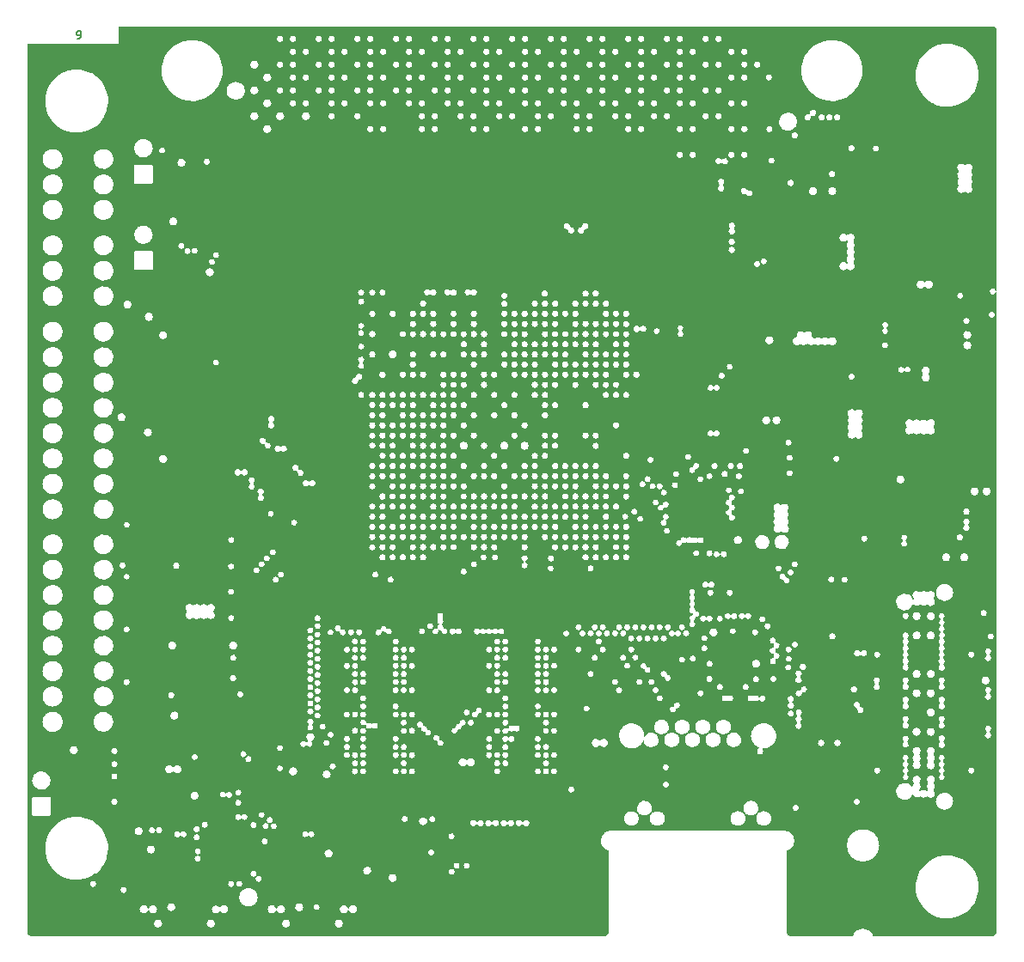
<source format=gbr>
*
%FSLAX26Y26*%
%MOIN*%
%ADD10C,0.006000*%
%ADD11R,0.062992X0.062992*%
%ADD12C,0.047244*%
%ADD13C,0.070000*%
%ADD14C,0.065000*%
%ADD15R,0.065000X0.065000*%
%ADD16R,0.029528X0.029528*%
%ADD17R,0.030709X0.030709*%
%ADD18R,0.050689X0.050689*%
%ADD19R,0.039370X0.039370*%
%ADD20R,0.049213X0.049213*%
%ADD21R,0.059055X0.059055*%
%ADD22R,0.031496X0.031496*%
%ADD23C,0.055118*%
%ADD24C,0.078740*%
%ADD25C,0.025000*%
%ADD26C,0.016000*%
%ADD27C,0.018000*%
%ADD28C,0.020000*%
%ADD29C,0.004000*%
%ADD30C,0.023874*%
%ADD31C,0.027811*%
%IPPOS*%
%LNciaa_acc-l9.gnd.gbr*%
%LPD*%
G75*
G54D10*
X01384050Y-01237981D02*
X01389764D01*
X01392621Y-01236552D01*
X01394050Y-01235124D01*
X01396907Y-01230838D01*
X01398335Y-01225124D01*
Y-01213695D01*
X01396907Y-01210838D01*
X01395478Y-01209409D01*
X01392621Y-01207981D01*
X01386907D01*
X01384050Y-01209409D01*
X01382621Y-01210838D01*
X01381192Y-01213695D01*
Y-01220838D01*
X01382621Y-01223695D01*
X01384050Y-01225124D01*
X01386907Y-01226552D01*
X01392621D01*
X01395478Y-01225124D01*
X01396907Y-01223695D01*
X01398335Y-01220838D01*
G54D11*
X03755900Y-03098400D03*
X03818900D03*
X03755900Y-03035400D03*
X03818900D03*
G54D12*
X03968700Y-03910500D03*
X03391654Y-04584882D02*
Y-04561260D01*
X04185748Y-04584882D02*
Y-04561260D01*
G54D13*
X02657500Y-04437000D03*
X03228300D03*
X03252000Y-04631900D03*
X02633900D03*
G54D14*
X01244100Y-04018100D03*
G54D15*
X02047200Y-04670900D03*
G54D16*
X02280500Y-04046253D02*
Y-04040347D01*
X02310000Y-04046253D02*
Y-04040347D01*
G54D17*
X04741294Y-03147100D02*
X04753106D01*
X04698794D02*
X04710606D01*
X04656294D02*
X04668106D01*
X04741294Y-03116400D02*
X04753106D01*
X04741294Y-03085700D02*
X04753106D01*
X04741294Y-03055000D02*
X04753106D01*
X04741294Y-03024300D02*
X04753106D01*
X04741294Y-02993600D02*
X04753106D01*
X04741294Y-02962900D02*
X04753106D01*
X04698794D02*
X04710606D01*
X04698794Y-02993600D02*
X04710606D01*
X04698794Y-03024300D02*
X04710606D01*
X04698794Y-03055000D02*
X04710606D01*
X04698794Y-03085700D02*
X04710606D01*
X04698794Y-03116400D02*
X04710606D01*
X04656294D02*
X04668106D01*
X04656294Y-03085700D02*
X04668106D01*
X04656294Y-03055000D02*
X04668106D01*
X04656294Y-03024300D02*
X04668106D01*
X04656294Y-02993600D02*
X04668106D01*
X04656294Y-02962900D02*
X04668106D01*
G54D18*
X04749300Y-02438200D03*
X04698600D03*
X04647900D03*
X04597200D03*
X04749300Y-02387500D03*
X04698600D03*
X04647900D03*
X04597200D03*
X04749300Y-02336900D03*
X04698600D03*
X04647900D03*
X04597200D03*
X04749300Y-02286200D03*
X04698600D03*
X04647900D03*
X04597200D03*
G54D19*
X04319700Y-03843721D02*
Y-03833879D01*
Y-03794521D02*
Y-03784679D01*
Y-03892921D02*
Y-03883079D01*
X04280300Y-03892921D02*
Y-03883079D01*
Y-03843721D02*
Y-03833879D01*
Y-03794521D02*
Y-03784679D01*
Y-03745321D02*
Y-03735479D01*
Y-03696121D02*
Y-03686279D01*
Y-03646921D02*
Y-03637079D01*
X04319700Y-03646921D02*
Y-03637079D01*
Y-03696121D02*
Y-03686279D01*
Y-03745321D02*
Y-03735479D01*
G54D20*
X01931100Y-04340600D03*
Y-04439000D03*
X02029500Y-04340600D03*
X01980300Y-04439000D03*
X01931100Y-04389800D03*
X01980300D03*
X02029500D03*
X01980300Y-04340600D03*
X02029500Y-04439000D03*
G54D19*
X03870100Y-02626000D03*
Y-02665400D03*
X03830700D03*
Y-02626000D03*
X03870100Y-02803100D03*
Y-02842500D03*
X03830700D03*
Y-02803100D03*
X04185000Y-02893700D03*
X04224400D03*
Y-02933100D03*
X04185000D03*
G54D11*
X04283500Y-03220500D03*
X04346500D03*
Y-03283500D03*
X04283500D03*
X04220500D03*
Y-03220500D03*
Y-03157500D03*
X04283500D03*
X04346500D03*
G54D21*
X03895500Y-03674500D03*
Y-03615500D03*
X03954500D03*
Y-03674500D03*
G54D22*
X04306500Y-01686500D03*
X04275000D03*
X04243500D03*
Y-01655000D03*
X04275000D03*
X04306500D03*
Y-01623500D03*
X04275000D03*
X04243500D03*
G54D23*
X04242992Y-04649528D02*
Y-04602283D01*
Y-04464488D02*
Y-04417244D01*
X04617008Y-04649528D02*
Y-04602283D01*
Y-04464488D02*
Y-04417244D01*
G54D24*
X04390630Y-04606220D02*
X04469370D01*
G54D25*
X01759800Y-03551200D03*
G54D26*
X02539400Y-04102400D03*
X03933100Y-03212600D03*
X04468500Y-03283500D03*
X03988200Y-03543300D03*
X01921300Y-02047200D03*
G54D25*
X04700800Y-01645700D03*
Y-01673200D03*
X04429100Y-01893700D03*
Y-01940900D03*
G54D26*
X04413400Y-02606300D03*
G54D25*
X04421300Y-02263800D03*
X04472400Y-02224400D03*
X04909400Y-02850400D03*
Y-02878000D03*
X04862200D03*
Y-02850400D03*
X04417300Y-02354300D03*
G54D26*
X04425200Y-02456700D03*
X04503900Y-02551200D03*
Y-02488200D03*
G54D25*
X04252000Y-02708700D03*
X04145700Y-02629900D03*
X04252000D03*
G54D26*
X04913400Y-02078700D03*
X04929100Y-02645700D03*
Y-02279500D03*
Y-02252000D03*
Y-02189000D03*
Y-02563000D03*
Y-02492100D03*
G54D25*
X04933100Y-02460600D03*
Y-02342500D03*
G54D26*
X04225000Y-04135000D03*
G54D25*
X01417300Y-01870100D03*
Y-02204700D03*
G54D26*
X01716500Y-01622000D03*
X04935000Y-03685000D03*
X04735000Y-03705000D03*
X04850000D03*
X04735000Y-03780000D03*
X04850000D03*
Y-03855000D03*
X04735000D03*
X04850000Y-03930000D03*
X04735000D03*
X04850000Y-04005000D03*
X04735000D03*
X04595000D03*
X04485000D03*
X04595000Y-03930000D03*
X04485000D03*
G54D25*
X04615000Y-03855000D03*
G54D27*
X04595000Y-03780000D03*
X04485000D03*
X04595000Y-03705000D03*
X04485000D03*
G54D26*
X04925200Y-03535400D03*
G54D25*
X01771700Y-03728300D03*
X01988200Y-03685000D03*
G54D26*
X02866100Y-04334600D03*
G54D25*
X02685000Y-04275600D03*
G54D26*
X02783500Y-04267700D03*
X02815000Y-04448800D03*
X01444900Y-04665400D03*
X01539400D03*
G54D25*
X01370100Y-04200800D03*
Y-04102400D03*
Y-04051200D03*
X02019700Y-03854300D03*
G54D26*
X02248000Y-04452800D03*
X01527600Y-04354300D03*
G54D25*
X01696900Y-04358300D03*
X01535400Y-04484300D03*
X01696900Y-04476400D03*
G54D26*
X01586600Y-04291300D03*
X01958100Y-04020700D03*
G54D25*
X01740200Y-03940900D03*
X01771700D03*
X02216500Y-04389800D03*
X01850400Y-04610200D03*
X01980300Y-03129900D03*
G54D26*
X01712600Y-03354300D03*
X01807100Y-03385800D03*
X01917300Y-03208700D03*
X01653500Y-03228300D03*
X01811000Y-03208700D03*
X01767700Y-02661400D03*
Y-03126000D03*
X01917300Y-02173200D03*
X01921300Y-02464600D03*
G54D25*
X01708700Y-02173200D03*
X01834600Y-01720500D03*
G54D27*
X03716500Y-02862200D03*
G54D26*
X04307100Y-04019700D03*
X04083085Y-03992581D03*
X04090600Y-04224400D03*
X03901600Y-04133900D03*
X04185000Y-03940900D03*
G54D25*
X04850400Y-01590600D03*
X04527600D03*
X04850400Y-02047200D03*
X04527600D03*
X04704700Y-01909400D03*
X04476400Y-04200800D03*
X04181100Y-01972400D03*
X04220500D03*
X04145700Y-02708700D03*
X02909400Y-04094500D03*
X02878000D03*
G54D26*
X02846500Y-03980300D03*
X03425200Y-03838600D03*
X03393700D03*
G54D25*
Y-04019700D03*
X03425200D03*
G54D26*
X02385800Y-04003900D03*
X02169300Y-03748000D03*
Y-03543300D03*
Y-03874000D03*
X02334600Y-03940900D03*
G54D25*
X02200800Y-04492100D03*
X02149600D03*
G54D26*
X02539400Y-04527600D03*
G54D25*
X02444900Y-04468500D03*
X02346500Y-04610200D03*
G54D27*
X03661400Y-02862200D03*
X03689000D03*
G54D25*
X04165400Y-03559100D03*
X04271700Y-03456700D03*
X04307100D03*
X04413400Y-03559100D03*
X04452800Y-03456700D03*
G54D26*
X03692900Y-03177200D03*
X02063000Y-03043300D03*
G54D27*
X02960600Y-02622000D03*
X03118100Y-03055100D03*
X02881900Y-02937000D03*
G54D25*
X02921300Y-02897600D03*
Y-02818900D03*
G54D27*
X02566900Y-02464600D03*
X02606300Y-02425200D03*
G54D26*
X02460600Y-03893700D03*
G54D25*
X03078700Y-02897600D03*
G54D27*
X03039400Y-02937000D03*
G54D25*
X03078700Y-02818900D03*
G54D27*
X02803100Y-02425200D03*
X02960600Y-02740200D03*
X03472400Y-02858300D03*
X03000000Y-02740200D03*
X03078700D03*
X03039400Y-02779500D03*
X03157500Y-02818900D03*
G54D26*
X04185000Y-03066900D03*
G54D27*
X03110200Y-04346500D03*
X03051200D03*
X02992100D03*
X02933100D03*
G54D26*
X03944900Y-03066900D03*
X04421300Y-03315000D03*
X03673200Y-03744100D03*
X04105000Y-03680000D03*
X03730000Y-03790000D03*
X04040000Y-03850000D03*
X03765000Y-03800000D03*
X03875000Y-03390000D03*
G54D27*
X02606300Y-03094500D03*
X02527600Y-03252000D03*
X02645700Y-03212600D03*
X03236200Y-03015700D03*
X03511800Y-03055100D03*
X03393700Y-03094500D03*
X03433100Y-03212600D03*
X02842500Y-03015700D03*
G54D26*
X03448800Y-03610200D03*
X02763800Y-03173200D03*
G54D27*
X02881900Y-03133900D03*
X03000000Y-03094500D03*
X02921300Y-03252000D03*
X03039400Y-03212600D03*
X03275600Y-03133900D03*
X03157500Y-03173200D03*
X03295300Y-03255900D03*
G54D26*
X02980300Y-03830700D03*
X03232300Y-03578700D03*
Y-03641700D03*
Y-03704700D03*
X02980300Y-03578700D03*
Y-03641700D03*
Y-03704700D03*
X03200800Y-03830700D03*
X03232300Y-03893700D03*
Y-03956700D03*
X03200800D03*
X03232300Y-03988200D03*
X03169300Y-04051200D03*
X03232300D03*
X02980300Y-04082700D03*
Y-04051200D03*
X03011800Y-03988200D03*
Y-03956700D03*
X02980300Y-03925200D03*
X03011800Y-03893700D03*
X02980300D03*
X02429100Y-03830700D03*
X02681100Y-03578700D03*
Y-03641700D03*
Y-03704700D03*
X02649600Y-03830700D03*
X02618100Y-04051200D03*
X02681100Y-03988200D03*
X02649600Y-03956700D03*
X02681100D03*
Y-03893700D03*
Y-04051200D03*
X02429100Y-03578700D03*
Y-03641700D03*
Y-03704700D03*
Y-03893700D03*
Y-03925200D03*
Y-04082700D03*
Y-04051200D03*
X02460600Y-03956700D03*
Y-03988200D03*
G54D27*
X02370000Y-01640000D03*
X03000000Y-02976400D03*
X03354300D03*
X03472400Y-02937000D03*
X02842500Y-02897600D03*
X03000000D03*
X03196900D03*
X03315000Y-02858300D03*
X03039400D03*
X02881900D03*
X02842500Y-02818900D03*
X03000000D03*
X02881900Y-02779500D03*
X02842500Y-02740200D03*
X02921300D03*
X03275600D03*
X03393700Y-02700800D03*
X03118100D03*
X03039400D03*
X02960600D03*
X02881900D03*
X03078700Y-02661400D03*
X02921300D03*
X02645700Y-02346500D03*
X02724400D03*
X02803100D03*
X02566900D03*
X02527600Y-02267700D03*
X02606300D03*
X02685000D03*
X02763800D03*
X02842500D03*
X03511800Y-02661400D03*
X02881900Y-02346500D03*
X02960600D03*
X02921300Y-02267700D03*
X03000000D03*
Y-02307100D03*
Y-02346500D03*
Y-02385800D03*
Y-02425200D03*
X02921300D03*
X02763800D03*
X02685000D03*
X02527600D03*
X02763800Y-02543300D03*
X02645700Y-02503900D03*
X02724400D03*
X02763800D03*
X02803100D03*
X02842500D03*
X02881900D03*
X02960600D03*
X02881900Y-02622000D03*
X03000000Y-02582700D03*
X03236200Y-02622000D03*
X03039400D03*
X03118100D03*
X03078700Y-02582700D03*
X03354300D03*
X03000000Y-02503900D03*
Y-02464600D03*
X03196900Y-02503900D03*
X03472400Y-02543300D03*
X03433100Y-02425200D03*
X03315000Y-02464600D03*
X03039400Y-02425200D03*
X03157500Y-02385800D03*
X03275600Y-02346500D03*
X03393700Y-02307100D03*
X03511800Y-02267700D03*
X03118100D03*
X02763800Y-02582700D03*
X02724400D03*
X02685000D03*
X02645700D03*
X02606300D03*
X02566900D03*
X02527600D03*
X02685000Y-02937000D03*
X02724400Y-03055100D03*
X02566900Y-02976400D03*
X02763800Y-02779500D03*
X02527600Y-02858300D03*
X02645700Y-02818900D03*
X02724400Y-02661400D03*
X02606300Y-02700800D03*
X03870000Y-01590000D03*
X03420000Y-01690000D03*
X03470000D03*
X02420000D03*
X03670000Y-01290000D03*
X02120000Y-01240000D03*
X02270000D03*
X02420000D03*
X02570000D03*
X02720000D03*
X02870000D03*
X03020000D03*
X03170000D03*
X03320000D03*
X03470000D03*
X03620000D03*
X03770000D03*
X02070000Y-01690000D03*
X02220000D03*
X02270000D03*
X02470000D03*
X02620000D03*
X02670000D03*
X02820000D03*
X02870000D03*
X03020000D03*
X03070000D03*
X03270000D03*
X03620000D03*
X03670000D03*
X03820000D03*
X03870000D03*
X04020000D03*
X03970000Y-01640000D03*
X03920000D03*
X03770000D03*
X03720000D03*
X03570000D03*
X03520000D03*
X03370000D03*
X03320000D03*
X03170000D03*
X03120000D03*
X02970000D03*
X02920000D03*
X02770000D03*
X02720000D03*
X02570000D03*
X02520000D03*
X02320000D03*
X02170000D03*
X02120000D03*
X02070000Y-01590000D03*
X02170000D03*
X02270000D03*
X02370000D03*
X02420000D03*
X02470000D03*
X02620000D03*
X02670000D03*
X02820000D03*
X02870000D03*
X03020000D03*
X03070000D03*
X03220000D03*
X03270000D03*
X03420000D03*
X03470000D03*
X03620000D03*
X03670000D03*
X03820000D03*
X04020000D03*
X03970000Y-01540000D03*
X03920000D03*
X03770000D03*
X03720000D03*
X03570000D03*
X03420000D03*
X03270000D03*
X03120000D03*
X02970000D03*
X02820000D03*
X02670000D03*
X02320000D03*
X02220000D03*
X02120000D03*
X02070000Y-01490000D03*
X02170000D03*
X02320000D03*
X02470000D03*
X02620000D03*
X02770000D03*
X02920000D03*
X03070000D03*
X03220000D03*
X03370000D03*
X03520000D03*
X03670000D03*
X03820000D03*
X03870000D03*
X04020000D03*
X03970000Y-01440000D03*
X03920000D03*
X03770000D03*
X03320000D03*
X03170000D03*
X03020000D03*
X02870000D03*
X02720000D03*
X02570000D03*
X02420000D03*
X02270000D03*
X02120000D03*
X02070000Y-01390000D03*
X02170000D03*
X02320000D03*
X02470000D03*
X02620000D03*
X02770000D03*
X02920000D03*
X03070000D03*
X03220000D03*
X03370000D03*
X03520000D03*
X03670000D03*
X03470000Y-01440000D03*
X03620000D03*
X03820000Y-01390000D03*
X03870000D03*
X04020000D03*
X03920000Y-01340000D03*
X03770000D03*
X03620000D03*
X03470000D03*
X03320000D03*
X03170000D03*
X03020000D03*
X02870000D03*
X02720000D03*
X02570000D03*
X02420000D03*
X02270000D03*
X02120000D03*
X02070000Y-01290000D03*
X02170000D03*
X02320000D03*
X02470000D03*
X02620000D03*
X02770000D03*
X02920000D03*
X03070000D03*
X03220000D03*
X03370000D03*
X03520000D03*
X03820000D03*
X03870000D03*
X04020000D03*
X03970000Y-01240000D03*
X03920000D03*
X03039400Y-02740200D03*
G36*
X01187658Y-01261716D02*
G02X01189466Y-01259516I00002396J-00000126D01*
G01X01542907Y-01259416D01*
X01542908Y-01240002D01*
X02157366D01*
G03X02182614Y-01240002I00012624J00000000D01*
G01X02207366D01*
G03X02232614Y-01240002I00012624J00000000D01*
G01X02307366D01*
G03X02332614Y-01240002I00012624J00000000D01*
G01X02357366D01*
G03X02382614Y-01240002I00012624J00000000D01*
G01X02457366D01*
G03X02482614Y-01240002I00012624J00000000D01*
G01X02507366D01*
G03X02532614Y-01240002I00012624J00000000D01*
G01X02607366D01*
G03X02632614Y-01240002I00012624J00000000D01*
G01X02657366D01*
G03X02682614Y-01240002I00012624J00000000D01*
G01X02757366D01*
G03X02782614Y-01240002I00012624J00000000D01*
G01X02807366D01*
G03X02832614Y-01240002I00012624J00000000D01*
G01X02907366D01*
G03X02932614Y-01240002I00012624J00000000D01*
G01X02957366D01*
G03X02982614Y-01240002I00012624J00000000D01*
G01X03057366D01*
G03X03082614Y-01240002I00012624J00000000D01*
G01X03107366D01*
G03X03132614Y-01240002I00012624J00000000D01*
G01X03207366D01*
G03X03232614Y-01240002I00012624J00000000D01*
G01X03257366D01*
G03X03282614Y-01240002I00012624J00000000D01*
G01X03357366D01*
G03X03382614Y-01240002I00012624J00000000D01*
G01X03407366D01*
G03X03432614Y-01240002I00012624J00000000D01*
G01X03507366D01*
G03X03532614Y-01240002I00012624J00000000D01*
G01X03557366D01*
G03X03582614Y-01240002I00012624J00000000D01*
G01X03657366D01*
G03X03682614Y-01240002I00012624J00000000D01*
G01X03707366D01*
G03X03732614Y-01240002I00012624J00000000D01*
G01X03807366D01*
G03X03832614Y-01240002I00012624J00000000D01*
G01X03857366D01*
G03X03882614Y-01240002I00012624J00000000D01*
G01X04949742D01*
X04949740Y-01369116D01*
X04878004D01*
X04873363Y-01345716D01*
X04864295Y-01323716D01*
X04851081Y-01303816D01*
X04834302Y-01286916D01*
X04814453Y-01273516D01*
X04792567Y-01264316D01*
X04769292Y-01259516D01*
X04745238Y-01259307D01*
X04721677Y-01263816D01*
X04699649Y-01272716D01*
X04679639Y-01285816D01*
X04662595Y-01302516D01*
X04649114Y-01322216D01*
X04639728Y-01344116D01*
X04638200Y-01351316D01*
X04427054D01*
X04422555Y-01328616D01*
X04413775Y-01307316D01*
X04401022Y-01288116D01*
X04384753Y-01271716D01*
X04365647Y-01258816D01*
X04344285Y-01249816D01*
X04321887Y-01245216D01*
X04298579Y-01245007D01*
X04275961Y-01249316D01*
X04254406Y-01258016D01*
X04235151Y-01270616D01*
X04218607Y-01286816D01*
X04216426Y-01290002D01*
X03982614D01*
G03X03957366Y-01290002I-00012624J00000000D01*
G01X03932614D01*
G03X03907366Y-01290002I-00012624J00000000D01*
G01X03782614D01*
G03X03757366Y-01290002I-00012624J00000000D01*
G01X03732614D01*
G03X03707366Y-01290002I-00012624J00000000D01*
G01X03632614D01*
G03X03607366Y-01290002I-00012624J00000000D01*
G01X03582614D01*
G03X03557366Y-01290002I-00012624J00000000D01*
G01X03482614D01*
G03X03457366Y-01290002I-00012624J00000000D01*
G01X03432614D01*
G03X03407366Y-01290002I-00012624J00000000D01*
G01X03332614D01*
G03X03307366Y-01290002I-00012624J00000000D01*
G01X03282614D01*
G03X03257366Y-01290002I-00012624J00000000D01*
G01X03182614D01*
G03X03157366Y-01290002I-00012624J00000000D01*
G01X03132614D01*
G03X03107366Y-01290002I-00012624J00000000D01*
G01X03032614D01*
G03X03007366Y-01290002I-00012624J00000000D01*
G01X02982614D01*
G03X02957366Y-01290002I-00012624J00000000D01*
G01X02882614D01*
G03X02857366Y-01290002I-00012624J00000000D01*
G01X02832614D01*
G03X02807366Y-01290002I-00012624J00000000D01*
G01X02732614D01*
G03X02707366Y-01290002I-00012624J00000000D01*
G01X02682614D01*
G03X02657366Y-01290002I-00012624J00000000D01*
G01X02582614D01*
G03X02557366Y-01290002I-00012624J00000000D01*
G01X02532614D01*
G03X02507366Y-01290002I-00012624J00000000D01*
G01X02432614D01*
G03X02407366Y-01290002I-00012624J00000000D01*
G01X02382614D01*
G03X02357366Y-01290002I-00012624J00000000D01*
G01X02282614D01*
G03X02257366Y-01290002I-00012624J00000000D01*
G01X02232614D01*
G03X02207366Y-01290002I-00012624J00000000D01*
G01X01921905D01*
X01920652Y-01288116D01*
X01904383Y-01271716D01*
X01885276Y-01258816D01*
X01863915Y-01249816D01*
X01841517Y-01245216D01*
X01818209Y-01245007D01*
X01795591Y-01249316D01*
X01774036Y-01258016D01*
X01754781Y-01270616D01*
X01738237Y-01286816D01*
X01725228Y-01305816D01*
X01716098Y-01327116D01*
X01711303Y-01349716D01*
X01710982Y-01372716D01*
X01437353D01*
X01417371Y-01364316D01*
X01394095Y-01359516D01*
X01370041Y-01359307D01*
X01346480Y-01363816D01*
X01324453Y-01372716D01*
X01304443Y-01385816D01*
X01287398Y-01402516D01*
X01273917Y-01422216D01*
X01264531Y-01444116D01*
X01259565Y-01467516D01*
X01259232Y-01491316D01*
X01187661D01*
X01187658Y-01261716D01*
G37*
G36*
X01187661Y-01491316D02*
X01259232D01*
X01263542Y-01514816D01*
X01272334Y-01537016D01*
X01285224Y-01557016D01*
X01301816Y-01574216D01*
X01321374Y-01587816D01*
X01321565Y-01587916D01*
X01343310Y-01597416D01*
X01366506Y-01602516D01*
X01390430Y-01603040D01*
X01413880Y-01598916D01*
X01436322Y-01590216D01*
X01436648Y-01590009D01*
X02103859D01*
G03X02136117Y-01590009I00016129J00000000D01*
G01X02507366D01*
G03X02532614Y-01590002I00012624J00000007D01*
G01X02557366D01*
G03X02582614Y-01590002I00012624J00000000D01*
G01X02707366D01*
G03X02732614Y-01590002I00012624J00000000D01*
G01X02757366D01*
G03X02782614Y-01590002I00012624J00000000D01*
G01X02907366D01*
G03X02932614Y-01590002I00012624J00000000D01*
G01X02957366D01*
G03X02982614Y-01590002I00012624J00000000D01*
G01X03107366D01*
G03X03132614Y-01590002I00012624J00000000D01*
G01X03157366D01*
G03X03182614Y-01590002I00012624J00000000D01*
G01X03307366D01*
G03X03332614Y-01590002I00012624J00000000D01*
G01X03357366D01*
G03X03382614Y-01590002I00012624J00000000D01*
G01X03507366D01*
G03X03532614Y-01590002I00012624J00000000D01*
G01X03557366D01*
G03X03582614Y-01590002I00012624J00000000D01*
G01X03707366D01*
G03X03732614Y-01590002I00012624J00000000D01*
G01X03757366D01*
G03X03782614Y-01590002I00012624J00000000D01*
G01X03907366D01*
G03X03932614Y-01590002I00012624J00000000D01*
G01X03957366D01*
G03X03982602Y-01590566I00012624J00000000D01*
G01X04054897D01*
G03X04078903Y-01590566I00012003J00000000D01*
G01X04118390D01*
G03X04174853Y-01561616I00020810J00028950D01*
G01X04949738D01*
X04949737Y-01615002D01*
X04177614D01*
G03X04152366Y-01615002I-00012624J00000000D01*
G01X01187663D01*
X01187661Y-01491316D01*
G37*
G36*
X01187663Y-01615002D02*
X04152366D01*
G03X04177614Y-01615002I00012624J00000000D01*
G01X04949737D01*
X04949737Y-01665366D01*
X04492303D01*
G03X04468302Y-01665002I-00012003J00000000D01*
G01X04397614D01*
G03X04372366Y-01665002I-00012624J00000000D01*
G01X01721399D01*
G03X01703784Y-01665020I-00008799J-00008164D01*
G01X01676211D01*
G03X01603789Y-01665020I-00036211J00000000D01*
G01X01187663D01*
X01187663Y-01615002D01*
G37*
G36*
X01187663Y-01665020D02*
X01603789D01*
G03X01666214Y-01690002I00036211J00000000D01*
G01X03707366D01*
G03X03732614Y-01690002I00012624J00000000D01*
G01X03757366D01*
G03X03782614Y-01690002I00012624J00000000D01*
G01X03907366D01*
G03X03932614Y-01690002I00012624J00000000D01*
G01X03957366D01*
G03X03982614Y-01690002I00012624J00000000D01*
G01X04949737D01*
X04949736Y-01712566D01*
X04086803D01*
G03X04062797Y-01712566I-00012003J00000000D01*
G01X03907435D01*
G03X03885009Y-01707316I-00012398J-00002435D01*
G02X03880557Y-01708116I-00002429J00000728D01*
G03X03857350Y-01715004I-00010581J-00006888D01*
G01X01897714D01*
G03X01873797Y-01716466I-00011914J-00001462D01*
G01X01802993D01*
G03X01779165Y-01706616I-00015603J-00004000D01*
G01X01524034D01*
G03X01445913Y-01706616I-00039061J00000000D01*
G01X01327184D01*
G03X01249063Y-01706616I-00039061J00000000D01*
G01X01187664D01*
X01187663Y-01665020D01*
G37*
G36*
X01187664Y-01706616D02*
X01249063D01*
G03X01327184Y-01706616I00039061J00000000D01*
G01X01445913D01*
G03X01514160Y-01732575I00039061J00000000D01*
G01X01603870D01*
G03X01603871Y-01732616I00003704J00000000D01*
G01X01603871Y-01797416D01*
X01604142Y-01798816D01*
X01604927Y-01800016D01*
X01606083Y-01800816D01*
X01606665Y-01801016D01*
X01607257Y-01801116D01*
X01672737D01*
X01673334Y-01801016D01*
X01673916Y-01800816D01*
X01675073Y-01800016D01*
X01675858Y-01798816D01*
X01676130Y-01797416D01*
X03867602D01*
G03X03872345Y-01805016I00012398J00002457D01*
G01X01524034D01*
G03X01445913Y-01805016I-00039061J00000000D01*
G01X01327184D01*
G03X01249063Y-01805016I-00039061J00000000D01*
G01X01187665D01*
X01187664Y-01706616D01*
G37*
G36*
X01187665Y-01805016D02*
X01249063D01*
G03X01327184Y-01805016I00039061J00000000D01*
G01X01445913D01*
G03X01524034Y-01805016I00039061J00000000D01*
G01X03872345D01*
G02X03873152Y-01809416I-00000657J-00002394D01*
G03X03886722Y-01830721I00006843J-00010616D01*
G01X03955821D01*
G03X03973287Y-01842416I00012648J00000000D01*
G02X03977084Y-01843216I00001589J-00001870D01*
G03X04001597Y-01838878I00011873J00004338D01*
G01X04222293D01*
G03X04252339Y-01830720I00013916J00008158D01*
G01X04294881D01*
G03X04327143Y-01830720I00016131J00000000D01*
G01X04796919D01*
G03X04822403Y-01834316I00014105J00007859D01*
G02X04826513Y-01833516I00002322J-00000972D01*
G03X04850084Y-01811516I00012074J00010691D01*
G02X04849189Y-01807416I00000903J00002345D01*
G03X04849940Y-01783816I-00010610J00012149D01*
G02X04849228Y-01779816I00001033J00002247D01*
G03X04849999Y-01756316I-00010645J00012112D01*
G02X04849268Y-01752216I00000977J00002289D01*
G03X04854727Y-01740121I-00010671J00012095D01*
G01X04949736D01*
X04949734Y-01903451D01*
X01524052D01*
G03X01445895Y-01903451I-00039078J00000000D01*
G01X01327201D01*
G03X01249045Y-01903451I-00039078J00000000D01*
G01X01187666D01*
X01187665Y-01805016D01*
G37*
G36*
X01187666Y-01903451D02*
X01249045D01*
G03X01327201Y-01903451I00039078J00000000D01*
G01X01445895D01*
G03X01524052Y-01903451I00039078J00000000D01*
G01X04949734D01*
X04949733Y-01948832D01*
X01772019D01*
G03X01739769Y-01948832I-00016125J00000000D01*
G01X01187667D01*
X01187666Y-01903451D01*
G37*
G36*
X01187667Y-01948832D02*
X01739769D01*
G03X01772019Y-01948832I00016125J00000000D01*
G01X04949733D01*
X04949733Y-01964578D01*
X03933960D01*
G03X03908790Y-01966408I-00012651J00000000D01*
G01X03366258D01*
G03X03341044Y-01967616I-00012636J00000000D01*
G02X03338298Y-01971116I-00002222J-00001084D01*
G03X03323762Y-01983603I-00001905J-00012487D01*
G01X03311231D01*
G03X03296757Y-01971116I-00012637J-00000016D01*
G02X03293869Y-01968516I-00000499J00002349D01*
G03X03268767Y-01966370I-00012459J00002146D01*
G01X01653374D01*
G03X01603789Y-02000020I-00013374J-00033651D01*
G01X01187668D01*
X01187667Y-01948832D01*
G37*
G36*
X01187668Y-02000020D02*
X01603789D01*
G03X01663505Y-02027566I00036211J00000000D01*
G01X03908644D01*
G03X03933856Y-02027566I00012606J00000000D01*
G01X04350542D01*
G03X04365788Y-02023216I00003756J00015727D01*
G02X04369739Y-02022416I00002324J-00001323D01*
G01X04371291Y-02024016D01*
G02X04371187Y-02027316I-00001793J-00001595D01*
G03X04366225Y-02043266I00010703J-00012076D01*
G01X01799403D01*
G03X01775511Y-02041616I-00012003J00000000D01*
G01X01524034D01*
G03X01445913Y-02041616I-00039061J00000000D01*
G01X01327184D01*
G03X01249063Y-02041616I-00039061J00000000D01*
G01X01187668D01*
X01187668Y-02000020D01*
G37*
G36*
X01187668Y-02041616D02*
X01249063D01*
G03X01327184Y-02041616I00039061J00000000D01*
G01X01445913D01*
G03X01514160Y-02067575I00039061J00000000D01*
G01X01603870D01*
G03X01603871Y-02067616I00003704J00000000D01*
G01X01603871Y-02132416D01*
X01604142Y-02133816D01*
X01604927Y-02135016D01*
X01606083Y-02135816D01*
X01606665Y-02136016D01*
X01607257Y-02136116D01*
X01672737D01*
X01673334Y-02136016D01*
X01673916Y-02135816D01*
X01675073Y-02135016D01*
X01675858Y-02133816D01*
X01676130Y-02132416D01*
X01888466D01*
G03X01882542Y-02140016I00009160J-00013250D01*
G01X01524034D01*
G03X01445913Y-02140016I-00039061J00000000D01*
G01X01327184D01*
G03X01249063Y-02140016I-00039061J00000000D01*
G01X01187669D01*
X01187668Y-02041616D01*
G37*
G36*
X01187669Y-02140016D02*
X01249063D01*
G03X01327184Y-02140016I00039061J00000000D01*
G01X01445913D01*
G03X01523623Y-02145666I00039061J00000000D01*
G01X01881518D01*
G03X01913734Y-02145666I00016108J00000000D01*
G01X04949731D01*
X04949731Y-02192905D01*
X04701256D01*
G03X04671275Y-02184516I-00016164J00000000D01*
G02X04667366Y-02184616I-00001989J00001294D01*
G03X04637362Y-02192930I-00013850J-00008314D01*
G01X01187670D01*
X01187669Y-02140016D01*
G37*
G36*
X01187670Y-02192930D02*
X04637362D01*
G03X04667323Y-02201316I00016154J00000000D01*
G02X04671228Y-02201216I00001987J-00001285D01*
G03X04701256Y-02192905I00013864J00008311D01*
G01X04949731D01*
X04949730Y-02220466D01*
X04945103D01*
G03X04921097Y-02220466I-00012003J00000000D01*
G01X03403515D01*
G03X03381085Y-02228366I-00009824J-00007900D01*
G01X03366927D01*
G03X03341715Y-02228366I-00012606J00000000D01*
G01X03208882D01*
G03X03183670Y-02228366I-00012606J00000000D01*
G01X03049184D01*
G03X03034991Y-02224442I-00009824J-00007900D01*
G01X02933904D01*
G03X02911314Y-02216616I-00012651J00000000D01*
G02X02907602Y-02216616I-00001856J00001566D01*
G03X02884986Y-02224391I-00009971J-00007775D01*
G01X02855164D01*
G03X02832574Y-02216616I-00012650J-00000050D01*
G02X02828861Y-02216616I-00001856J00001566D01*
G03X02806245Y-02224391I-00009971J-00007775D01*
G01X02776424D01*
G03X02753834Y-02216616I-00012650J-00000050D01*
G02X02750121Y-02216616I-00001856J00001566D01*
G03X02727505Y-02224366I-00009971J-00007775D01*
G01X02578903D01*
G03X02554897Y-02224366I-00012003J00000000D01*
G01X02539603D01*
G03X02515597Y-02224366I-00012003J00000000D01*
G01X02496303D01*
G03X02472297Y-02224366I-00012003J00000000D01*
G01X01521425D01*
G03X01445895Y-02238451I-00036451J-00014085D01*
G01X01327201D01*
G03X01249045Y-02238451I-00039078J00000000D01*
G01X01187670D01*
X01187670Y-02192930D01*
G37*
G36*
X01187670Y-02238451D02*
X01249045D01*
G03X01327201Y-02238451I00039078J00000000D01*
G01X01445895D01*
G03X01505562Y-02271666I00039078J00000000D01*
G01X01562621D01*
G03X01594836Y-02271666I00016108J00000000D01*
G01X02482731D01*
G03X02493280Y-02267730I00001569J00011900D01*
G01X02711776D01*
G03X02737024Y-02267730I00012624J00000000D01*
G01X03026737D01*
G03X03051984Y-02267730I00012624J00000000D01*
G01X03144847D01*
G03X03170095Y-02267730I00012624J00000000D01*
G01X03184217D01*
G03X03209465Y-02267730I00012624J00000000D01*
G01X03223587D01*
G03X03248835Y-02267730I00012624J00000000D01*
G01X03302327D01*
G03X03327575Y-02267730I00012624J00000000D01*
G01X03341697D01*
G03X03366945Y-02267730I00012624J00000000D01*
G01X03381067D01*
G03X03406315Y-02267730I00012624J00000000D01*
G01X03420437D01*
G03X03445685Y-02267730I00012624J00000000D01*
G01X04949730D01*
X04949729Y-02310966D01*
X04941103D01*
G03X04917748Y-02307066I-00012003J00000000D01*
G01X03524407D01*
G03X03499195Y-02307066I-00012606J00000000D01*
G01X03485037D01*
G03X03459825Y-02307066I-00012606J00000000D01*
G01X03445667D01*
G03X03420455Y-02307066I-00012606J00000000D01*
G01X03327557D01*
G03X03302345Y-02307066I-00012606J00000000D01*
G01X03288187D01*
G03X03262975Y-02307066I-00012606J00000000D01*
G01X03248817D01*
G03X03223605Y-02307066I-00012606J00000000D01*
G01X03209447D01*
G03X03184235Y-02307066I-00012606J00000000D01*
G01X03170077D01*
G03X03144865Y-02307066I-00012606J00000000D01*
G01X03130707D01*
G03X03105495Y-02307066I-00012606J00000000D01*
G01X03091337D01*
G03X03066125Y-02307066I-00012606J00000000D01*
G01X03051966D01*
G03X03026754Y-02307066I-00012606J00000000D01*
G01X02933856D01*
G03X02908644Y-02307066I-00012606J00000000D01*
G01X02855116D01*
G03X02829904Y-02307066I-00012606J00000000D01*
G01X02776376D01*
G03X02751164Y-02307066I-00012606J00000000D01*
G01X02737006D01*
G03X02711794Y-02307066I-00012606J00000000D01*
G01X02697636D01*
G03X02672424Y-02307066I-00012606J00000000D01*
G01X02618896D01*
G03X02593684Y-02307066I-00012606J00000000D01*
G01X02540155D01*
G03X02514943Y-02307066I-00012606J00000000D01*
G01X01672356D01*
G03X01645278Y-02318906I-00010951J-00011840D01*
G01X01187671D01*
X01187670Y-02238451D01*
G37*
G36*
X01187671Y-02318906D02*
X01645278D01*
G03X01677533Y-02318906I00016128J00000000D01*
G01X02523223D01*
G03X02540155Y-02307066I00004327J00011840D01*
G01X02593684D01*
G03X02618896Y-02307066I00012606J00000000D01*
G01X02672424D01*
G03X02697636Y-02307066I00012606J00000000D01*
G01X02711794D01*
G03X02737006Y-02307066I00012606J00000000D01*
G01X02751164D01*
G03X02776376Y-02307066I00012606J00000000D01*
G01X02829904D01*
G03X02855116Y-02307066I00012606J00000000D01*
G01X02908644D01*
G03X02933856Y-02307066I00012606J00000000D01*
G01X03026754D01*
G03X03051966Y-02307066I00012606J00000000D01*
G01X03066125D01*
G03X03091337Y-02307066I00012606J00000000D01*
G01X03105495D01*
G03X03130707Y-02307066I00012606J00000000D01*
G01X03144865D01*
G03X03170077Y-02307066I00012606J00000000D01*
G01X03184235D01*
G03X03209447Y-02307066I00012606J00000000D01*
G01X03223605D01*
G03X03248817Y-02307066I00012606J00000000D01*
G01X03262975D01*
G03X03288187Y-02307066I00012606J00000000D01*
G01X03302345D01*
G03X03327557Y-02307066I00012606J00000000D01*
G01X03420455D01*
G03X03445667Y-02307066I00012606J00000000D01*
G01X03459825D01*
G03X03485037Y-02307066I00012606J00000000D01*
G01X03499195D01*
G03X03523789Y-02310966I00012606J00000000D01*
G01X04917097D01*
G03X04941103Y-02310966I00012003J00000000D01*
G01X04949729D01*
X04949729Y-02334566D01*
X04842703D01*
G03X04818697Y-02334566I-00012003J00000000D01*
G01X03515961D01*
G03X03499195Y-02346466I-00004159J-00011900D01*
G01X03485037D01*
G03X03459825Y-02346466I-00012606J00000000D01*
G01X03445667D01*
G03X03420455Y-02346466I-00012606J00000000D01*
G01X03406297D01*
G03X03381085Y-02346466I-00012606J00000000D01*
G01X03366927D01*
G03X03341715Y-02346466I-00012606J00000000D01*
G01X03327557D01*
G03X03302345Y-02346466I-00012606J00000000D01*
G01X03248817D01*
G03X03223605Y-02346466I-00012606J00000000D01*
G01X03209447D01*
G03X03184235Y-02346466I-00012606J00000000D01*
G01X03170077D01*
G03X03144865Y-02346466I-00012606J00000000D01*
G01X03130707D01*
G03X03105495Y-02346466I-00012606J00000000D01*
G01X03091337D01*
G03X03066125Y-02346466I-00012606J00000000D01*
G01X03051966D01*
G03X03026754Y-02346466I-00012606J00000000D01*
G01X02933856D01*
G03X02908644Y-02346466I-00012606J00000000D01*
G01X02855116D01*
G03X02829904Y-02346466I-00012606J00000000D01*
G01X02776376D01*
G03X02751164Y-02346466I-00012606J00000000D01*
G01X02697636D01*
G03X02672424Y-02346466I-00012606J00000000D01*
G01X02493433D01*
G03X02483205Y-02366216I-00009133J-00007794D01*
G02X02483439Y-02369816I-00001460J-00001902D01*
G03X02472211Y-02381825I00000808J-00012009D01*
G01X01730538D01*
G03X01707221Y-02376616I-00014014J-00007941D01*
G01X01524034D01*
G03X01445913Y-02376616I-00039061J00000000D01*
G01X01327184D01*
G03X01249063Y-02376616I-00039061J00000000D01*
G01X01187672D01*
X01187671Y-02318906D01*
G37*
G36*
X01187672Y-02376616D02*
X01249063D01*
G03X01327184Y-02376616I00039061J00000000D01*
G01X01445913D01*
G03X01506106Y-02409466I00039061J00000000D01*
G01X04050810D01*
G03X04063447Y-02425195I00016108J00000000D01*
G01X03524422D01*
G03X03499181Y-02425195I-00012621J00000000D01*
G01X03485052D01*
G03X03459811Y-02425195I-00012621J00000000D01*
G01X03406312D01*
G03X03381070Y-02425195I-00012621J00000000D01*
G01X03366942D01*
G03X03341700Y-02425195I-00012621J00000000D01*
G01X03327572D01*
G03X03302330Y-02425195I-00012621J00000000D01*
G01X03288202D01*
G03X03262960Y-02425195I-00012621J00000000D01*
G01X03248831D01*
G03X03223590Y-02425195I-00012621J00000000D01*
G01X03209461D01*
G03X03184220Y-02425195I-00012621J00000000D01*
G01X03170091D01*
G03X03144850Y-02425195I-00012621J00000000D01*
G01X03130721D01*
G03X03105480Y-02425195I-00012621J00000000D01*
G01X03091351D01*
G03X03066110Y-02425195I-00012621J00000000D01*
G01X02973241D01*
G03X02948000Y-02425195I-00012621J00000000D01*
G01X02894501D01*
G03X02869259Y-02425195I-00012621J00000000D01*
G01X02493362D01*
G03X02472297Y-02433066I-00009062J-00007871D01*
G01X01187673D01*
X01187672Y-02376616D01*
G37*
G36*
X01187673Y-02433066D02*
X02472297D01*
G03X02496303Y-02433066I00012003J00000000D01*
G01X02872014D01*
G03X02894501Y-02425195I00009866J00007871D01*
G01X02948000D01*
G03X02973241Y-02425195I00012621J00000000D01*
G01X03066110D01*
G03X03091351Y-02425195I00012621J00000000D01*
G01X03105480D01*
G03X03130721Y-02425195I00012621J00000000D01*
G01X03144850D01*
G03X03170091Y-02425195I00012621J00000000D01*
G01X03184220D01*
G03X03209461Y-02425195I00012621J00000000D01*
G01X03223590D01*
G03X03248831Y-02425195I00012621J00000000D01*
G01X03262960D01*
G03X03288202Y-02425195I00012621J00000000D01*
G01X03302330D01*
G03X03327572Y-02425195I00012621J00000000D01*
G01X03341700D01*
G03X03366942Y-02425195I00012621J00000000D01*
G01X03381070D01*
G03X03406312Y-02425195I00012621J00000000D01*
G01X03459811D01*
G03X03485052Y-02425195I00012621J00000000D01*
G01X03499181D01*
G03X03524422Y-02425195I00012621J00000000D01*
G01X04063447D01*
G03X04082540Y-02413390I00003470J00015729D01*
G01X04157061D01*
G03X04184558Y-02424916I00016164J00000000D01*
G02X04188415Y-02423816I00002381J-00001036D01*
G03X04212011Y-02425016I00012359J00010431D01*
G02X04215974Y-02423816I00002473J-00001025D01*
G03X04239570Y-02425016I00012359J00010431D01*
G02X04243533Y-02423816I00002473J-00001025D01*
G03X04267130Y-02425016I00012359J00010431D01*
G02X04271092Y-02423816I00002473J-00001025D01*
G03X04294689Y-02425016I00012359J00010431D01*
G02X04298652Y-02423816I00002474J-00001025D01*
G03X04315107Y-02429066I00012384J00010404D01*
G01X04503697D01*
G03X04527703Y-02429166I00012003J00000000D01*
G01X04818526D01*
G03X04850742Y-02429166I00016108J00000000D01*
G01X04949728D01*
X04949727Y-02464566D01*
X03523803D01*
G03X03499797Y-02464566I-00012003J00000000D01*
G01X03485037D01*
G03X03459825Y-02464566I-00012606J00000000D01*
G01X03445667D01*
G03X03420455Y-02464566I-00012606J00000000D01*
G01X03406297D01*
G03X03381085Y-02464566I-00012606J00000000D01*
G01X03366927D01*
G03X03341715Y-02464566I-00012606J00000000D01*
G01X03288187D01*
G03X03262975Y-02464566I-00012606J00000000D01*
G01X03248817D01*
G03X03223605Y-02464566I-00012606J00000000D01*
G01X03209447D01*
G03X03184235Y-02464566I-00012606J00000000D01*
G01X03170077D01*
G03X03144865Y-02464566I-00012606J00000000D01*
G01X03130707D01*
G03X03105495Y-02464566I-00012606J00000000D01*
G01X03091337D01*
G03X03066125Y-02464566I-00012606J00000000D01*
G01X03051966D01*
G03X03026754Y-02464566I-00012606J00000000D01*
G01X02973226D01*
G03X02948014Y-02464566I-00012606J00000000D01*
G01X02933856D01*
G03X02908644Y-02464566I-00012606J00000000D01*
G01X02894486D01*
G03X02869274Y-02464566I-00012606J00000000D01*
G01X02815746D01*
G03X02790534Y-02464566I-00012606J00000000D01*
G01X02776376D01*
G03X02751164Y-02464566I-00012606J00000000D01*
G01X02697636D01*
G03X02672424Y-02464566I-00012606J00000000D01*
G01X02622395D01*
G03X02590180Y-02464566I-00016108J00000000D01*
G01X02540155D01*
G03X02514943Y-02464566I-00012606J00000000D01*
G01X01522610D01*
G03X01445913Y-02475016I-00037637J-00010450D01*
G01X01327184D01*
G03X01249063Y-02475016I-00039061J00000000D01*
G01X01187673D01*
X01187673Y-02433066D01*
G37*
G36*
X01187673Y-02475016D02*
X01249063D01*
G03X01327184Y-02475016I00039061J00000000D01*
G01X01445913D01*
G03X01517877Y-02496066I00039061J00000000D01*
G01X01909297D01*
G03X01933303Y-02496066I00012003J00000000D01*
G01X02477962D01*
G02X02477339Y-02499416I-00002088J-00001344D01*
G03X02495260Y-02503966I00006843J-00010616D01*
G01X02672424D01*
G03X02697636Y-02503966I00012606J00000000D01*
G01X02908644D01*
G03X02933856Y-02503966I00012606J00000000D01*
G01X03026754D01*
G03X03051966Y-02503966I00012606J00000000D01*
G01X03066125D01*
G03X03091337Y-02503966I00012606J00000000D01*
G01X03105495D01*
G03X03130707Y-02503966I00012606J00000000D01*
G01X03144865D01*
G03X03170077Y-02503966I00012606J00000000D01*
G01X03223605D01*
G03X03248817Y-02503966I00012606J00000000D01*
G01X03262975D01*
G03X03288187Y-02503966I00012606J00000000D01*
G01X03302345D01*
G03X03327557Y-02503966I00012606J00000000D01*
G01X03341715D01*
G03X03366927Y-02503966I00012606J00000000D01*
G01X03381085D01*
G03X03406297Y-02503966I00012606J00000000D01*
G01X03420455D01*
G03X03445667Y-02503966I00012606J00000000D01*
G01X03459825D01*
G03X03485037Y-02503966I00012606J00000000D01*
G01X03499195D01*
G03X03521704Y-02511766I00012606J00000000D01*
G01X03901397D01*
G03X03915632Y-02523560I00012003J00000000D01*
G01X04566693D01*
G03X04588486Y-02530516I00012006J00000000D01*
G02X04591757Y-02529116I00002193J-00000602D01*
G03X04613734Y-02527512I00010642J00005556D01*
G01X04657030D01*
G03X04661737Y-02538916I00016167J00000000D01*
G02X04662573Y-02543016I-00000926J-00002324D01*
G03X04657581Y-02551166I00010662J-00012133D01*
G01X04397803D01*
G03X04374483Y-02547166I-00012003J00000000D01*
G01X03893903D01*
G03X03870532Y-02543314I-00012003J00000000D01*
G01X03563798D01*
G03X03538545Y-02543314I-00012626J00000000D01*
G01X03524428D01*
G03X03499175Y-02543314I-00012626J00000000D01*
G01X03445688D01*
G03X03420435Y-02543314I-00012626J00000000D01*
G01X03406318D01*
G03X03381065Y-02543314I-00012626J00000000D01*
G01X03366948D01*
G03X03341695Y-02543314I-00012626J00000000D01*
G01X03327577D01*
G03X03302325Y-02543314I-00012626J00000000D01*
G01X03288207D01*
G03X03262954Y-02543314I-00012626J00000000D01*
G01X03248837D01*
G03X03223584Y-02543314I-00012626J00000000D01*
G01X03209467D01*
G03X03184214Y-02543314I-00012626J00000000D01*
G01X03170097D01*
G03X03144844Y-02543314I-00012626J00000000D01*
G01X03130727D01*
G03X03105474Y-02543314I-00012626J00000000D01*
G01X03091357D01*
G03X03066104Y-02543314I-00012626J00000000D01*
G01X03012617D01*
G03X02987364Y-02543314I-00012626J00000000D01*
G01X02973247D01*
G03X02947994Y-02543314I-00012626J00000000D01*
G01X02894507D01*
G03X02869254Y-02543314I-00012626J00000000D01*
G01X02855137D01*
G03X02829884Y-02543314I-00012626J00000000D01*
G01X02815766D01*
G03X02790513Y-02543314I-00012626J00000000D01*
G01X02737026D01*
G03X02711773Y-02543314I-00012626J00000000D01*
G01X02697656D01*
G03X02672403Y-02543314I-00012626J00000000D01*
G01X02658286D01*
G03X02633033Y-02543314I-00012626J00000000D01*
G01X02579546D01*
G03X02554293Y-02543314I-00012626J00000000D01*
G01X02486314D01*
G03X02463741Y-02551116I-00009906J-00007897D01*
G02X02461105Y-02554316I-00002332J-00000765D01*
G01Y-02554266D01*
G03X02447947Y-02566904I-00000510J-00012638D01*
G01X01523499D01*
G03X01445895Y-02573451I-00038526J-00006547D01*
G01X01327201D01*
G03X01249045Y-02573451I-00039078J00000000D01*
G01X01187675D01*
X01187673Y-02475016D01*
G37*
G36*
X01187675Y-02573451D02*
X01249045D01*
G03X01327201Y-02573451I00039078J00000000D01*
G01X01445895D01*
G03X01522950Y-02582666I00039078J00000000D01*
G01X02790534D01*
G03X02815746Y-02582666I00012606J00000000D01*
G01X02829904D01*
G03X02855116Y-02582666I00012606J00000000D01*
G01X02869274D01*
G03X02894486Y-02582666I00012606J00000000D01*
G01X02948014D01*
G03X02973226Y-02582666I00012606J00000000D01*
G01X03144865D01*
G03X03170077Y-02582666I00012606J00000000D01*
G01X03184235D01*
G03X03209447Y-02582666I00012606J00000000D01*
G01X03223605D01*
G03X03248817Y-02582666I00012606J00000000D01*
G01X03302345D01*
G03X03327557Y-02582666I00012606J00000000D01*
G01X03381085D01*
G03X03406297Y-02582666I00012606J00000000D01*
G01X03420455D01*
G03X03445667Y-02582666I00012606J00000000D01*
G01X03459825D01*
G03X03477381Y-02594260I00012606J00000000D01*
G01X03826593D01*
G03X03849295Y-02599716I00012006J00000000D01*
G02X03851505Y-02599716I00001105J-00002088D01*
G03X03874203Y-02594260I00010693J00005456D01*
G01X04949726D01*
X04949725Y-02622066D01*
X03524407D01*
G03X03499195Y-02622066I-00012606J00000000D01*
G01X03485037D01*
G03X03459825Y-02622066I-00012606J00000000D01*
G01X03445667D01*
G03X03420455Y-02622066I-00012606J00000000D01*
G01X03209447D01*
G03X03184235Y-02622066I-00012606J00000000D01*
G01X03170077D01*
G03X03144865Y-02622066I-00012606J00000000D01*
G01X03091337D01*
G03X03066125Y-02622066I-00012606J00000000D01*
G01X03012596D01*
G03X02987384Y-02622066I-00012606J00000000D01*
G01X02933856D01*
G03X02908644Y-02622066I-00012606J00000000D01*
G01X02855116D01*
G03X02829904Y-02622066I-00012606J00000000D01*
G01X02815746D01*
G03X02790534Y-02622066I-00012606J00000000D01*
G01X02776376D01*
G03X02751164Y-02622066I-00012606J00000000D01*
G01X02737006D01*
G03X02711794Y-02622066I-00012606J00000000D01*
G01X02697636D01*
G03X02672424Y-02622066I-00012606J00000000D01*
G01X02658266D01*
G03X02633054Y-02622066I-00012606J00000000D01*
G01X02618896D01*
G03X02593684Y-02622066I-00012606J00000000D01*
G01X02579525D01*
G03X02554313Y-02622066I-00012606J00000000D01*
G01X02540155D01*
G03X02514944Y-02621966I-00012606J00000000D01*
G01X02496303D01*
G03X02472297Y-02621966I-00012003J00000000D01*
G01X01187675D01*
X01187675Y-02573451D01*
G37*
G36*
X01187675Y-02621966D02*
X02472297D01*
G03X02496303Y-02622066I00012003J00000000D01*
G01X02514943D01*
G03X02540155Y-02622066I00012606J00000000D01*
G01X02554313D01*
G03X02579525Y-02622066I00012606J00000000D01*
G01X02593684D01*
G03X02618896Y-02622066I00012606J00000000D01*
G01X02633054D01*
G03X02658266Y-02622066I00012606J00000000D01*
G01X02672424D01*
G03X02697636Y-02622066I00012606J00000000D01*
G01X02711794D01*
G03X02737006Y-02622066I00012606J00000000D01*
G01X02751164D01*
G03X02776376Y-02622066I00012606J00000000D01*
G01X02790534D01*
G03X02815746Y-02622066I00012606J00000000D01*
G01X02829904D01*
G03X02855116Y-02622066I00012606J00000000D01*
G01X02908644D01*
G03X02933856Y-02622066I00012606J00000000D01*
G01X02987384D01*
G03X03012596Y-02622066I00012606J00000000D01*
G01X03066125D01*
G03X03091337Y-02622066I00012606J00000000D01*
G01X03144865D01*
G03X03170077Y-02622066I00012606J00000000D01*
G01X03184235D01*
G03X03209447Y-02622066I00012606J00000000D01*
G01X03420455D01*
G03X03445667Y-02622066I00012606J00000000D01*
G01X03459825D01*
G03X03485037Y-02622066I00012606J00000000D01*
G01X03499195D01*
G03X03524407Y-02622066I00012606J00000000D01*
G01X04949725D01*
X04949725Y-02661431D01*
X03366944D01*
G03X03341698Y-02661431I-00012623J00000000D01*
G01X03248834D01*
G03X03223588Y-02661431I-00012623J00000000D01*
G01X03209464D01*
G03X03184217Y-02661431I-00012623J00000000D01*
G01X03051984D01*
G03X03026737Y-02661431I-00012623J00000000D01*
G01X02894503D01*
G03X02869257Y-02661431I-00012623J00000000D01*
G01X02855133D01*
G03X02829887Y-02661366I-00012623J00000000D01*
G01X02815103D01*
G03X02791097Y-02661366I-00012003J00000000D01*
G01X02776393D01*
G03X02751147Y-02661431I-00012623J-00000065D01*
G01X02697653D01*
G03X02672406Y-02661431I-00012623J00000000D01*
G01X02658283D01*
G03X02633036Y-02661431I-00012623J00000000D01*
G01X02618913D01*
G03X02593666Y-02661431I-00012623J00000000D01*
G01X02579543D01*
G03X02554296Y-02661431I-00012623J00000000D01*
G01X02540173D01*
G03X02514926Y-02661431I-00012623J00000000D01*
G01X01522638D01*
G03X01445890Y-02671869I-00037664J-00010438D01*
G01X01327207D01*
G03X01249039Y-02671869I-00039084J00000000D01*
G01X01187676D01*
X01187675Y-02621966D01*
G37*
G36*
X01187676Y-02671869D02*
X01249039D01*
G03X01327207Y-02671869I00039084J00000000D01*
G01X01445890D01*
G03X01498147Y-02708666I00039084J00000000D01*
G01X01538999D01*
G03X01571214Y-02708666I00016108J00000000D01*
G01X02124525D01*
G03X02128264Y-02725316I00010981J-00006279D01*
G02X02128314Y-02729316I-00001302J-00002017D01*
G03X02122367Y-02740033I00006682J-00010717D01*
G01X01509644D01*
G03X01445913Y-02770316I-00024671J-00030283D01*
G01X01327184D01*
G03X01249063Y-02770316I-00039061J00000000D01*
G01X01187677D01*
X01187676Y-02671869D01*
G37*
G36*
X01187677Y-02770316D02*
X01249063D01*
G03X01327184Y-02770316I00039061J00000000D01*
G01X01445913D01*
G03X01510637Y-02799763I00039061J00000000D01*
G01X02089023D01*
G03X02106505Y-02811516I00012692J00000000D01*
G02X02110150Y-02814716I00001533J-00001930D01*
G03X02128237Y-02829954I00011928J-00004195D01*
G01X02148322D01*
G03X02170935Y-02837716I00012638J00000000D01*
G02X02174616Y-02837816I00001799J-00001589D01*
G03X02182716Y-02843116I00010492J00007195D01*
G03X02194972Y-02838566I00002357J00012433D01*
G01X03964397D01*
G03X03988403Y-02838566I00012003J00000000D01*
G01X04949723D01*
X04949723Y-02870066D01*
X04338803D01*
G03X04315483Y-02866066I-00012003J00000000D01*
G01X04157703D01*
G03X04134348Y-02862166I-00012003J00000000D01*
G01X03764003D01*
G03X03740648Y-02858266I-00012003J00000000D01*
G01X03524407D01*
G03X03499195Y-02858266I-00012606J00000000D01*
G01X03209447D01*
G03X03184235Y-02858266I-00012606J00000000D01*
G01X03170077D01*
G03X03144865Y-02858266I-00012606J00000000D01*
G01X03012596D01*
G03X02987384Y-02858266I-00012606J00000000D01*
G01X02855116D01*
G03X02829904Y-02858266I-00012606J00000000D01*
G01X02815746D01*
G03X02790534Y-02858266I-00012606J00000000D01*
G01X02776376D01*
G03X02751164Y-02858266I-00012606J00000000D01*
G01X02737006D01*
G03X02711794Y-02858266I-00012606J00000000D01*
G01X02697636D01*
G03X02672424Y-02858266I-00012606J00000000D01*
G01X02658266D01*
G03X02633054Y-02858266I-00012606J00000000D01*
G01X02618896D01*
G03X02593684Y-02858266I-00012606J00000000D01*
G01X02579525D01*
G03X02554313Y-02858266I-00012606J00000000D01*
G01X01727488D01*
G03X01700472Y-02868716I-00010964J-00011800D01*
G01X01524034D01*
G03X01445913Y-02868716I-00039061J00000000D01*
G01X01327184D01*
G03X01249063Y-02868716I-00039061J00000000D01*
G01X01187678D01*
X01187677Y-02770316D01*
G37*
G36*
X01187678Y-02868716D02*
X01249063D01*
G03X01327184Y-02868716I00039061J00000000D01*
G01X01445913D01*
G03X01499404Y-02905013I00039061J00000000D01*
G01X02217314D01*
G03X02234757Y-02916716I00012647J00000000D01*
G02X02238680Y-02919416I00001619J-00001847D01*
G03X02237704Y-02922150I00011348J-00005594D01*
G01X02044533D01*
G03X02021579Y-02914816I-00012649J00000000D01*
G02X02017135Y-02915616I-00002403J00000603D01*
G03X01993689Y-02922166I-00010808J-00006550D01*
G01X01187679D01*
X01187678Y-02868716D01*
G37*
G36*
X01187679Y-02922166D02*
X01993689D01*
G03X02016607Y-02929516I00012638J00000000D01*
G02X02021013Y-02928616I00002414J-00000583D01*
G03X02044533Y-02922150I00010871J00006466D01*
G01X02237704D01*
G03X02254019Y-02937015I00012324J-00002859D01*
G01X02514923D01*
G03X02540176Y-02937015I00012626J00000000D01*
G01X02554293D01*
G03X02579546Y-02937015I00012626J00000000D01*
G01X02593663D01*
G03X02618916Y-02937015I00012626J00000000D01*
G01X02633033D01*
G03X02658286Y-02937015I00012626J00000000D01*
G01X02711773D01*
G03X02737026Y-02937015I00012626J00000000D01*
G01X02751143D01*
G03X02776396Y-02937015I00012626J00000000D01*
G01X02790513D01*
G03X02815766Y-02937015I00012626J00000000D01*
G01X02829884D01*
G03X02855137Y-02937015I00012626J00000000D01*
G01X02908624D01*
G03X02933877Y-02937015I00012626J00000000D01*
G01X02947994D01*
G03X02973247Y-02937015I00012626J00000000D01*
G01X02987364D01*
G03X03012617Y-02937015I00012626J00000000D01*
G01X03066104D01*
G03X03091357Y-02937015I00012626J00000000D01*
G01X03105474D01*
G03X03130727Y-02937015I00012626J00000000D01*
G01X03144844D01*
G03X03170097Y-02937015I00012626J00000000D01*
G01X03184214D01*
G03X03209467Y-02937015I00012626J00000000D01*
G01X03223584D01*
G03X03248837Y-02937015I00012626J00000000D01*
G01X03262954D01*
G03X03288207Y-02937015I00012626J00000000D01*
G01X03302325D01*
G03X03327577Y-02937015I00012626J00000000D01*
G01X03341695D01*
G03X03366948Y-02937015I00012626J00000000D01*
G01X03381065D01*
G03X03406318Y-02937015I00012626J00000000D01*
G01X03420435D01*
G03X03445688Y-02937015I00012626J00000000D01*
G01X03499175D01*
G03X03516422Y-02948766I00012626J00000000D01*
G01X03582497D01*
G03X03606503Y-02948766I00012003J00000000D01*
G01X03787197D01*
G03X03811139Y-02950009I00012003J00000000D01*
G01X04558859D01*
G03X04591117Y-02950009I00016129J00000000D01*
G01X04949722D01*
X04949721Y-02972366D01*
X03712803D01*
G03X03688797Y-02972366I-00012003J00000000D01*
G01X03653019D01*
G03X03629731Y-02975416I-00011320J-00003994D01*
G02X03626197Y-02975516I-00001811J00001492D01*
G03X03605141Y-02968466I-00011988J-00000835D01*
G01X03586803D01*
G03X03562797Y-02968466I-00012003J00000000D01*
G01X03521625D01*
G03X03499195Y-02976366I-00009824J-00007900D01*
G01X03485037D01*
G03X03459825Y-02976366I-00012606J00000000D01*
G01X03445667D01*
G03X03420455Y-02976366I-00012606J00000000D01*
G01X03406297D01*
G03X03381085Y-02976366I-00012606J00000000D01*
G01X03327557D01*
G03X03302345Y-02976366I-00012606J00000000D01*
G01X03288187D01*
G03X03262975Y-02976366I-00012606J00000000D01*
G01X03248817D01*
G03X03223605Y-02976366I-00012606J00000000D01*
G01X03209447D01*
G03X03184235Y-02976366I-00012606J00000000D01*
G01X03170077D01*
G03X03144865Y-02976366I-00012606J00000000D01*
G01X03051966D01*
G03X03026754Y-02976366I-00012606J00000000D01*
G01X02894486D01*
G03X02869274Y-02976366I-00012606J00000000D01*
G01X02855116D01*
G03X02829904Y-02976366I-00012606J00000000D01*
G01X02815746D01*
G03X02790534Y-02976366I-00012606J00000000D01*
G01X02776376D01*
G03X02751164Y-02976366I-00012606J00000000D01*
G01X02737006D01*
G03X02711794Y-02976366I-00012606J00000000D01*
G01X02697636D01*
G03X02672424Y-02976366I-00012606J00000000D01*
G01X02658266D01*
G03X02633054Y-02976366I-00012606J00000000D01*
G01X02618896D01*
G03X02593684Y-02976366I-00012606J00000000D01*
G01X02540155D01*
G03X02522096Y-02965001I-00012606J00000000D01*
G01X02307672D01*
G03X02285009Y-02957316I-00012634J00000000D01*
G02X02280557Y-02958116I-00002429J00000728D01*
G03X02257350Y-02965004I-00010581J-00006888D01*
G01X02065440D01*
G02X02067447Y-02962416I00002511J00000125D01*
G03X02047333Y-02952211I-00007468J00010205D01*
G01X01521083D01*
G03X01445895Y-02967153I-00036110J-00014942D01*
G01X01327202D01*
G03X01249044Y-02967153I-00039079J00000000D01*
G01X01187679D01*
X01187679Y-02922166D01*
G37*
G36*
X01187679Y-02967153D02*
X01249044D01*
G03X01327202Y-02967153I00039079J00000000D01*
G01X01445895D01*
G03X01509947Y-02997211I00039079J00000000D01*
G01X02082333D01*
G03X02087649Y-03007516I00012646J00000000D01*
G02X02088391Y-03012016I-00000589J-00002408D01*
G03X02107631Y-03022771I00006614J-00010755D01*
G01X02556439D01*
G03X02579525Y-03015766I00010480J00007005D01*
G01X02593684D01*
G03X02618896Y-03015766I00012606J00000000D01*
G01X02633054D01*
G03X02658266Y-03015766I00012606J00000000D01*
G01X02672424D01*
G03X02697636Y-03015766I00012606J00000000D01*
G01X02711794D01*
G03X02737006Y-03015766I00012606J00000000D01*
G01X02751164D01*
G03X02776376Y-03015766I00012606J00000000D01*
G01X02790534D01*
G03X02815746Y-03015766I00012606J00000000D01*
G01X02869274D01*
G03X02894486Y-03015766I00012606J00000000D01*
G01X02908644D01*
G03X02933856Y-03015766I00012606J00000000D01*
G01X02948014D01*
G03X02973226Y-03015766I00012606J00000000D01*
G01X02987384D01*
G03X03012596Y-03015766I00012606J00000000D01*
G01X03026754D01*
G03X03051966Y-03015766I00012606J00000000D01*
G01X03066125D01*
G03X03091337Y-03015766I00012606J00000000D01*
G01X03105495D01*
G03X03130707Y-03015766I00012606J00000000D01*
G01X03144865D01*
G03X03170077Y-03015766I00012606J00000000D01*
G01X03184235D01*
G03X03209447Y-03015766I00012606J00000000D01*
G01X03262975D01*
G03X03288187Y-03015766I00012606J00000000D01*
G01X03302345D01*
G03X03327557Y-03015766I00012606J00000000D01*
G01X03341715D01*
G03X03366927Y-03015766I00012606J00000000D01*
G01X03381085D01*
G03X03406297Y-03015766I00012606J00000000D01*
G01X03420455D01*
G03X03445667Y-03015766I00012606J00000000D01*
G01X03499195D01*
G03X03524407Y-03015766I00012606J00000000D01*
G01X03909970D01*
G03X03910457Y-03024816I00011373J-00003926D01*
G02X03909845Y-03027316I-00002074J-00000817D01*
G03X03897369Y-03039367I-00000418J-00012051D01*
G01X03674533D01*
G03X03656267Y-03039366I-00009133J-00007793D01*
G01X03638003D01*
G03X03613997Y-03039366I-00012003J00000000D01*
G01X01513971D01*
G03X01445890Y-03065570I-00028998J-00026204D01*
G01X01327207D01*
G03X01249040Y-03065570I-00039084J00000000D01*
G01X01187681D01*
X01187679Y-02967153D01*
G37*
G36*
X01187681Y-03065570D02*
X01249040D01*
G03X01327207Y-03065570I00039084J00000000D01*
G01X01445890D01*
G03X01520120Y-03082666I00039084J00000000D01*
G01X02121897D01*
G03X02136098Y-03094466I00012003J00000000D01*
G01X02514943D01*
G03X02540155Y-03094466I00012606J00000000D01*
G01X02554313D01*
G03X02579525Y-03094466I00012606J00000000D01*
G01X02633054D01*
G03X02658266Y-03094466I00012606J00000000D01*
G01X02672424D01*
G03X02697636Y-03094466I00012606J00000000D01*
G01X02711794D01*
G03X02737006Y-03094466I00012606J00000000D01*
G01X02751164D01*
G03X02776376Y-03094466I00012606J00000000D01*
G01X02791097D01*
G03X02815103Y-03094466I00012003J00000000D01*
G01X02829904D01*
G03X02855116Y-03094466I00012606J00000000D01*
G01X02869274D01*
G03X02894486Y-03094466I00012606J00000000D01*
G01X02908644D01*
G03X02933856Y-03094466I00012606J00000000D01*
G01X02948014D01*
G03X02973226Y-03094466I00012606J00000000D01*
G01X03026754D01*
G03X03051966Y-03094466I00012606J00000000D01*
G01X03066125D01*
G03X03091337Y-03094466I00012606J00000000D01*
G01X03105495D01*
G03X03130707Y-03094466I00012606J00000000D01*
G01X03144865D01*
G03X03170077Y-03094466I00012606J00000000D01*
G01X03184235D01*
G03X03209447Y-03094466I00012606J00000000D01*
G01X03223605D01*
G03X03248817Y-03094466I00012606J00000000D01*
G01X03262975D01*
G03X03288187Y-03094466I00012606J00000000D01*
G01X03302345D01*
G03X03327557Y-03094466I00012606J00000000D01*
G01X03342297D01*
G03X03366303Y-03094466I00012003J00000000D01*
G01X03420455D01*
G03X03445667Y-03094566I00012606J00000000D01*
G01X03495697D01*
G03X03516823Y-03102366I00012003J00000000D01*
G01X03554897D01*
G03X03578903Y-03102366I00012003J00000000D01*
G01X03656372D01*
G03X03657080Y-03103116I00009100J00007879D01*
G02X03656977Y-03106016I-00001754J-00001389D01*
G03X03645486Y-03118036I00000541J-00012020D01*
G01X02236403D01*
G03X02212397Y-03118066I-00012003J-00000030D01*
G01X01583837D01*
G03X01562797Y-03125966I-00009037J-00007900D01*
G01X01187681D01*
X01187681Y-03065570D01*
G37*
G36*
X01187681Y-03125966D02*
X01562797D01*
G03X01583837Y-03133866I00012003J00000000D01*
G01X02514943D01*
G03X02540155Y-03133866I00012606J00000000D01*
G01X02554313D01*
G03X02579525Y-03133866I00012606J00000000D01*
G01X02593684D01*
G03X02618896Y-03133866I00012606J00000000D01*
G01X02633054D01*
G03X02658266Y-03133866I00012606J00000000D01*
G01X02672424D01*
G03X02697636Y-03133866I00012606J00000000D01*
G01X02711794D01*
G03X02737006Y-03133866I00012606J00000000D01*
G01X02751164D01*
G03X02776376Y-03133866I00012606J00000000D01*
G01X02790534D01*
G03X02815746Y-03133866I00012606J00000000D01*
G01X02829904D01*
G03X02855116Y-03133866I00012606J00000000D01*
G01X02908644D01*
G03X02933856Y-03133866I00012606J00000000D01*
G01X02948014D01*
G03X02973226Y-03133866I00012606J00000000D01*
G01X02987384D01*
G03X03012596Y-03133866I00012606J00000000D01*
G01X03026754D01*
G03X03051966Y-03133866I00012606J00000000D01*
G01X03066125D01*
G03X03091337Y-03133866I00012606J00000000D01*
G01X03105495D01*
G03X03130707Y-03133866I00012606J00000000D01*
G01X03144865D01*
G03X03170077Y-03133866I00012606J00000000D01*
G01X03184235D01*
G03X03209447Y-03133866I00012606J00000000D01*
G01X03223605D01*
G03X03248817Y-03133866I00012606J00000000D01*
G01X03302345D01*
G03X03327557Y-03133866I00012606J00000000D01*
G01X03341715D01*
G03X03366927Y-03133866I00012606J00000000D01*
G01X03381697D01*
G03X03405703Y-03133866I00012003J00000000D01*
G01X03421097D01*
G03X03445103Y-03133866I00012003J00000000D01*
G01X03459825D01*
G03X03485037Y-03133866I00012606J00000000D01*
G01X03499195D01*
G03X03524407Y-03133866I00012606J00000000D01*
G01X04084343D01*
G03X04084296Y-03149566I00014095J-00007892D01*
G01X03681303D01*
G03X03657297Y-03149566I-00012003J00000000D01*
G01X01187682D01*
X01187681Y-03125966D01*
G37*
G36*
X01187682Y-03149566D02*
X03657297D01*
G03X03681303Y-03149566I00012003J00000000D01*
G01X04084296D01*
G03X04110307Y-03152716I00014142J00007808D01*
G02X04114311Y-03152116I00002205J-00001051D01*
G03X04142849Y-03141733I00012380J00010383D01*
G01X04818660D01*
G03X04838972Y-03128216I00012034J00003936D01*
G02X04838331Y-03124316I00001077J00002179D01*
G03X04843407Y-03114184I-00007575J00010132D01*
G01X04949720D01*
X04949719Y-03175002D01*
X04817614D01*
G03X04792366Y-03174966I-00012624J00000000D01*
G01X04602018D01*
G03X04579098Y-03179966I-00012006J00000000D01*
G01X04447003D01*
G03X04422997Y-03179966I-00012003J00000000D01*
G01X04139694D01*
G03X04085516Y-03192919I-00025540J-00012953D01*
G01X04067988D01*
G03X04011811Y-03185066I-00028637J-00000000D01*
G01X03960978D01*
G03X03928763Y-03184896I-00016108J00000000D01*
G01X03811237D01*
G03X03789717Y-03177466I-00012043J00000000D01*
G01X03788983D01*
G03X03769245Y-03178716I-00009432J-00007529D01*
G02X03766850Y-03179416I-00001702J00001377D01*
G03X03747287Y-03176916I-00010650J-00005544D01*
G02X03745620Y-03177516I-00001148J00000574D01*
G03X03733474Y-03173266I-00009421J-00007442D01*
G01X03524407D01*
G03X03499195Y-03173266I-00012606J00000000D01*
G01X03485037D01*
G03X03459826Y-03173166I-00012606J00000000D01*
G01X03445103D01*
G03X03421097Y-03173166I-00012003J00000000D01*
G01X03406297D01*
G03X03381085Y-03173266I-00012606J-00000100D01*
G01X03366927D01*
G03X03341715Y-03173266I-00012606J00000000D01*
G01X03327557D01*
G03X03302345Y-03173266I-00012606J00000000D01*
G01X03288187D01*
G03X03262975Y-03173266I-00012606J00000000D01*
G01X03248817D01*
G03X03223605Y-03173266I-00012606J00000000D01*
G01X03209447D01*
G03X03184235Y-03173266I-00012606J00000000D01*
G01X03130707D01*
G03X03105495Y-03173266I-00012606J00000000D01*
G01X03091337D01*
G03X03066125Y-03173266I-00012606J00000000D01*
G01X03051966D01*
G03X03026754Y-03173266I-00012606J00000000D01*
G01X03012596D01*
G03X02987384Y-03173266I-00012606J00000000D01*
G01X02973226D01*
G03X02948014Y-03173266I-00012606J00000000D01*
G01X02933856D01*
G03X02908644Y-03173266I-00012606J00000000D01*
G01X02894486D01*
G03X02869274Y-03173266I-00012606J00000000D01*
G01X02855116D01*
G03X02829904Y-03173266I-00012606J00000000D01*
G01X02815746D01*
G03X02790534Y-03173266I-00012606J00000000D01*
G01X02737006D01*
G03X02711794Y-03173266I-00012606J00000000D01*
G01X02697636D01*
G03X02672424Y-03173266I-00012606J00000000D01*
G01X02658266D01*
G03X02633054Y-03173266I-00012606J00000000D01*
G01X02618896D01*
G03X02593684Y-03173266I-00012606J00000000D01*
G01X02579525D01*
G03X02554313Y-03173266I-00012606J00000000D01*
G01X02540155D01*
G03X02514943Y-03173266I-00012606J00000000D01*
G01X01982980D01*
G03X01968297Y-03184966I-00002680J-00011700D01*
G01X01520308D01*
G03X01445913Y-03201616I-00035334J-00016650D01*
G01X01327184D01*
G03X01249063Y-03201616I-00039061J00000000D01*
G01X01187682D01*
X01187682Y-03149566D01*
G37*
G36*
X01187682Y-03201616D02*
X01249063D01*
G03X01327184Y-03201616I00039061J00000000D01*
G01X01445913D01*
G03X01509187Y-03232266I00039061J00000000D01*
G01X02129697D01*
G03X02153052Y-03236166I00012003J00000000D01*
G01X03771497D01*
G03X03795503Y-03236166I00012003J00000000D01*
G01X03822597D01*
G03X03845919Y-03240160I00012003J00000000D01*
G01X03850197D01*
G03X03860028Y-03251966I00012005J00000000D01*
G01X03524407D01*
G03X03499195Y-03251966I-00012606J00000000D01*
G01X03485037D01*
G03X03459825Y-03251966I-00012606J00000000D01*
G01X03445667D01*
G03X03420455Y-03251966I-00012606J00000000D01*
G01X03406297D01*
G03X03381085Y-03251966I-00012606J00000000D01*
G01X03366927D01*
G03X03341715Y-03251966I-00012606J00000000D01*
G01X03231955D01*
G03X03207334Y-03255900I-00011994J-00003945D01*
G01X03130725D01*
G03X03106031Y-03251966I-00012660J00000000D01*
G01X03014703D01*
G03X02990697Y-03251966I-00012003J00000000D01*
G01X02971003D01*
G03X02946997Y-03251966I-00012003J00000000D01*
G01X02737006D01*
G03X02711794Y-03251966I-00012606J00000000D01*
G01X02697636D01*
G03X02672424Y-03251966I-00012606J00000000D01*
G01X02658266D01*
G03X02633054Y-03251966I-00012606J00000000D01*
G01X02618896D01*
G03X02593684Y-03251966I-00012606J00000000D01*
G01X02579525D01*
G03X02554313Y-03251966I-00012606J00000000D01*
G01X02129452D01*
G03X02106097Y-03255866I-00011352J-00003900D01*
G01X01187683D01*
X01187682Y-03201616D01*
G37*
G36*
X01187683Y-03255866D02*
X02106097D01*
G03X02130103Y-03255866I00012003J00000000D01*
G01X02554932D01*
G03X02579525Y-03251966I00011988J00003900D01*
G01X02593684D01*
G03X02618896Y-03251966I00012606J00000000D01*
G01X02633054D01*
G03X02658266Y-03251966I00012606J00000000D01*
G01X02672424D01*
G03X02697636Y-03251966I00012606J00000000D01*
G01X02711794D01*
G03X02737006Y-03251966I00012606J00000000D01*
G01X02946997D01*
G03X02971003Y-03251966I00012003J00000000D01*
G01X02990697D01*
G03X03014040Y-03255900I00012003J00000000D01*
G01X03105404D01*
G03X03113517Y-03267716I00012660J00000000D01*
G02X03115172Y-03271816I-00000126J-00002435D01*
G03X03106778Y-03279466I00002928J-00011644D01*
G01X02933303D01*
G03X02909297Y-03279466I-00012003J00000000D01*
G01X02110403D01*
G03X02086397Y-03279466I-00012003J00000000D01*
G01X01989337D01*
G03X01968850Y-03283766I-00009037J-00007900D01*
G01X01779703D01*
G03X01755701Y-03283466I-00012003J00000000D01*
G01X01571103D01*
G03X01547097Y-03283466I-00012003J00000000D01*
G01X01520355D01*
G03X01445913Y-03300016I-00035381J-00016550D01*
G01X01327184D01*
G03X01249063Y-03300016I-00039061J00000000D01*
G01X01187683D01*
X01187683Y-03255866D01*
G37*
G36*
X01187683Y-03300016D02*
X01249063D01*
G03X01327184Y-03300016I00039061J00000000D01*
G01X01445913D01*
G03X01513437Y-03326766I00039061J00000000D01*
G01X01562797D01*
G03X01576998Y-03338566I00012003J00000000D01*
G01X02141497D01*
G03X02165503Y-03338566I00012003J00000000D01*
G01X02585810D01*
G03X02611022Y-03338566I00012606J00000000D01*
G01X04115777D01*
G03X04120857Y-03338466I00002309J00011794D01*
G02X04122183Y-03339816I-00000787J-00002100D01*
G03X04145902Y-03342461I00011712J-00002645D01*
G01X04295747D01*
G03X04319103Y-03338566I00011353J00003895D01*
G01X04346297D01*
G03X04370303Y-03338566I00012003J00000000D01*
G01X04949717D01*
X04949716Y-03388466D01*
X04779797D01*
G03X04731165Y-03358260I-00033697J00000000D01*
G01X03854498D01*
G03X03831799Y-03352816I-00012002J00000000D01*
G02X03829601Y-03352816I-00001099J00002228D01*
G03X03806893Y-03358260I-00010701J-00005444D01*
G01X01187684D01*
X01187683Y-03300016D01*
G37*
G36*
X01187684Y-03358260D02*
X03806893D01*
G03X03828756Y-03365116I00012006J00000000D01*
G02X03831805Y-03363716I00002081J-00000513D01*
G03X03854498Y-03358260I00010691J00005456D01*
G01X04731165D01*
G03X04712403Y-03388466I00014935J-00030206D01*
G01X04706221D01*
G03X04681403Y-03386316I-00013294J-00009136D01*
G02X04677501Y-03387016I-00002230J00001204D01*
G03X04653848Y-03386316I-00012151J-00010622D01*
G02X04649942Y-03387016I-00002231J00001204D01*
G03X04623674Y-03389766I-00012167J-00010614D01*
G01X03925403D01*
G03X03901397Y-03389766I-00012003J00000000D01*
G01X03850603D01*
G03X03826597Y-03389766I-00012003J00000000D01*
G01X03779016D01*
G03X03755697Y-03385766I-00011316J00004003D01*
G01X01992303D01*
G03X01968297Y-03385766I-00012003J00000000D01*
G01X01521936D01*
G03X01445895Y-03398451I-00036962J-00012685D01*
G01X01327201D01*
G03X01249045Y-03398451I-00039078J00000000D01*
G01X01187685D01*
X01187684Y-03358260D01*
G37*
G36*
X01187685Y-03398451D02*
X01249045D01*
G03X01327201Y-03398451I00039078J00000000D01*
G01X01445895D01*
G03X01524052Y-03398451I00039078J00000000D01*
G01X03762406D01*
G02X03762341Y-03398616I-00002215J00000774D01*
G03X03761458Y-03419616I00005359J-00010744D01*
G02X03762341Y-03422316I-00001149J-00001870D01*
G03X03762335Y-03443816I00005361J-00010752D01*
G02X03762341Y-03445916I-00002145J-00001056D01*
G03X03758605Y-03448821I00005363J-00010752D01*
G01X01917765D01*
G03X01890145Y-03437416I-00016165J00000000D01*
G02X01886078Y-03438116I-00002245J00000882D01*
G03X01862590Y-03437416I-00012074J-00010702D01*
G02X01858519Y-03438116I-00002247J00000882D01*
G03X01835031Y-03437416I-00012074J-00010702D01*
G02X01830960Y-03438116I-00002247J00000883D01*
G03X01802733Y-03448813I-00012087J-00010698D01*
G01X01187685D01*
X01187685Y-03398451D01*
G37*
G36*
X01187685Y-03448813D02*
X01802733D01*
G03X01807449Y-03460216I00016141J00000000D01*
G02X01808203Y-03464316I-00000965J-00002297D01*
G03X01830219Y-03487916I00010697J-00012091D01*
G02X01834096Y-03486816I00002376J-00000993D01*
G03X01857673Y-03488016I00012350J00010440D01*
G02X01861655Y-03486816I00002482J-00001028D01*
G03X01885232Y-03488016I00012350J00010440D01*
G02X01889214Y-03486816I00002482J-00001028D01*
G03X01912637Y-03488166I00012351J00010418D01*
G01X01968297D01*
G03X01972034Y-03496869I00012003J00000000D01*
G01X01524057D01*
G03X01445890Y-03496869I-00039084J00000000D01*
G01X01327207D01*
G03X01249039Y-03496869I-00039084J00000000D01*
G01X01187686D01*
X01187685Y-03448813D01*
G37*
G36*
X01187686Y-03496869D02*
X01249039D01*
G03X01327207Y-03496869I00039084J00000000D01*
G01X01445890D01*
G03X01503156Y-03531466I00039084J00000000D01*
G01X01562797D01*
G03X01586152Y-03535366I00012003J00000000D01*
G01X02275397D01*
G03X02299403Y-03535366I00012003J00000000D01*
G01X02357063D01*
G03X02354097Y-03543266I00009037J-00007900D01*
G01X02324037D01*
G03X02302997Y-03551166I-00009037J-00007900D01*
G01X01187687D01*
X01187686Y-03496869D01*
G37*
G36*
X01187687Y-03551166D02*
X02302997D01*
G03X02327003Y-03551166I00012003J00000000D01*
G01X02357063D01*
G03X02378103Y-03543266I00009037J00007900D01*
G01X02401394D01*
G03X02425406Y-03543266I00012006J00000006D01*
G01X02432897D01*
G03X02456903Y-03543266I00012003J00000000D01*
G01X02464397D01*
G03X02488403Y-03543266I00012003J00000000D01*
G01X02539182D01*
G03X02563183Y-03542516I00012011J00000040D01*
G02X02565038Y-03540479I00002201J-00000142D01*
G03X02576731Y-03540816I00006149J00010320D01*
G02X02579306Y-03541116I00001088J-00001867D01*
G03X02603202Y-03539371I00011884J00001745D01*
G01X02708497D01*
G03X02732503Y-03539366I00012003J00000005D01*
G01X02759664D01*
G03X02783314Y-03536316I00012018J00000031D01*
G02X02785048Y-03533866I00002175J00000299D01*
G03X02794005Y-03535273I00006209J00010313D01*
G02X02795389Y-03536716I-00000796J-00002149D01*
G03X02819131Y-03539352I00011725J-00002636D01*
G01X02826596D01*
G03X02848456Y-03546216I00012011J00000010D01*
G02X02851505Y-03544816I00002081J-00000512D01*
G03X02874198Y-03539360I00010691J00005456D01*
G01X02921098D01*
G03X02942956Y-03546216I00012007J00000007D01*
G02X02946005Y-03544816I00002078J-00000506D01*
G03X02967008Y-03545516I00010695J00005457D01*
G02X02969605Y-03544816I00001711J-00001178D01*
G03X02990608Y-03545516I00010695J00005457D01*
G02X02993125Y-03544716I00001757J-00001168D01*
G03X03014595Y-03544816I00010760J00005356D01*
G02X03016905Y-03544816I00001155J-00001822D01*
G03X03036713Y-03547166I00010691J00005456D01*
G01X03267497D01*
G03X03291503Y-03547166I00012003J00000000D01*
G01X03330497D01*
G03X03354503Y-03547166I00012003J00000000D01*
G01X03361997D01*
G03X03386003Y-03547166I00012003J00000000D01*
G01X03393497D01*
G03X03417503Y-03547166I00012003J00000000D01*
G01X03424997D01*
G03X03449003Y-03547166I00012003J00000000D01*
G01X03456497D01*
G03X03480503Y-03547166I00012003J00000000D01*
G01X03487997D01*
G03X03512003Y-03547260I00012003J00000000D01*
G01X03677293D01*
G03X03699781Y-03553116I00012006J00000000D01*
G02X03701819Y-03553116I00001019J-00001769D01*
G03X03724306Y-03547260I00010481J00005856D01*
G01X03732097D01*
G03X03756103Y-03547166I00012003J00000094D01*
G01X03834360D01*
G03X03854371Y-03558766I00015629J00003900D01*
G01X04298408D01*
G03X04323620Y-03558766I00012606J00000000D01*
G01X04582948D01*
G03X04587345Y-03565016I00012052J00003807D01*
G02X04588152Y-03569416I-00000657J-00002394D01*
G03X04587348Y-03590016I00006846J-00010583D01*
G02X04588351Y-03590566I-00000661J-00002394D01*
G01X04177403D01*
G03X04153397Y-03590566I-00012003J00000000D01*
G01X04106157D01*
G03X04091642Y-03583431I-00011171J-00004393D01*
G02X04090186Y-03581316I00000931J00002200D01*
G03X04071130Y-03566866I-00010186J00006357D01*
G01X03827003D01*
G03X03802997Y-03566866I-00012003J00000000D01*
G01X03669503D01*
G03X03645497Y-03566866I-00012003J00000000D01*
G01X03638003D01*
G03X03613997Y-03566866I-00012003J00000000D01*
G01X03606503D01*
G03X03582497Y-03566866I-00012003J00000000D01*
G01X03575003D01*
G03X03550997Y-03566866I-00012003J00000000D01*
G01X03543503D01*
G03X03519497Y-03566866I-00012003J00000000D01*
G01X03407698D01*
G03X03393497Y-03578666I-00002198J-00011800D01*
G01X03181303D01*
G03X03157297Y-03578666I-00012003J00000000D01*
G01X03055303D01*
G03X03031297Y-03578666I-00012003J00000000D01*
G01X03023803D01*
G03X02999797Y-03578666I-00012003J00000000D01*
G01X02630103D01*
G03X02606097Y-03578666I-00012003J00000000D01*
G01X02504103D01*
G03X02480097Y-03578666I-00012003J00000000D01*
G01X02472603D01*
G03X02458402Y-03566866I-00012003J00000000D01*
G01X02299403D01*
G03X02275397Y-03566866I-00012003J00000000D01*
G01X01511738D01*
G03X01445913Y-03595316I-00026764J-00028450D01*
G01X01327184D01*
G03X01249063Y-03595316I-00039061J00000000D01*
G01X01187687D01*
X01187687Y-03551166D01*
G37*
G36*
X01187687Y-03595316D02*
X01249063D01*
G03X01327184Y-03595316I00039061J00000000D01*
G01X01445913D01*
G03X01519185Y-03614166I00039061J00000000D01*
G01X02302997D01*
G03X02327003Y-03614166I00012003J00000000D01*
G01X02417783D01*
G03X02441103Y-03610166I00011317J00004000D01*
G01X02448597D01*
G03X02472603Y-03610166I00012003J00000000D01*
G01X02480097D01*
G03X02504103Y-03610166I00012003J00000000D01*
G01X02606097D01*
G03X02630103Y-03610166I00012003J00000000D01*
G01X02637597D01*
G03X02661603Y-03610166I00012003J00000000D01*
G01X02669097D01*
G03X02693103Y-03610166I00012003J00000000D01*
G01X02968297D01*
G03X02992303Y-03610166I00012003J00000000D01*
G01X02999797D01*
G03X03023803Y-03610166I00012003J00000000D01*
G01X03031297D01*
G03X03055303Y-03610166I00012003J00000000D01*
G01X03157297D01*
G03X03181303Y-03610166I00012003J00000000D01*
G01X03188797D01*
G03X03212803Y-03610166I00012003J00000000D01*
G01X03220297D01*
G03X03244303Y-03610166I00012003J00000000D01*
G01X03314797D01*
G03X03338803Y-03610166I00012003J00000000D01*
G01X03409297D01*
G03X03433303Y-03610166I00012003J00000000D01*
G01X03519497D01*
G03X03543503Y-03610166I00012003J00000000D01*
G01X03804182D01*
G03X03827003Y-03604966I00010818J00005200D01*
G01X04073347D01*
G03X04082878Y-03626616I00006654J-00009994D01*
G02X04084807Y-03628616I-00000355J-00002273D01*
G03X04084305Y-03640416I00010193J-00006344D01*
G02X04083352Y-03643216I-00002052J-00000864D01*
G03X04073960Y-03644966I-00002677J-00011707D01*
G01X03782003D01*
G03X03757997Y-03644966I-00012003J00000000D01*
G01X03739387D01*
G03X03719263Y-03641666I-00011087J-00004600D01*
G01X03559203D01*
G03X03535197Y-03641666I-00012003J00000000D01*
G01X03512003D01*
G03X03487997Y-03641666I-00012003J00000000D01*
G01X03401803D01*
G03X03377797Y-03641666I-00012003J00000000D01*
G01X03212803D01*
G03X03188797Y-03641666I-00012003J00000000D01*
G01X03181303D01*
G03X03157297Y-03641666I-00012003J00000000D01*
G01X03055303D01*
G03X03031297Y-03641666I-00012003J00000000D01*
G01X03023803D01*
G03X02999797Y-03641666I-00012003J00000000D01*
G01X02661603D01*
G03X02637597Y-03641666I-00012003J00000000D01*
G01X02630103D01*
G03X02606097Y-03641666I-00012003J00000000D01*
G01X02504103D01*
G03X02480097Y-03641666I-00012003J00000000D01*
G01X02472603D01*
G03X02458402Y-03629866I-00012003J00000000D01*
G01X02299403D01*
G03X02275397Y-03629866I-00012003J00000000D01*
G01X01992339D01*
G03X01975573Y-03641766I-00004159J-00011900D01*
G01X01187688D01*
X01187687Y-03595316D01*
G37*
G36*
X01187688Y-03641766D02*
X01975573D01*
G03X02000167Y-03645666I00012606J00000000D01*
G01X02302997D01*
G03X02327003Y-03645666I00012003J00000000D01*
G01X02449283D01*
G03X02472603Y-03641666I00011317J00004000D01*
G01X02480097D01*
G03X02504103Y-03641666I00012003J00000000D01*
G01X02606097D01*
G03X02630103Y-03641666I00012003J00000000D01*
G01X02637597D01*
G03X02661603Y-03641666I00012003J00000000D01*
G01X02999797D01*
G03X03023803Y-03641666I00012003J00000000D01*
G01X03031297D01*
G03X03055303Y-03641666I00012003J00000000D01*
G01X03157297D01*
G03X03181303Y-03641666I00012003J00000000D01*
G01X03188797D01*
G03X03212803Y-03641666I00012003J00000000D01*
G01X03377797D01*
G03X03401803Y-03641666I00012003J00000000D01*
G01X03487997D01*
G03X03512003Y-03641666I00012003J00000000D01*
G01X03535197D01*
G03X03556237Y-03649566I00012003J00000000D01*
G01X03716297D01*
G03X03740303Y-03649566I00012003J00000000D01*
G01X03758913D01*
G03X03782003Y-03644966I00011087J00004600D01*
G01X04073960D01*
G03X04074156Y-03665009I00006714J-00009957D01*
G01X04031117D01*
G03X03998859Y-03664966I-00016129J00000000D01*
G01X03847003D01*
G03X03822997Y-03664966I-00012003J00000000D01*
G01X03587468D01*
G03X03566675Y-03673166I-00008779J-00008203D01*
G01X03527703D01*
G03X03503697Y-03673166I-00012003J00000000D01*
G01X03244303D01*
G03X03220297Y-03673166I-00012003J00000000D01*
G01X03212803D01*
G03X03188797Y-03673166I-00012003J00000000D01*
G01X03181303D01*
G03X03157297Y-03673166I-00012003J00000000D01*
G01X03023803D01*
G03X02999797Y-03673166I-00012003J00000000D01*
G01X02992303D01*
G03X02968297Y-03673166I-00012003J00000000D01*
G01X02693103D01*
G03X02669097Y-03673166I-00012003J00000000D01*
G01X02661603D01*
G03X02637597Y-03673166I-00012003J00000000D01*
G01X02630103D01*
G03X02606097Y-03673166I-00012003J00000000D01*
G01X02472603D01*
G03X02448597Y-03673166I-00012003J00000000D01*
G01X02441103D01*
G03X02426902Y-03661366I-00012003J00000000D01*
G01X02299403D01*
G03X02275397Y-03661366I-00012003J00000000D01*
G01X01506864D01*
G03X01445913Y-03693716I-00021891J-00032350D01*
G01X01327184D01*
G03X01249063Y-03693716I-00039061J00000000D01*
G01X01187688D01*
X01187688Y-03641766D01*
G37*
G36*
X01187688Y-03693716D02*
X01249063D01*
G03X01327184Y-03693716I00039061J00000000D01*
G01X01445913D01*
G03X01513437Y-03720466I00039061J00000000D01*
G01X01975573D01*
G03X02000167Y-03724366I00012606J00000000D01*
G01X02275397D01*
G03X02285202Y-03736166I00012003J00000000D01*
G01X01586803D01*
G03X01562797Y-03736166I-00012003J00000000D01*
G01X01187689D01*
X01187688Y-03693716D01*
G37*
G36*
X01187689Y-03736166D02*
X01562797D01*
G03X01586117Y-03740166I00012003J00000000D01*
G01X02302997D01*
G03X02327003Y-03740166I00012003J00000000D01*
G01X02449283D01*
G03X02472603Y-03736166I00011317J00004000D01*
G01X02480097D01*
G03X02504103Y-03736166I00012003J00000000D01*
G01X02606097D01*
G03X02630103Y-03736166I00012003J00000000D01*
G01X02637597D01*
G03X02661603Y-03736166I00012003J00000000D01*
G01X02999797D01*
G03X03023803Y-03736166I00012003J00000000D01*
G01X03031297D01*
G03X03055303Y-03736166I00012003J00000000D01*
G01X03157297D01*
G03X03181303Y-03736166I00012003J00000000D01*
G01X03188797D01*
G03X03212803Y-03736166I00012003J00000000D01*
G01X03456497D01*
G03X03480503Y-03736166I00012003J00000000D01*
G01X03550997D01*
G03X03575003Y-03736166I00012003J00000000D01*
G01X03598197D01*
G03X03622203Y-03736166I00012003J00000000D01*
G01X03832402D01*
G03X03846588Y-03724966I00002198J00011800D01*
G01X04002997D01*
G03X04027003Y-03724966I00012003J00000000D01*
G01X04070712D01*
G03X04094703Y-03724366I00011988J00000600D01*
G01X04168490D01*
G03X04192934Y-03729957I00011845J-00004444D01*
G01X04470474D01*
G03X04475586Y-03740116I00012650J00000000D01*
G02X04476293Y-03744416I-00000749J-00002331D01*
G03X04475370Y-03765002I00006843J-00010621D01*
G01X04407614D01*
G03X04382428Y-03763761I-00012624J00000000D01*
G01X04212804D01*
G03X04192627Y-03754966I-00012005J00000000D01*
G01X03987003D01*
G03X03962997Y-03754966I-00012003J00000000D01*
G01X03887003D01*
G03X03862997Y-03754966I-00012003J00000000D01*
G01X02299369D01*
G03X02275397Y-03755866I-00011969J-00000900D01*
G01X01499480D01*
G03X01445895Y-03792153I-00014506J-00036287D01*
G01X01327202D01*
G03X01249044Y-03792153I-00039079J00000000D01*
G01X01187689D01*
X01187689Y-03736166D01*
G37*
G36*
X01187689Y-03792153D02*
X01249044D01*
G03X01327202Y-03792153I00039079J00000000D01*
G01X01445895D01*
G03X01513496Y-03818866I00039079J00000000D01*
G01X02275397D01*
G03X02299403Y-03818866I00012003J00000000D01*
G01X02489902D01*
G03X02480097Y-03830666I00002198J-00011800D01*
G01X02326352D01*
G03X02302997Y-03834566I-00011352J-00003900D01*
G01X01187690D01*
X01187689Y-03792153D01*
G37*
G36*
X01187690Y-03834566D02*
X02302997D01*
G03X02327003Y-03834566I00012003J00000000D01*
G01X02480748D01*
G03X02504103Y-03830666I00011352J00003900D01*
G01X02606097D01*
G03X02630103Y-03830666I00012003J00000000D01*
G01X03031297D01*
G03X03055303Y-03830666I00012003J00000000D01*
G01X03157297D01*
G03X03178337Y-03838566I00012003J00000000D01*
G01X03346297D01*
G03X03349266Y-03846469I00012003J00000000D01*
G01X02952924D01*
G03X02929054Y-03848416I-00012014J00000000D01*
G02X02928032Y-03850466I-00002167J-00000199D01*
G03X02916119Y-03854266I-00002840J-00011670D01*
G01X02905703D01*
G03X02881697Y-03854266I-00012003J00000000D01*
G01X02690137D01*
G03X02669097Y-03862166I-00009037J-00007900D01*
G01X02661603D01*
G03X02637597Y-03862166I-00012003J00000000D01*
G01X02630103D01*
G03X02606097Y-03862166I-00012003J00000000D01*
G01X02504103D01*
G03X02480097Y-03862166I-00012003J00000000D01*
G01X02472603D01*
G03X02448597Y-03862166I-00012003J00000000D01*
G01X02441103D01*
G03X02426902Y-03850366I-00012003J00000000D01*
G01X02299403D01*
G03X02275397Y-03850366I-00012003J00000000D01*
G01X01762964D01*
G03X01743723Y-03866166I-00003134J-00015800D01*
G01X01515502D01*
G03X01445890Y-03890570I-00030528J-00024404D01*
G01X01327207D01*
G03X01249040Y-03890570I-00039084J00000000D01*
G01X01187691D01*
X01187690Y-03834566D01*
G37*
G36*
X01187691Y-03890570D02*
X01249040D01*
G03X01327207Y-03890570I00039084J00000000D01*
G01X01445890D01*
G03X01503157Y-03925166I00039084J00000000D01*
G01X02448597D01*
G03X02472603Y-03925166I00012003J00000000D01*
G01X02480097D01*
G03X02504103Y-03925166I00012003J00000000D01*
G01X02637597D01*
G03X02661603Y-03925166I00012003J00000000D01*
G01X02669097D01*
G03X02693103Y-03925166I00012003J00000000D01*
G01X02719265D01*
G03X02730192Y-03929116I00009035J00007906D01*
G02X02732400Y-03930316I00000279J-00002118D01*
G03X02734973Y-03940866I00011697J-00002736D01*
G01X02378103D01*
G03X02354097Y-03940866I-00012003J00000000D01*
G01X02301499D01*
G03X02278178Y-03962016I-00014065J-00007923D01*
G02X02278790Y-03965316I-00001362J-00001959D01*
G03X02273185Y-03970216I00004711J-00011045D01*
G02X02270501Y-03970916I-00001699J00001020D01*
G03X02247793Y-03976360I-00010701J-00005444D01*
G01X01187692D01*
X01187691Y-03890570D01*
G37*
G36*
X01187692Y-03976360D02*
X02247793D01*
G03X02270495Y-03981816I00012006J00000000D01*
G02X02272805Y-03981816I00001155J-00001998D01*
G03X02285676Y-03988166I00010697J00005463D01*
G01X02417097D01*
G03X02417748Y-03992066I00012003J00000000D01*
G01X02181303D01*
G03X02157297Y-03992066I-00012003J00000000D01*
G01X01529798D01*
G03X01516234Y-04000009I-00002198J-00011800D01*
G01X01386196D01*
G03X01353938Y-04000009I-00016129J00000000D01*
G01X01187692D01*
X01187692Y-03976360D01*
G37*
G36*
X01187692Y-04000009D02*
X01353938D01*
G03X01385728Y-04003866I00016129J00000000D01*
G01X01515597D01*
G03X01539603Y-04003866I00012003J00000000D01*
G01X02025402D01*
G03X02015597Y-04015666I00002198J-00011800D01*
G01X01840169D01*
G03X01826597Y-04027566I-00001569J-00011900D01*
G01X01187692D01*
X01187692Y-04000009D01*
G37*
G36*
X01187692Y-04027566D02*
X01826597D01*
G03X01847723Y-04035366I00012003J00000000D01*
G01X02035197D01*
G03X02059203Y-04035366I00012003J00000000D01*
G01X02866990D01*
G03X02861756Y-04047272I00010925J-00011906D01*
G01X02660954D01*
G03X02637597Y-04051166I-00011354J-00003894D01*
G01X02504103D01*
G03X02480097Y-04051166I-00012003J00000000D01*
G01X02472603D01*
G03X02448597Y-04051166I-00012003J00000000D01*
G01X02376198D01*
G03X02364963Y-04055066I-00002198J-00011800D01*
G01X01539603D01*
G03X01515597Y-04055066I-00012003J00000000D01*
G01X01187693D01*
X01187692Y-04027566D01*
G37*
G36*
X01187693Y-04055066D02*
X01515597D01*
G03X01539603Y-04055066I00012003J00000000D01*
G01X02364963D01*
G03X02361997Y-04062966I00009037J-00007900D01*
G01X02178337D01*
G03X02157297Y-04070866I-00009037J-00007900D01*
G01X01787397D01*
G03X01757882Y-04066416I-00015684J-00003919D01*
G02X01753988Y-04066516I-00001983J00001350D01*
G03X01723977Y-04074819I-00013857J-00008303D01*
G01X01187693D01*
X01187693Y-04055066D01*
G37*
G36*
X01187693Y-04074819D02*
X01723977D01*
G03X01753931Y-04083216I00016154J00000000D01*
G02X01757920Y-04083216I00001995J-00001325D01*
G03X01787879Y-04074785I00013793J00008431D01*
G01X02157955D01*
G03X02171498Y-04082666I00011345J00003919D01*
G01X02204353D01*
G03X02231425Y-04094466I00016108J00000000D01*
G01X02334274D01*
G03X02336344Y-04102366I00016108J00000000D01*
G01X01539603D01*
G03X01515597Y-04102366I-00012003J00000000D01*
G01X01276695D01*
G03X01207885Y-04118124I-00032600J-00015758D01*
G01X01187694D01*
X01187693Y-04074819D01*
G37*
G36*
X01187694Y-04118124D02*
X01207885D01*
G03X01276703Y-04133866I00036209J00000000D01*
G01X03653397D01*
G03X03677403Y-04133866I00012003J00000000D01*
G01X04571032D01*
G03X04558246Y-04153466I00020097J-00027081D01*
G01X03311203D01*
G03X03287197Y-04153466I-00012003J00000000D01*
G01X02009469D01*
G03X01995897Y-04165366I-00001569J-00011900D01*
G01X01981523D01*
G03X01962026Y-04167116I-00009128J-00007794D01*
G02X01959551Y-04167816I-00001627J00001029D01*
G03X01936793Y-04173160I-00010752J-00005344D01*
G01X01854172D01*
G03X01822463Y-04177166I-00015601J-00004006D01*
G01X01187694D01*
X01187694Y-04118124D01*
G37*
G36*
X01187694Y-04177166D02*
X01822463D01*
G03X01854678Y-04177166I00016108J00000000D01*
G01X01937481D01*
G03X01959047Y-04179416I00011318J00004006D01*
G02X01961705Y-04178616I00001807J-00001188D01*
G03X01984398Y-04173160I00010690J00005456D01*
G01X01998771D01*
G03X02019903Y-04165366I00009129J00007794D01*
G01X03297631D01*
G03X03308587Y-04160947I00001569J00011900D01*
G01X04557406D01*
G03X04586256Y-04194316I00033723J00000000D01*
G03X04622275Y-04173766I00004817J00033399D01*
G03X04649231Y-04180716I00015524J00004463D01*
G02X04653224Y-04179916I00002303J-00001132D01*
G03X04676787Y-04180716I00012156J00010625D01*
G02X04680887Y-04180016I00002302J-00001126D01*
G03X04709066Y-04169303I00012053J00010713D01*
G01X04729219D01*
G03X04712403Y-04198466I00016881J-00029163D01*
G01X04417281D01*
G03X04393497Y-04200766I-00011781J-00002300D01*
G01X04010763D01*
G03X03965741Y-04225416I-00015763J-00024650D01*
G01X03611659D01*
G03X03561771Y-04204666I-00029259J00000000D01*
G01X02019903D01*
G03X01996548Y-04200766I-00012003J00000000D01*
G01X01539603D01*
G03X01515597Y-04200766I-00012003J00000000D01*
G01X01280210D01*
X01280205Y-04185316D01*
X01280066Y-04184616D01*
G03X01277030Y-04182016I-00003547J-00001069D01*
G01X01211163D01*
G03X01207965Y-04185686I00000507J-00003670D01*
G01X01187694D01*
X01187694Y-04177166D01*
G37*
G36*
X01187694Y-04185686D02*
X01207965D01*
G03X01207965Y-04185716I00003705J00000000D01*
G01X01207965Y-04250516D01*
X01208232Y-04251916D01*
X01209012Y-04253116D01*
X01210155Y-04253916D01*
X01210720Y-04254116D01*
X01211249Y-04254216D01*
X01276935D01*
X01277468Y-04254116D01*
X01278033Y-04253916D01*
X01279177Y-04253116D01*
X01279957Y-04251916D01*
X01280224Y-04250516D01*
X02000211D01*
G03X01995896Y-04259738I00007696J-00009222D01*
G01X01395170D01*
X01394095Y-04259516D01*
X01370041Y-04259307D01*
X01346480Y-04263816D01*
X01324453Y-04272716D01*
X01304443Y-04285816D01*
X01287398Y-04302516D01*
X01273917Y-04322216D01*
X01264531Y-04344116D01*
X01259565Y-04367516D01*
X01259232Y-04391316D01*
X01187697D01*
X01187694Y-04185686D01*
G37*
G36*
X01187697Y-04391316D02*
X01259232D01*
X01263542Y-04414816D01*
X01272334Y-04437016D01*
X01285224Y-04457016D01*
X01301816Y-04474216D01*
X01321374Y-04487816D01*
X01343310Y-04497416D01*
X01366506Y-04502516D01*
X01390437Y-04503039D01*
X01407910Y-04499966D01*
X02074597D01*
G03X02098603Y-04499966I00012003J00000000D01*
G01X02590659D01*
G03X02622395Y-04496066I00015628J00003900D01*
G01X03445945D01*
X03445945Y-04519666D01*
X02023803D01*
G03X01999797Y-04519666I-00012003J00000000D01*
G01X01992303D01*
G03X01968297Y-04519666I-00012003J00000000D01*
G01X01456903D01*
G03X01432897Y-04519666I-00012003J00000000D01*
G01X01187698D01*
X01187697Y-04391316D01*
G37*
G36*
X01187698Y-04519666D02*
X01432897D01*
G03X01456903Y-04519666I00012003J00000000D01*
G01X01968297D01*
G03X01992303Y-04519666I00012003J00000000D01*
G01X01999797D01*
G03X02023803Y-04519666I00012003J00000000D01*
G01X03445945D01*
X03445944Y-04570900D01*
X02083449D01*
G03X02023852Y-04543266I-00036205J00000000D01*
G01X01575003D01*
G03X01550997Y-04543266I-00012003J00000000D01*
G01X01187699D01*
X01187698Y-04519666D01*
G37*
G36*
X01187699Y-04543266D02*
X01550997D01*
G03X01575003Y-04543266I00012003J00000000D01*
G01X02023852D01*
G03X02011039Y-04570900I00023392J-00027634D01*
G01X01187699D01*
X01187699Y-04543266D01*
G37*
G36*
X01187699Y-04570900D02*
X02011039D01*
G03X02083449Y-04570900I00036205J00000000D01*
G01X03445944D01*
X03445943Y-04618070D01*
X02468952D01*
G03X02437639Y-04612316I-00016185J00000000D01*
G02X02436201Y-04614616I-00002501J-00000036D01*
G02X02432803Y-04613416I-00001172J00002092D01*
G03X02403221Y-04610166I-00015483J-00004675D01*
G01X02323003D01*
G03X02298997Y-04610166I-00012003J00000000D01*
G01X02260190D01*
G03X02227975Y-04610266I-00016107J-00000100D01*
G01X02187419D01*
G03X02158111Y-04612316I-00014180J-00007804D01*
G02X02156673Y-04614616I-00002501J-00000036D01*
G02X02153276Y-04613416I-00001172J00002092D01*
G03X02121618Y-04618091I-00015483J-00004675D01*
G01X01968976D01*
G03X01938989Y-04609716I-00016166J-00000010D01*
G02X01935085Y-04609816I-00001987J00001281D01*
G03X01907158Y-04610266I-00013833J-00008311D01*
G01X01764127D01*
G03X01731912Y-04610266I-00016108J00000000D01*
G01X01691356D01*
G03X01662048Y-04612316I-00014180J-00007804D01*
G02X01660610Y-04614616I-00002501J-00000036D01*
G02X01657213Y-04613416I-00001172J00002092D01*
G03X01625555Y-04618091I-00015483J-00004675D01*
G01X01187700D01*
X01187699Y-04570900D01*
G37*
G36*
X01187700Y-04618091D02*
X01625555D01*
G03X01657002Y-04623416I00016174J00000000D01*
G02X01661672Y-04622716I00002434J-00000309D01*
G03X01693361Y-04618070I00015504J00004646D01*
G01X01733929D01*
G03X01762079Y-04618127I00014091J00007804D01*
G01X01905114D01*
G03X01935037Y-04626516I00016137J00000000D01*
G02X01938947Y-04626416I00001989J-00001298D01*
G03X01968976Y-04618101I00013864J00008315D01*
G01X02121618D01*
G03X02153065Y-04623416I00016174J00000010D01*
G02X02157735Y-04622716I00002434J-00000309D01*
G03X02189424Y-04618070I00015504J00004646D01*
G01X02229992D01*
G03X02260190Y-04610266I00014091J00007804D01*
G01X02298997D01*
G03X02320015Y-04618091I00012003J00000100D01*
G01X02401146D01*
G03X02432592Y-04623416I00016174J00000000D01*
G02X02437262Y-04622716I00002434J-00000309D01*
G03X02468952Y-04618070I00015504J00004646D01*
G01X03445943D01*
X03445942Y-04673266D01*
X02413733D01*
G03X02381518Y-04673266I-00016108J00000000D01*
G01X02209009D01*
G03X02176794Y-04673266I-00016108J00000000D01*
G01X01917671D01*
G03X01885455Y-04673266I-00016108J00000000D01*
G01X01712946D01*
G03X01680731Y-04673266I-00016108J00000000D01*
G01X01187700D01*
X01187700Y-04618091D01*
G37*
G36*
X01187700Y-04673266D02*
X01680731D01*
G03X01712946Y-04673266I00016108J00000000D01*
G01X01885455D01*
G03X01917671Y-04673266I00016108J00000000D01*
G01X02176794D01*
G03X02209009Y-04673266I00016108J00000000D01*
G01X02381518D01*
G03X02413733Y-04673266I00016108J00000000D01*
G01X03445942D01*
X03445941Y-04722316D01*
X03445744Y-04723116D01*
X03445172Y-04723916D01*
X03444337Y-04724416D01*
X03443948Y-04724516D01*
X01189655D01*
X01189265Y-04724416D01*
X01188834Y-04724216D01*
X01188082Y-04723516D01*
X01187701Y-04722616D01*
X01187700Y-04673266D01*
G37*
G36*
X01276695Y-04102366D02*
X01515597D01*
G03X01539603Y-04102366I00012003J00000000D01*
G01X02336344D01*
G03X02362602Y-04104960I00014038J00007900D01*
G01X04582994D01*
G03X04600154Y-04094116I00012006J00000000D01*
G02X04599463Y-04091116I00001205J00001857D01*
G03X04600154Y-04069116I-00004468J00011151D01*
G02X04599463Y-04066116I00001205J00001857D01*
G03X04600154Y-04044116I-00004468J00011151D01*
G02X04599463Y-04041116I00001205J00001857D01*
G03X04607018Y-04029966I-00004450J00011150D01*
G01X04621732D01*
G03X04626373Y-04042916I00016062J-00001551D01*
G02X04627076Y-04047016I-00000987J-00002280D01*
G03X04653957Y-04059091I00010728J-00012075D01*
G01X04676760D01*
G03X04709076Y-04059088I00016158J00000002D01*
G01X04723726D01*
G03X04730563Y-04066116I00011274J00004129D01*
G02X04730532Y-04068816I-00001958J-00001328D01*
G03X04730563Y-04091116I00004468J-00011144D01*
G02X04730532Y-04093816I-00001958J-00001328D01*
G03X04722994Y-04104960I00004468J-00011144D01*
G01X04706180D01*
G03X04681408Y-04125516I-00013291J-00009187D01*
G02X04682271Y-04129616I-00000914J-00002333D01*
G03X04681554Y-04153216I00010641J-00012134D01*
G02X04682325Y-04157116I-00001055J-00002234D01*
G01X04680803Y-04158616D01*
G02X04677444Y-04158616I-00001680J00001768D01*
G03X04654001Y-04157816I-00012099J-00010677D01*
G02X04649994Y-04158716I-00002326J00000986D01*
G01X04648398Y-04157116D01*
G02X04648456Y-04153816I00001771J00001620D01*
G03X04649295Y-04130416I-00010660J00012098D01*
G02X04648400Y-04126316I00000904J00002345D01*
G03X04622110Y-04118124I-00010629J00012169D01*
G01X01280304D01*
G03X01276695Y-04102366I-00036209J00000000D01*
G37*
G36*
X01276703Y-04133866D02*
G03X01280304Y-04118124I-00032608J00015742D01*
G01X04622110D01*
G03X04626290Y-04125516I00015660J00003977D01*
G02X04627153Y-04129616I-00000914J-00002333D01*
G03X04626437Y-04153216I00010643J-00012134D01*
G02X04626773Y-04157516I-00001049J-00002245D01*
G01X04624826Y-04159616D01*
G03X04571032Y-04133866I-00033697J-00001331D01*
G01X03677403D01*
G03X03653397Y-04133866I-00012003J00000000D01*
G01X01276703D01*
G37*
G36*
X01280210Y-04200766D02*
X01515597D01*
G03X01538952Y-04204666I00012003J00000000D01*
G01X01995897D01*
G03X02019903Y-04204666I00012003J00000000D01*
G01X03561771D01*
G03X03553141Y-04225416I00020629J-00020750D01*
G01X01280217D01*
X01280210Y-04200766D01*
G37*
G36*
X01280217Y-04225416D02*
X03553141D01*
G03X03611659Y-04225416I00029259J00000000D01*
G01X03965741D01*
G03X04024259Y-04225416I00029259J00000000D01*
G01X04157343D01*
G03X04181303Y-04224366I00011957J00001050D01*
G01X04724544D01*
G03X04779797Y-04198466I00021556J00025900D01*
G01X04949707D01*
X04949706Y-04265616D01*
X04074259D01*
G03X04015741Y-04265616I-00029259J00000000D01*
G01X03974259D01*
G03X03915741Y-04265616I-00029259J00000000D01*
G01X03661659D01*
G03X03603141Y-04265616I-00029259J00000000D01*
G01X03561659D01*
G03X03506626Y-04251766I-00029259J00000000D01*
G01X02110603D01*
G03X02086597Y-04251766I-00012003J00000000D01*
G01X02040449D01*
G03X02021126Y-04253716I-00008953J-00007994D01*
G02X02018725Y-04254516I-00001675J00001023D01*
G03X02000211Y-04250516I-00010817J-00005222D01*
G01X01280224D01*
X01280217Y-04225416D01*
G37*
G36*
X01385728Y-04003866D02*
G03X01386196Y-04000009I-00015661J00003857D01*
G01X01516234D01*
G03X01515597Y-04003866I00011366J-00003857D01*
G01X01385728D01*
G37*
G36*
X01395170Y-04259738D02*
X01995896D01*
G03X02018147Y-04266016I00012011J00000000D01*
G02X02020857Y-04265316I00001709J-00001021D01*
G03X02033011Y-04271666I00010639J00005556D01*
G01X02117897D01*
G03X02141903Y-04271666I00012003J00000000D01*
G01X02642183D01*
G03X02662537Y-04275566I00011317J00004000D01*
G01X02708290D01*
G03X02738432Y-04283472I00016108J00000000D01*
G01X02906367D01*
G03X02914424Y-04295266I00012660J00000000D01*
G01X02157703D01*
G03X02133697Y-04295266I-00012003J00000000D01*
G01X02126203D01*
G03X02102883Y-04291266I-00012003J00000000D01*
G01X02078903D01*
G03X02055004Y-04289666I-00012003J00000000D01*
G01X01890003D01*
G03X01865997Y-04289666I-00012003J00000000D01*
G01X01461836D01*
X01459105Y-04286916D01*
X01439256Y-04273516D01*
X01417371Y-04264316D01*
X01395170Y-04259738D01*
G37*
G36*
X01407910Y-04499966D02*
X01413880Y-04498916D01*
X01436322Y-04490216D01*
X01452000Y-04480266D01*
X02054897D01*
G03X02078903Y-04480266I00012003J00000000D01*
G01X02496814D01*
G03X02523526Y-04472366I00011048J00011753D01*
G01X02822597D01*
G03X02846603Y-04472366I00012003J00000000D01*
G01X03445946D01*
X03445945Y-04496066D01*
X02622395D01*
G03X02590180Y-04496066I-00016108J00000000D01*
G01X02097952D01*
G03X02074597Y-04499966I-00011352J-00003900D01*
G01X01407910D01*
G37*
G36*
X01436648Y-01590009D02*
X01456334Y-01577516D01*
X01473051Y-01561616D01*
X04103547D01*
G03X04118390Y-01590566I00035653J00000000D01*
G01X04078903D01*
G03X04054910Y-01590002I-00012003J00000000D01*
G01X03982614D01*
G03X03957366Y-01590002I-00012624J00000000D01*
G01X03932614D01*
G03X03907366Y-01590002I-00012624J00000000D01*
G01X03782614D01*
G03X03757366Y-01590002I-00012624J00000000D01*
G01X03732614D01*
G03X03707366Y-01590002I-00012624J00000000D01*
G01X03582614D01*
G03X03557366Y-01590002I-00012624J00000000D01*
G01X03532614D01*
G03X03507366Y-01590002I-00012624J00000000D01*
G01X03382614D01*
G03X03357366Y-01590002I-00012624J00000000D01*
G01X03332614D01*
G03X03307366Y-01590002I-00012624J00000000D01*
G01X03182614D01*
G03X03157366Y-01590002I-00012624J00000000D01*
G01X03132614D01*
G03X03107366Y-01590002I-00012624J00000000D01*
G01X02982614D01*
G03X02957366Y-01590002I-00012624J00000000D01*
G01X02932614D01*
G03X02907366Y-01590002I-00012624J00000000D01*
G01X02782614D01*
G03X02757366Y-01590002I-00012624J00000000D01*
G01X02732614D01*
G03X02707366Y-01590002I-00012624J00000000D01*
G01X02582614D01*
G03X02557366Y-01590002I-00012624J00000000D01*
G01X02532614D01*
G03X02507366Y-01590002I-00012624J00000000D01*
G01X02136117D01*
G03X02103859Y-01590009I-00016129J-00000007D01*
G01X01436648D01*
G37*
G36*
X01437353Y-01372716D02*
X01710982D01*
X01715164Y-01395516D01*
X01723637Y-01416916D01*
X01736208Y-01436416D01*
X01752253Y-01453016D01*
X01771102Y-01466116D01*
X01777957Y-01469116D01*
X01502808D01*
X01498166Y-01445716D01*
X01489098Y-01423716D01*
X01475884Y-01403816D01*
X01459105Y-01386916D01*
X01439256Y-01373516D01*
X01437353Y-01372716D01*
G37*
G36*
X01452000Y-04480266D02*
X01456334Y-04477516D01*
X01473681Y-04461016D01*
X01482323Y-04448766D01*
X02842297D01*
G03X02866303Y-04448766I00012003J00000000D01*
G01X02881697D01*
G03X02905703Y-04448766I00012003J00000000D01*
G01X03445946D01*
X03445946Y-04472366D01*
X02846603D01*
G03X02823232Y-04468513I-00012003J00000000D01*
G01X02523993D01*
G03X02491731Y-04468513I-00016131J00000000D01*
G01X02069336D01*
G03X02054897Y-04480266I-00002436J-00011753D01*
G01X01452000D01*
G37*
G36*
X01461836Y-04289666D02*
X01865997D01*
G03X01889896Y-04291266I00012003J00000000D01*
G01X02054897D01*
G03X02078217Y-04295266I00012003J00000000D01*
G01X02102197D01*
G03X02112002Y-04307066I00012003J00000000D01*
G01X01858503D01*
G03X01834497Y-04307066I-00012003J00000000D01*
G01X01712154D01*
G03X01688921Y-04309216I-00011356J-00003894D01*
G02X01688179Y-04310616I-00001757J00000034D01*
G02X01685169Y-04310016I-00001149J00002088D01*
G03X01661194Y-04310960I-00011969J-00000944D01*
G01X01637637D01*
G03X01605928Y-04314966I-00015602J-00004006D01*
G01X01483288D01*
X01475884Y-04303816D01*
X01461836Y-04289666D01*
G37*
G36*
X01473051Y-01561616D02*
X01473681Y-01561016D01*
X01487437Y-01541516D01*
X01488109Y-01540009D01*
X02053859D01*
G03X02086117Y-01540009I00016129J00000000D01*
G01X02153859D01*
G03X02186117Y-01540009I00016129J00000000D01*
G01X02253859D01*
G03X02286117Y-01540009I00016129J00000000D01*
G01X02357366D01*
G03X02382614Y-01540002I00012624J00000007D01*
G01X02457366D01*
G03X02482614Y-01540002I00012624J00000000D01*
G01X02707366D01*
G03X02732614Y-01540002I00012624J00000000D01*
G01X02757366D01*
G03X02782614Y-01540002I00012624J00000000D01*
G01X02857366D01*
G03X02882614Y-01540002I00012624J00000000D01*
G01X02907366D01*
G03X02932614Y-01540002I00012624J00000000D01*
G01X03007366D01*
G03X03032614Y-01540002I00012624J00000000D01*
G01X03057366D01*
G03X03082614Y-01540002I00012624J00000000D01*
G01X03157366D01*
G03X03182614Y-01540002I00012624J00000000D01*
G01X03207366D01*
G03X03232614Y-01540002I00012624J00000000D01*
G01X03307366D01*
G03X03332614Y-01540002I00012624J00000000D01*
G01X03357366D01*
G03X03382614Y-01540002I00012624J00000000D01*
G01X03457366D01*
G03X03482614Y-01540002I00012624J00000000D01*
G01X03507366D01*
G03X03532614Y-01540002I00012624J00000000D01*
G01X03607366D01*
G03X03632614Y-01540002I00012624J00000000D01*
G01X03657366D01*
G03X03682614Y-01540002I00012624J00000000D01*
G01X03807366D01*
G03X03832614Y-01540002I00012624J00000000D01*
G01X03857366D01*
G03X03882614Y-01540002I00012624J00000000D01*
G01X04110846D01*
G03X04103547Y-01561616I00028354J-00021614D01*
G01X01473051D01*
G37*
G36*
X01482323Y-04448766D02*
X01487437Y-04441516D01*
X01496473Y-04421226D01*
X01838350D01*
G03X01862428Y-04421226I00012039J00000000D01*
G01X03445947D01*
X03445946Y-04448766D01*
X02905703D01*
G03X02881697Y-04448766I-00012003J00000000D01*
G01X02866303D01*
G03X02842297Y-04448766I-00012003J00000000D01*
G01X01482323D01*
G37*
G36*
X01483288Y-04314966D02*
X01605928D01*
G03X01633006Y-04326760I00016108J00000000D01*
G01X01759693D01*
G03X01782008Y-04332916I00012006J00000000D01*
G02X01784605Y-04332216I00001655J-00000970D01*
G03X01797457Y-04338566I00010691J00005456D01*
G01X01834497D01*
G03X01858503Y-04338566I00012003J00000000D01*
G01X02265516D01*
G03X02277556Y-04333616I00002183J00011806D01*
G02X02280523Y-04332116I00002124J-00000516D01*
G03X02300466Y-04334566I00010776J00005326D01*
G01X02822597D01*
G03X02846603Y-04334566I00012003J00000000D01*
G01X03417137D01*
G03X03413165Y-04354266I00035573J-00017422D01*
G01X02122203D01*
G03X02098197Y-04354266I-00012003J00000000D01*
G01X01499862D01*
X01498166Y-04345716D01*
X01489098Y-04323716D01*
X01483288Y-04314966D01*
G37*
G36*
X01488109Y-01540009D02*
X01497145Y-01519716D01*
X01502434Y-01496416D01*
X01502522Y-01490009D01*
X02103859D01*
G03X02136117Y-01490009I00016129J00000000D01*
G01X02207366D01*
G03X02232614Y-01490002I00012624J00000007D01*
G01X02257366D01*
G03X02282614Y-01490002I00012624J00000000D01*
G01X02357366D01*
G03X02382614Y-01490002I00012624J00000000D01*
G01X02407366D01*
G03X02432614Y-01490002I00012624J00000000D01*
G01X02507366D01*
G03X02532614Y-01490002I00012624J00000000D01*
G01X02557366D01*
G03X02582614Y-01490002I00012624J00000000D01*
G01X02657366D01*
G03X02682614Y-01490002I00012624J00000000D01*
G01X02707366D01*
G03X02732614Y-01490002I00012624J00000000D01*
G01X02807366D01*
G03X02832614Y-01490002I00012624J00000000D01*
G01X02857366D01*
G03X02882614Y-01490002I00012624J00000000D01*
G01X02957366D01*
G03X02982614Y-01490002I00012624J00000000D01*
G01X03007366D01*
G03X03032614Y-01490002I00012624J00000000D01*
G01X03107366D01*
G03X03132614Y-01490002I00012624J00000000D01*
G01X03157366D01*
G03X03182614Y-01490002I00012624J00000000D01*
G01X03257366D01*
G03X03282614Y-01490002I00012624J00000000D01*
G01X03307366D01*
G03X03332614Y-01490002I00012624J00000000D01*
G01X03407366D01*
G03X03432614Y-01490002I00012624J00000000D01*
G01X03457366D01*
G03X03482614Y-01490002I00012624J00000000D01*
G01X03557366D01*
G03X03582614Y-01490002I00012624J00000000D01*
G01X03607366D01*
G03X03632614Y-01490002I00012624J00000000D01*
G01X03707366D01*
G03X03732614Y-01490002I00012624J00000000D01*
G01X03757366D01*
G03X03782614Y-01490002I00012624J00000000D01*
G01X03907366D01*
G03X03932614Y-01490002I00012624J00000000D01*
G01X03957366D01*
G03X03982614Y-01490002I00012624J00000000D01*
G01X04701537D01*
X04718507Y-01497416D01*
X04741703Y-01502516D01*
X04765626Y-01503040D01*
X04789077Y-01498916D01*
X04811519Y-01490216D01*
X04831530Y-01477516D01*
X04848878Y-01461016D01*
X04862634Y-01441516D01*
X04872342Y-01419716D01*
X04877631Y-01396416D01*
X04878004Y-01369116D01*
X04949740D01*
X04949738Y-01527506D01*
X04248871D01*
G03X04223834Y-01530216I-00012665J00000000D01*
G02X04220691Y-01533716I-00002099J-00001276D01*
G03X04202353Y-01545013I-00005689J-00011298D01*
G01X04170752D01*
G03X04110846Y-01540002I-00031552J-00016602D01*
G01X03882614D01*
G03X03857366Y-01540002I-00012624J00000000D01*
G01X03832614D01*
G03X03807366Y-01540002I-00012624J00000000D01*
G01X03682614D01*
G03X03657366Y-01540002I-00012624J00000000D01*
G01X03632614D01*
G03X03607366Y-01540002I-00012624J00000000D01*
G01X03532614D01*
G03X03507366Y-01540002I-00012624J00000000D01*
G01X03482614D01*
G03X03457366Y-01540002I-00012624J00000000D01*
G01X03382614D01*
G03X03357366Y-01540002I-00012624J00000000D01*
G01X03332614D01*
G03X03307366Y-01540002I-00012624J00000000D01*
G01X03232614D01*
G03X03207366Y-01540002I-00012624J00000000D01*
G01X03182614D01*
G03X03157366Y-01540002I-00012624J00000000D01*
G01X03082614D01*
G03X03057366Y-01540002I-00012624J00000000D01*
G01X03032614D01*
G03X03007366Y-01540002I-00012624J00000000D01*
G01X02932614D01*
G03X02907366Y-01540002I-00012624J00000000D01*
G01X02882614D01*
G03X02857366Y-01540002I-00012624J00000000D01*
G01X02782614D01*
G03X02757366Y-01540002I-00012624J00000000D01*
G01X02732614D01*
G03X02707366Y-01540002I-00012624J00000000D01*
G01X02482614D01*
G03X02457366Y-01540002I-00012624J00000000D01*
G01X02382614D01*
G03X02357366Y-01540002I-00012624J00000000D01*
G01X02286117D01*
G03X02253859Y-01540009I-00016129J-00000007D01*
G01X02186117D01*
G03X02153859Y-01540009I-00016129J00000000D01*
G01X02086117D01*
G03X02053859Y-01540009I-00016129J00000000D01*
G01X01488109D01*
G37*
G36*
X01496473Y-04421226D02*
X01497145Y-04419716D01*
X01502434Y-04396416D01*
X01502578Y-04385866D01*
X01653172D01*
G03X01685387Y-04385866I00016108J00000000D01*
G01X01841267D01*
G03X01849305Y-04405616I00009133J-00007794D01*
G02X01849550Y-04409216I-00001414J-00001904D01*
G03X01838350Y-04421226I00000839J-00012010D01*
G01X01496473D01*
G37*
G36*
X01498147Y-02708666D02*
G03X01524057Y-02671869I-00013174J00036797D01*
G01X02520450D01*
G03X02540173Y-02661431I00007100J00010438D01*
G01X02554296D01*
G03X02579543Y-02661431I00012623J00000000D01*
G01X02593666D01*
G03X02618913Y-02661431I00012623J00000000D01*
G01X02633036D01*
G03X02658283Y-02661431I00012623J00000000D01*
G01X02672406D01*
G03X02697653Y-02661431I00012623J00000000D01*
G01X02751147D01*
G03X02776393Y-02661431I00012623J00000000D01*
G01X02791097D01*
G03X02815103Y-02661431I00012003J00000065D01*
G01X02829887D01*
G03X02855133Y-02661431I00012623J00000000D01*
G01X02869257D01*
G03X02894503Y-02661431I00012623J00000000D01*
G01X03026737D01*
G03X03051984Y-02661431I00012623J00000000D01*
G01X03184217D01*
G03X03209464Y-02661431I00012623J00000000D01*
G01X03223588D01*
G03X03248834Y-02661431I00012623J00000000D01*
G01X03341698D01*
G03X03366944Y-02661431I00012623J00000000D01*
G01X04949725D01*
X04949724Y-02732251D01*
X04709063D01*
G03X04681548Y-02720816I-00016134J00000000D01*
G02X04677453Y-02721616I-00002313J00000961D01*
G03X04653993Y-02720816I-00012107J-00010667D01*
G02X04649894Y-02721616I-00002315J00000962D01*
G03X04626434Y-02720816I-00012107J-00010667D01*
G02X04622334Y-02721616I-00002316J00000962D01*
G03X04594048Y-02732254I-00012143J-00010638D01*
G01X04424391D01*
G03X04424847Y-02709116I-00010997J00011790D01*
G02X04424028Y-02705016I00000939J00002319D01*
G03X04401950Y-02681516I-00010627J00012137D01*
G02X04397895Y-02682216I-00002239J00000872D01*
G03X04369661Y-02692907I-00012093J-00010691D01*
G01X03206697D01*
G03X03184235Y-02700766I-00009856J-00007859D01*
G01X03091337D01*
G03X03066125Y-02700766I-00012606J00000000D01*
G01X03012596D01*
G03X02987384Y-02700766I-00012606J00000000D01*
G01X02933856D01*
G03X02908644Y-02700766I-00012606J00000000D01*
G01X02855116D01*
G03X02829904Y-02700766I-00012606J00000000D01*
G01X02815746D01*
G03X02790534Y-02700766I-00012606J00000000D01*
G01X02776376D01*
G03X02751164Y-02700766I-00012606J00000000D01*
G01X02737006D01*
G03X02711794Y-02700766I-00012606J00000000D01*
G01X02697636D01*
G03X02672424Y-02700766I-00012606J00000000D01*
G01X02658266D01*
G03X02633054Y-02700766I-00012606J00000000D01*
G01X02579525D01*
G03X02554313Y-02700766I-00012606J00000000D01*
G01X02540155D01*
G03X02514943Y-02700766I-00012606J00000000D01*
G01X01569144D01*
G03X01538999Y-02708666I-00014037J-00007900D01*
G01X01498147D01*
G37*
G36*
X01499404Y-02905013D02*
G03X01524011Y-02870066I-00014431J00036297D01*
G01X01700416D01*
G03X01732152Y-02873966I00016108J00000000D01*
G01X03594297D01*
G03X03618303Y-02873966I00012003J00000000D01*
G01X03749802D01*
G03X03763352Y-02866066I00002198J00011800D01*
G01X04133697D01*
G03X04157017Y-02870066I00012003J00000000D01*
G01X04314797D01*
G03X04338803Y-02870066I00012003J00000000D01*
G01X04949723D01*
X04949722Y-02897666D01*
X03965352D01*
G03X03940140Y-02897666I-00012606J00000000D01*
G01X03929919D01*
G03X03904708Y-02897566I-00012606J00000000D01*
G01X03866303D01*
G03X03842297Y-02897566I-00012003J00000000D01*
G01X03795512D01*
G03X03771496Y-02897666I-00012008J-00000001D01*
G01X03406297D01*
G03X03381085Y-02897666I-00012606J00000000D01*
G01X03366927D01*
G03X03341715Y-02897666I-00012606J00000000D01*
G01X03327557D01*
G03X03302345Y-02897666I-00012606J00000000D01*
G01X03288187D01*
G03X03262975Y-02897666I-00012606J00000000D01*
G01X03248817D01*
G03X03223605Y-02897666I-00012606J00000000D01*
G01X03170077D01*
G03X03144865Y-02897666I-00012606J00000000D01*
G01X03130707D01*
G03X03105495Y-02897666I-00012606J00000000D01*
G01X03051966D01*
G03X03026754Y-02897666I-00012606J00000000D01*
G01X02973226D01*
G03X02948014Y-02897666I-00012606J00000000D01*
G01X02894486D01*
G03X02869274Y-02897666I-00012606J00000000D01*
G01X02815746D01*
G03X02790534Y-02897666I-00012606J00000000D01*
G01X02776376D01*
G03X02751164Y-02897666I-00012606J00000000D01*
G01X02737006D01*
G03X02711794Y-02897666I-00012606J00000000D01*
G01X02697636D01*
G03X02672424Y-02897666I-00012606J00000000D01*
G01X02658266D01*
G03X02633054Y-02897666I-00012606J00000000D01*
G01X02618896D01*
G03X02593684Y-02897666I-00012606J00000000D01*
G01X02579525D01*
G03X02554313Y-02897666I-00012606J00000000D01*
G01X02540155D01*
G03X02514943Y-02897666I-00012606J00000000D01*
G01X02240256D01*
G03X02217314Y-02905013I-00010294J-00007347D01*
G01X01499404D01*
G37*
G36*
X01499480Y-03755866D02*
X02275397D01*
G03X02299403Y-03755866I00012003J00000000D01*
G01X02426902D01*
G03X02417097Y-03767666I00002198J-00011800D01*
G01X02326317D01*
G03X02302997Y-03771666I-00011317J-00004000D01*
G01X02020174D01*
G03X02003132Y-03783466I-00004435J-00011800D01*
G01X01759352D01*
G03X01735997Y-03787366I-00011352J-00003900D01*
G01X01523758D01*
G03X01499480Y-03755866I-00038785J-00004787D01*
G37*
G36*
X01499862Y-04354266D02*
G01X02098197D01*
G03X02122203Y-04354266I00012003J00000000D01*
G01X03413165D01*
G03X03416995Y-04369116I00039544J00002278D01*
G01X01502808D01*
X01499862Y-04354266D01*
G37*
G36*
X01502522Y-01490009D02*
X01502808Y-01469116D01*
X01777957D01*
X01792352Y-01475416D01*
X01814638Y-01480316D01*
X01837869Y-01480851D01*
X01860811Y-01476816D01*
X01882210Y-01468516D01*
X01901771Y-01456116D01*
X01916997Y-01441616D01*
X01962547D01*
G03X02033853Y-01441616I00035653J00000000D01*
G01X02053939D01*
G03X02086117Y-01440009I00016049J00001607D01*
G01X02157366D01*
G03X02182614Y-01440002I00012624J00000007D01*
G01X02207366D01*
G03X02232614Y-01440002I00012624J00000000D01*
G01X02307366D01*
G03X02332614Y-01440002I00012624J00000000D01*
G01X02357366D01*
G03X02382614Y-01440002I00012624J00000000D01*
G01X02457366D01*
G03X02482614Y-01440002I00012624J00000000D01*
G01X02507366D01*
G03X02532614Y-01440002I00012624J00000000D01*
G01X02607366D01*
G03X02632614Y-01440002I00012624J00000000D01*
G01X02657366D01*
G03X02682614Y-01440002I00012624J00000000D01*
G01X02757366D01*
G03X02782614Y-01440002I00012624J00000000D01*
G01X02807366D01*
G03X02832614Y-01440002I00012624J00000000D01*
G01X02907366D01*
G03X02932614Y-01440002I00012624J00000000D01*
G01X02957366D01*
G03X02982614Y-01440002I00012624J00000000D01*
G01X03057366D01*
G03X03082614Y-01440002I00012624J00000000D01*
G01X03107366D01*
G03X03132614Y-01440002I00012624J00000000D01*
G01X03207366D01*
G03X03232614Y-01440002I00012624J00000000D01*
G01X03257366D01*
G03X03282614Y-01440002I00012624J00000000D01*
G01X03357366D01*
G03X03382614Y-01440002I00012624J00000000D01*
G01X03407366D01*
G03X03432614Y-01440002I00012624J00000000D01*
G01X03507366D01*
G03X03532614Y-01440002I00012624J00000000D01*
G01X03557366D01*
G03X03582614Y-01440002I00012624J00000000D01*
G01X03657366D01*
G03X03682614Y-01440002I00012624J00000000D01*
G01X03707366D01*
G03X03732614Y-01440002I00012624J00000000D01*
G01X03807366D01*
G03X03832614Y-01440002I00012624J00000000D01*
G01X03857366D01*
G03X03882614Y-01440002I00012624J00000000D01*
G01X04220044D01*
X04232623Y-01453016D01*
X04251472Y-01466116D01*
X04272722Y-01475416D01*
X04295008Y-01480316D01*
X04318239Y-01480851D01*
X04341181Y-01476816D01*
X04362581Y-01468516D01*
X04382141Y-01456116D01*
X04398838Y-01440216D01*
X04412179Y-01421316D01*
X04421573Y-01400216D01*
X04423595Y-01391316D01*
X04634429D01*
X04638739Y-01414816D01*
X04647531Y-01437016D01*
X04660420Y-01457016D01*
X04677013Y-01474216D01*
X04696571Y-01487816D01*
X04696762Y-01487916D01*
X04701537Y-01490002D01*
X03982614D01*
G03X03957366Y-01490002I-00012624J00000000D01*
G01X03932614D01*
G03X03907366Y-01490002I-00012624J00000000D01*
G01X03782614D01*
G03X03757366Y-01490002I-00012624J00000000D01*
G01X03732614D01*
G03X03707366Y-01490002I-00012624J00000000D01*
G01X03632614D01*
G03X03607366Y-01490002I-00012624J00000000D01*
G01X03582614D01*
G03X03557366Y-01490002I-00012624J00000000D01*
G01X03482614D01*
G03X03457366Y-01490002I-00012624J00000000D01*
G01X03432614D01*
G03X03407366Y-01490002I-00012624J00000000D01*
G01X03332614D01*
G03X03307366Y-01490002I-00012624J00000000D01*
G01X03282614D01*
G03X03257366Y-01490002I-00012624J00000000D01*
G01X03182614D01*
G03X03157366Y-01490002I-00012624J00000000D01*
G01X03132614D01*
G03X03107366Y-01490002I-00012624J00000000D01*
G01X03032614D01*
G03X03007366Y-01490002I-00012624J00000000D01*
G01X02982614D01*
G03X02957366Y-01490002I-00012624J00000000D01*
G01X02882614D01*
G03X02857366Y-01490002I-00012624J00000000D01*
G01X02832614D01*
G03X02807366Y-01490002I-00012624J00000000D01*
G01X02732614D01*
G03X02707366Y-01490002I-00012624J00000000D01*
G01X02682614D01*
G03X02657366Y-01490002I-00012624J00000000D01*
G01X02582614D01*
G03X02557366Y-01490002I-00012624J00000000D01*
G01X02532614D01*
G03X02507366Y-01490002I-00012624J00000000D01*
G01X02432614D01*
G03X02407366Y-01490002I-00012624J00000000D01*
G01X02382614D01*
G03X02357366Y-01490002I-00012624J00000000D01*
G01X02282614D01*
G03X02257366Y-01490002I-00012624J00000000D01*
G01X02232614D01*
G03X02207366Y-01490002I-00012624J00000000D01*
G01X02136117D01*
G03X02103859Y-01490009I-00016129J-00000007D01*
G01X01502522D01*
G37*
G36*
X01502578Y-04385866D02*
X01502808Y-04369116D01*
X03416995D01*
G03X03445947Y-04391016I00035715J00017128D01*
G01X03445947Y-04397566D01*
X02767903D01*
G03X02743897Y-04397566I-00012003J00000000D01*
G01X02373859D01*
G03X02342148Y-04401566I-00015603J-00004000D01*
G01X01859436D01*
G03X01841267Y-04385866I-00009036J00007906D01*
G01X01685387D01*
G03X01653172Y-04385866I-00016108J00000000D01*
G01X01502578D01*
G37*
G36*
X01503156Y-03531466D02*
G03X01524057Y-03496869I-00018183J00034597D01*
G01X01972034D01*
G03X01992303Y-03488166I00008266J00008703D01*
G01X02302997D01*
G03X02327003Y-03488166I00012003J00000000D01*
G01X02782502D01*
G03X02783863Y-03489416I00008786J00008198D01*
G01X02783881Y-03490516D01*
G03X02785942Y-03510716I00007421J-00009448D01*
G02X02785941Y-03512816I-00002131J-00001049D01*
G03X02779943Y-03519666I00005358J-00010744D01*
G01X02764003D01*
G03X02739997Y-03519666I-00012003J00000000D01*
G01X02577036D01*
G03X02559218Y-03530916I-00005836J-00010492D01*
G02X02557511Y-03533011I-00002220J00000066D01*
G03X02539182Y-03543225I-00006318J-00010215D01*
G01X02488403D01*
G03X02464397Y-03543266I-00012003J-00000040D01*
G01X02456903D01*
G03X02432897Y-03543260I-00012003J00000000D01*
G01X02425406D01*
G03X02407138Y-03533016I-00012006J00000000D01*
G02X02405086Y-03531416I00000208J00002382D01*
G03X02384639Y-03519666I-00011373J00003874D01*
G01X02327003D01*
G03X02302997Y-03519666I-00012003J00000000D01*
G01X01576998D01*
G03X01562797Y-03531466I-00002198J-00011800D01*
G01X01503156D01*
G37*
G36*
X01503157Y-03925166D02*
G03X01516945Y-03913050I-00018183J00034596D01*
G01X02275373D01*
G03X02298809Y-03909366I00012007J00000000D01*
G01X02322597D01*
G03X02346603Y-03909366I00012003J00000000D01*
G01X02504342D01*
G03X02525072Y-03913016I00011373J00003899D01*
G01X02525264Y-03912966D01*
X02526199D01*
G03X02547804Y-03905467I00009501J00007499D01*
G01X02647409D01*
G03X02658647Y-03901554I00002191J00011801D01*
G01X02700574D01*
G03X02715352Y-03913266I00012031J00000000D01*
G02X02716612Y-03914516I-00000593J-00001857D01*
G03X02719265Y-03925166I00011688J-00002744D01*
G01X02693103D01*
G03X02669097Y-03925166I-00012003J00000000D01*
G01X02661603D01*
G03X02637597Y-03925166I-00012003J00000000D01*
G01X02504103D01*
G03X02480097Y-03925166I-00012003J00000000D01*
G01X02472603D01*
G03X02448597Y-03925166I-00012003J00000000D01*
G01X01503157D01*
G37*
G36*
X01505562Y-02271666D02*
G03X01524052Y-02238451I-00020589J00033215D01*
G01X03026945D01*
G03X03051966Y-02236266I00012415J00002185D01*
G01X03186452D01*
G03X03208882Y-02228366I00009824J00007900D01*
G01X03341715D01*
G03X03366927Y-02228366I00012606J00000000D01*
G01X03381085D01*
G03X03403594Y-02236166I00012606J00000000D01*
G01X04795097D01*
G03X04819103Y-02236166I00012003J00000000D01*
G01X04949730D01*
X04949730Y-02267730D01*
X03445685D01*
G03X03420437Y-02267730I-00012624J00000000D01*
G01X03406315D01*
G03X03381067Y-02267730I-00012624J00000000D01*
G01X03366945D01*
G03X03341697Y-02267730I-00012624J00000000D01*
G01X03327575D01*
G03X03302327Y-02267730I-00012624J00000000D01*
G01X03248835D01*
G03X03223587Y-02267730I-00012624J00000000D01*
G01X03209465D01*
G03X03184217Y-02267730I-00012624J00000000D01*
G01X03170095D01*
G03X03144847Y-02267730I-00012624J00000000D01*
G01X03051984D01*
G03X03026737Y-02267730I-00012624J00000000D01*
G01X02737024D01*
G03X02714605Y-02259766I-00012624J00000000D01*
G01X02496303D01*
G03X02472297Y-02259766I-00012003J00000000D01*
G01X01589584D01*
G03X01562621Y-02271666I-00010856J-00011900D01*
G01X01505562D01*
G37*
G36*
X01506106Y-02409466D02*
G03X01521754Y-02389766I-00021133J00032850D01*
G01X01700416D01*
G03X01732631Y-02389766I00016108J00000000D01*
G01X02475202D01*
G03X02495585Y-02385866I00009046J00007941D01*
G01X02514943D01*
G03X02540155Y-02385866I00012606J00000000D01*
G01X02633054D01*
G03X02658266Y-02385866I00012606J00000000D01*
G01X02672424D01*
G03X02697636Y-02385866I00012606J00000000D01*
G01X02711794D01*
G03X02737006Y-02385866I00012606J00000000D01*
G01X02751164D01*
G03X02776376Y-02385866I00012606J00000000D01*
G01X02790534D01*
G03X02815746Y-02385866I00012606J00000000D01*
G01X02829904D01*
G03X02855116Y-02385866I00012606J00000000D01*
G01X02869274D01*
G03X02894486Y-02385866I00012606J00000000D01*
G01X02908644D01*
G03X02933856Y-02385866I00012606J00000000D01*
G01X02948014D01*
G03X02973226Y-02385866I00012606J00000000D01*
G01X03026754D01*
G03X03051966Y-02385866I00012606J00000000D01*
G01X03066125D01*
G03X03091337Y-02385866I00012606J00000000D01*
G01X03105495D01*
G03X03130707Y-02385866I00012606J00000000D01*
G01X03184235D01*
G03X03209447Y-02385866I00012606J00000000D01*
G01X03223605D01*
G03X03248817Y-02385866I00012606J00000000D01*
G01X03262975D01*
G03X03288187Y-02385866I00012606J00000000D01*
G01X03302345D01*
G03X03327557Y-02385866I00012606J00000000D01*
G01X03341715D01*
G03X03366927Y-02385866I00012606J00000000D01*
G01X03381085D01*
G03X03406297Y-02385866I00012606J00000000D01*
G01X03420455D01*
G03X03445667Y-02385866I00012606J00000000D01*
G01X03459825D01*
G03X03485037Y-02385866I00012606J00000000D01*
G01X03499195D01*
G03X03524407Y-02385866I00012606J00000000D01*
G01X03628331D01*
G03X03641903Y-02373966I00001569J00011900D01*
G01X03717286D01*
G02X03717041Y-02375016I-00002374J00000001D01*
G03X03734421Y-02385756I00005371J-00010740D01*
G01X04173298D01*
G03X04173187Y-02393316I00015650J-00004010D01*
G02X04171523Y-02397316I-00002005J-00001512D01*
G03X04157545Y-02409466I00001703J-00016074D01*
G01X04083025D01*
G03X04050810Y-02409466I-00016108J00000000D01*
G01X01506106D01*
G37*
G36*
X01506864Y-03661366D02*
X02275397D01*
G03X02299403Y-03661366I00012003J00000000D01*
G01X02426902D01*
G03X02417097Y-03673166I00002198J-00011800D01*
G01X02326317D01*
G03X02302997Y-03677166I-00011317J-00004000D01*
G01X01520355D01*
G03X01506864Y-03661366I-00035381J-00016550D01*
G37*
G36*
X01509187Y-03232266D02*
G03X01522458Y-03212599I-00024214J00030650D01*
G01X02514927D01*
G03X02540172Y-03212599I00012623J00000000D01*
G01X02554297D01*
G03X02579542Y-03212599I00012623J00000000D01*
G01X02593667D01*
G03X02618912Y-03212599I00012623J00000000D01*
G01X02672407D01*
G03X02697652Y-03212599I00012623J00000000D01*
G01X02711777D01*
G03X02737022Y-03212599I00012623J00000000D01*
G01X02751147D01*
G03X02776393Y-03212599I00012623J00000000D01*
G01X02790517D01*
G03X02815763Y-03212599I00012623J00000000D01*
G01X02829887D01*
G03X02855133Y-03212599I00012623J00000000D01*
G01X02908628D01*
G03X02933873Y-03212599I00012623J00000000D01*
G01X02947998D01*
G03X02973243Y-03212599I00012623J00000000D01*
G01X02987368D01*
G03X03012613Y-03212599I00012623J00000000D01*
G01X03105478D01*
G03X03130723Y-03212599I00012623J00000000D01*
G01X03223588D01*
G03X03248833Y-03212599I00012623J00000000D01*
G01X03262958D01*
G03X03288204Y-03212599I00012623J00000000D01*
G01X03302328D01*
G03X03327574Y-03212599I00012623J00000000D01*
G01X03341698D01*
G03X03366944Y-03212599I00012623J00000000D01*
G01X03381069D01*
G03X03406314Y-03212599I00012623J00000000D01*
G01X03459809D01*
G03X03485054Y-03212599I00012623J00000000D01*
G01X03499179D01*
G03X03524424Y-03212599I00012623J00000000D01*
G01X04018546D01*
G03X04067988Y-03192919I00020804J00019680D01*
G01X04085516D01*
G03X04141912Y-03199960I00028637J00000000D01*
G01X04577994D01*
G03X04595154Y-03189116I00012006J00000000D01*
G02X04594463Y-03186116I00001205J00001857D01*
G03X04602018Y-03175002I-00004450J00011150D01*
G01X04792366D01*
G03X04817614Y-03175002I00012624J00000000D01*
G01X04949719D01*
X04949718Y-03251966D01*
X04838931D01*
G03X04806715Y-03251966I-00016108J00000000D01*
G01X04768064D01*
G03X04740910Y-03240243I-00016108J00000000D01*
G01X03901808D01*
G03X03877839Y-03239116I-00012011J00000000D01*
G02X03874169Y-03239216I-00001876J00001458D01*
G03X03850881Y-03236166I-00011967J-00000944D01*
G01X03846603D01*
G03X03822597Y-03236166I-00012003J00000000D01*
G01X03795503D01*
G03X03772148Y-03232266I-00012003J00000000D01*
G01X02153703D01*
G03X02129697Y-03232266I-00012003J00000000D01*
G01X01509187D01*
G37*
G36*
X01509644Y-02740033D02*
X02122367D01*
G03X02147624Y-02740166I00012629J00000000D01*
G01X02514943D01*
G03X02540155Y-02740166I00012606J00000000D01*
G01X02554313D01*
G03X02579525Y-02740166I00012606J00000000D01*
G01X02593684D01*
G03X02618896Y-02740166I00012606J00000000D01*
G01X02633054D01*
G03X02658266Y-02740166I00012606J00000000D01*
G01X02672424D01*
G03X02697636Y-02740166I00012606J00000000D01*
G01X02711794D01*
G03X02737006Y-02740166I00012606J00000000D01*
G01X02751164D01*
G03X02776376Y-02740166I00012606J00000000D01*
G01X02790534D01*
G03X02815746Y-02740166I00012606J00000000D01*
G01X02869274D01*
G03X02894486Y-02740166I00012606J00000000D01*
G01X03105495D01*
G03X03130707Y-02740166I00012606J00000000D01*
G01X03459825D01*
G03X03485037Y-02740166I00012606J00000000D01*
G01X04371744D01*
G03X04374469Y-02759516I00014084J-00007883D01*
G02X04375144Y-02763516I-00001050J-00002234D01*
G03X04370228Y-02771463I00010684J-00012103D01*
G01X03874208D01*
G03X03851550Y-02765916I-00012008J00000000D01*
G02X03849397Y-02765816I-00000981J00002112D01*
G03X03826793Y-02771460I-00010597J-00005644D01*
G01X03403345D01*
G03X03381085Y-02779566I-00009654J-00008106D01*
G01X03366927D01*
G03X03341715Y-02779566I-00012606J00000000D01*
G01X03248817D01*
G03X03223605Y-02779566I-00012606J00000000D01*
G01X03209447D01*
G03X03184235Y-02779566I-00012606J00000000D01*
G01X03091337D01*
G03X03066125Y-02779566I-00012606J00000000D01*
G01X02933856D01*
G03X02908644Y-02779566I-00012606J00000000D01*
G01X02855116D01*
G03X02829904Y-02779566I-00012606J00000000D01*
G01X02815746D01*
G03X02790534Y-02779566I-00012606J00000000D01*
G01X02737006D01*
G03X02711794Y-02779566I-00012606J00000000D01*
G01X02697636D01*
G03X02672424Y-02779566I-00012606J00000000D01*
G01X02658266D01*
G03X02633054Y-02779566I-00012606J00000000D01*
G01X02618896D01*
G03X02593684Y-02779566I-00012606J00000000D01*
G01X02579525D01*
G03X02554313Y-02779566I-00012606J00000000D01*
G01X02540155D01*
G03X02523217Y-02767728I-00012606J00000000D01*
G01X01673595D01*
G03X01641342Y-02767728I-00016127J00000000D01*
G01X01523948D01*
G03X01509644Y-02740033I-00038975J-00002588D01*
G37*
G36*
X01509947Y-02997211D02*
G03X01524052Y-02967153I-00024973J00030058D01*
G01X02053174D01*
G03X02072650Y-02977773I00006842J-00010620D01*
G01X02515022D01*
G03X02540155Y-02976366I00012527J00001407D01*
G01X02593684D01*
G03X02618896Y-02976366I00012606J00000000D01*
G01X02633054D01*
G03X02658266Y-02976366I00012606J00000000D01*
G01X02672424D01*
G03X02697636Y-02976366I00012606J00000000D01*
G01X02711794D01*
G03X02737006Y-02976366I00012606J00000000D01*
G01X02751164D01*
G03X02776376Y-02976366I00012606J00000000D01*
G01X02790534D01*
G03X02815746Y-02976366I00012606J00000000D01*
G01X02829904D01*
G03X02855116Y-02976366I00012606J00000000D01*
G01X02869274D01*
G03X02894486Y-02976366I00012606J00000000D01*
G01X03026754D01*
G03X03051966Y-02976366I00012606J00000000D01*
G01X03144865D01*
G03X03170077Y-02976366I00012606J00000000D01*
G01X03184235D01*
G03X03209447Y-02976366I00012606J00000000D01*
G01X03223605D01*
G03X03248817Y-02976366I00012606J00000000D01*
G01X03262975D01*
G03X03288187Y-02976366I00012606J00000000D01*
G01X03302345D01*
G03X03327557Y-02976366I00012606J00000000D01*
G01X03381085D01*
G03X03406297Y-02976366I00012606J00000000D01*
G01X03420455D01*
G03X03445667Y-02976366I00012606J00000000D01*
G01X03459825D01*
G03X03485037Y-02976366I00012606J00000000D01*
G01X03499195D01*
G03X03524407Y-02976366I00012606J00000000D01*
G01X03565763D01*
G03X03583850Y-02976351I00009037J00007900D01*
G01X03602193D01*
G03X03611763Y-02988116I00012017J00000000D01*
G03X03626168Y-02977316I00002437J00011756D01*
G02X03629732Y-02977316I00001782J-00001575D01*
G03X03653702Y-02976360I00011966J00000956D01*
G01X03689481D01*
G03X03712803Y-02972366I00011319J00003994D01*
G01X04949721D01*
X04949721Y-02996066D01*
X04925545D01*
G03X04893329Y-02996066I-00016108J00000000D01*
G01X04878300D01*
G03X04846085Y-02996066I-00016108J00000000D01*
G01X03968703D01*
G03X03945383Y-02992066I-00012003J00000000D01*
G01X03921403D01*
G03X03897397Y-02992066I-00012003J00000000D01*
G01X03666537D01*
G03X03645497Y-02999966I-00009037J-00007900D01*
G01X02107321D01*
G03X02082333Y-02997211I-00012342J00002755D01*
G01X01509947D01*
G37*
G36*
X01510637Y-02799763D02*
G03X01524034Y-02770316I-00025663J00029447D01*
G01X01641551D01*
G03X01668420Y-02779566I00015918J00002588D01*
G01X02514943D01*
G03X02540155Y-02779566I00012606J00000000D01*
G01X02554313D01*
G03X02579525Y-02779566I00012606J00000000D01*
G01X02593684D01*
G03X02618896Y-02779566I00012606J00000000D01*
G01X02633054D01*
G03X02658266Y-02779566I00012606J00000000D01*
G01X02672424D01*
G03X02697636Y-02779566I00012606J00000000D01*
G01X02711794D01*
G03X02737006Y-02779566I00012606J00000000D01*
G01X02790534D01*
G03X02815746Y-02779566I00012606J00000000D01*
G01X02829904D01*
G03X02855116Y-02779566I00012606J00000000D01*
G01X02908644D01*
G03X02933856Y-02779566I00012606J00000000D01*
G01X03066125D01*
G03X03091337Y-02779566I00012606J00000000D01*
G01X03184235D01*
G03X03209447Y-02779566I00012606J00000000D01*
G01X03223605D01*
G03X03248817Y-02779566I00012606J00000000D01*
G01X03341715D01*
G03X03366927Y-02779566I00012606J00000000D01*
G01X03381085D01*
G03X03406297Y-02779566I00012606J00000000D01*
G01X03829943D01*
G03X03848986Y-02777816I00008857J00008106D01*
G02X03851553Y-02777016I00001724J-00001012D01*
G03X03874208Y-02771463I00010647J00005553D01*
G01X04370228D01*
G03X04397262Y-02787016I00015600J-00004156D01*
G02X04401257Y-02786216I00002303J-00001125D01*
G03X04429537Y-02775604I00012149J00010612D01*
G01X04606613D01*
G03X04621623Y-02771316I00003624J00015731D01*
G02X04625718Y-02770516I00002313J-00000960D01*
G03X04649180Y-02771316I00012109J00010673D01*
G02X04653277Y-02770516I00002314J-00000962D01*
G03X04676739Y-02771316I00012109J00010673D01*
G02X04680836Y-02770516I00002314J-00000961D01*
G03X04704407Y-02748516I00012091J00010673D01*
G02X04703527Y-02744416I00000909J00002339D01*
G03X04709063Y-02732251I-00010597J00012165D01*
G01X04949724D01*
X04949723Y-02807066D01*
X04153703D01*
G03X04129697Y-02807066I-00012003J00000000D01*
G01X03398087D01*
G03X03381069Y-02818897I-00004396J-00011831D01*
G01X03248833D01*
G03X03223589Y-02818897I-00012622J00000000D01*
G01X03209463D01*
G03X03184219Y-02818897I-00012622J00000000D01*
G01X03134226D01*
G03X03101971Y-02818906I-00016128J-00000009D01*
G01X03055486D01*
G03X03023230Y-02818897I-00016128J00000000D01*
G01X02973242D01*
G03X02947999Y-02818897I-00012622J00000000D01*
G01X02898006D01*
G03X02865750Y-02818897I-00016128J-00000009D01*
G01X02815762D01*
G03X02790518Y-02818897I-00012622J00000000D01*
G01X02776392D01*
G03X02751148Y-02818897I-00012622J00000000D01*
G01X02737022D01*
G03X02711778Y-02818897I-00012622J00000000D01*
G01X02697651D01*
G03X02672408Y-02818897I-00012622J00000000D01*
G01X02618911D01*
G03X02593668Y-02818897I-00012622J00000000D01*
G01X02579541D01*
G03X02554298Y-02818897I-00012622J00000000D01*
G01X02540171D01*
G03X02514928Y-02818897I-00012622J00000000D01*
G01X02189680D01*
G03X02175083Y-02822916I-00004607J-00011786D01*
G02X02171390Y-02822816I-00001805J00001582D01*
G03X02154815Y-02818911I-00010430J-00007138D01*
G01X02134723D01*
G03X02117521Y-02807116I-00012645J00000000D01*
G02X02113483Y-02804516I-00001690J00001811D01*
G03X02089023Y-02799763I-00011768J00004753D01*
G01X01510637D01*
G37*
G36*
X01511738Y-03566866D02*
X02275397D01*
G03X02299403Y-03566866I00012003J00000000D01*
G01X02458402D01*
G03X02448597Y-03578666I00002198J-00011800D01*
G01X02326317D01*
G03X02302997Y-03582666I-00011317J-00004000D01*
G01X01999142D01*
G03X01972069Y-03594466I-00010964J-00011800D01*
G01X01768064D01*
G03X01735849Y-03594466I-00016108J00000000D01*
G01X01524025D01*
G03X01511738Y-03566866I-00039051J-00000850D01*
G37*
G36*
X01513437Y-03720466D02*
G03X01524034Y-03693716I-00028463J00026750D01*
G01X02275427D01*
G03X02299403Y-03692866I00011973J00000850D01*
G01X02458402D01*
G03X02448597Y-03704666I00002198J-00011800D01*
G01X02326317D01*
G03X02302997Y-03708666I-00011317J-00004000D01*
G01X01992615D01*
G03X01975573Y-03720466I-00004435J-00011800D01*
G01X01513437D01*
G37*
G36*
Y-03326766D02*
G03X01523923Y-03302966I-00028463J00026750D01*
G01X02066597D01*
G03X02090603Y-03302966I00012003J00000000D01*
G01X02870619D01*
G03X02869897Y-03307066I00011281J-00004100D01*
G01X02543756D01*
G03X02526739Y-03318866I-00004396J-00011831D01*
G01X02185203D01*
G03X02161197Y-03318866I-00012003J00000000D01*
G01X01583837D01*
G03X01562797Y-03326766I-00009037J-00007900D01*
G01X01513437D01*
G37*
G36*
X01513496Y-03818866D02*
G03X01522498Y-03803066I-00028523J00026713D01*
G01X02302997D01*
G03X02327003Y-03803066I00012003J00000000D01*
G01X02480748D01*
G03X02504103Y-03799166I00011352J00003900D01*
G01X03031297D01*
G03X03055303Y-03799166I00012003J00000000D01*
G01X03629697D01*
G03X03653681Y-03799885I00012003J00000000D01*
G01X03882993D01*
G03X03904330Y-03807516I00012033J00000000D01*
G01X03905008Y-03807374D01*
X03905670Y-03807516D01*
G03X03927043Y-03799886I00009325J00007630D01*
G01X03982993D01*
G03X04004330Y-03807516I00012033J00000000D01*
G01X04005008Y-03807373D01*
X04005670Y-03807516D01*
G03X04026149Y-03804416I00009330J00007557D01*
G02X04028892Y-03804516I00001308J-00001801D01*
G03X04051833Y-03801970I00011106J00004556D01*
G01X04137296D01*
G03X04143100Y-03812616I00012666J00000000D01*
G02X04143773Y-03817016I-00000662J-00002353D01*
G03X04137459Y-03826461I00006241J-00011005D01*
G01X03720902D01*
G03X03697169Y-03829016I-00012004J00000000D01*
G02X03696100Y-03831192I-00001944J-00000395D01*
G03X03681405Y-03838566I-00003418J-00011517D01*
G01X03370303D01*
G03X03349263Y-03830666I-00012003J00000000D01*
G01X03181303D01*
G03X03157297Y-03830666I-00012003J00000000D01*
G01X03055303D01*
G03X03031297Y-03830666I-00012003J00000000D01*
G01X02630103D01*
G03X02606097Y-03830666I-00012003J00000000D01*
G01X02504103D01*
G03X02489902Y-03818866I-00012003J00000000D01*
G01X02299403D01*
G03X02275397Y-03818866I-00012003J00000000D01*
G01X01513496D01*
G37*
G36*
X01513971Y-03039366D02*
X03613997D01*
G03X03638003Y-03039366I00012003J00000000D01*
G01X03656267D01*
G03X03653394Y-03047116I00009133J-00007794D01*
G02X03651701Y-03048650I-00002186J00000711D01*
G03X03637472Y-03050316I-00005987J-00010463D01*
G01X03636944Y-03050416D01*
X03636928Y-03050816D01*
G03X03634325Y-03055133I00008761J-00008225D01*
G01X03485054D01*
G03X03459809Y-03055133I-00012623J00000000D01*
G01X03445684D01*
G03X03420439Y-03055133I-00012623J00000000D01*
G01X03406314D01*
G03X03381069Y-03055133I-00012623J00000000D01*
G01X03366944D01*
G03X03341698Y-03055133I-00012623J00000000D01*
G01X03327574D01*
G03X03302328Y-03055133I-00012623J00000000D01*
G01X03288204D01*
G03X03262958Y-03055133I-00012623J00000000D01*
G01X03248833D01*
G03X03223588Y-03055133I-00012623J00000000D01*
G01X03209463D01*
G03X03184218Y-03055133I-00012623J00000000D01*
G01X03170093D01*
G03X03144848Y-03055133I-00012623J00000000D01*
G01X03091353D01*
G03X03066108Y-03055133I-00012623J00000000D01*
G01X03051983D01*
G03X03026738Y-03055133I-00012623J00000000D01*
G01X03012613D01*
G03X02987368Y-03055133I-00012623J00000000D01*
G01X02973243D01*
G03X02947998Y-03055133I-00012623J00000000D01*
G01X02933873D01*
G03X02908628Y-03055133I-00012623J00000000D01*
G01X02894503D01*
G03X02869257Y-03055133I-00012623J00000000D01*
G01X02855133D01*
G03X02829887Y-03055133I-00012623J00000000D01*
G01X02815763D01*
G03X02790517Y-03055133I-00012623J00000000D01*
G01X02776393D01*
G03X02751147Y-03055066I-00012623J00000000D01*
G01X02697003D01*
G03X02672997Y-03055066I-00012003J00000000D01*
G01X02658282D01*
G03X02633037Y-03055133I-00012622J-00000067D01*
G01X02618912D01*
G03X02593667Y-03055133I-00012623J00000000D01*
G01X02579542D01*
G03X02554297Y-03055133I-00012623J00000000D01*
G01X02540172D01*
G03X02514927Y-03055133I-00012623J00000000D01*
G01X01522638D01*
G03X01513971Y-03039366I-00037664J-00010437D01*
G37*
G36*
X01514160Y-02067575D02*
G03X01517687Y-02062960I-00029187J00025959D01*
G01X01798993D01*
G03X01822862Y-02064816I00012006J00000000D01*
G02X01823831Y-02063316I00001793J-00000095D01*
G02X01826640Y-02064016I00000948J-00002184D01*
G03X01850603Y-02062960I00011958J00001056D01*
G01X03909261D01*
G03X03933856Y-02059066I00011989J00003894D01*
G01X04367806D01*
G03X04370637Y-02078516I00014086J-00007881D01*
G02X04371554Y-02079366I-00001148J-00002159D01*
G01X01933203D01*
G03X01909197Y-02079366I-00012003J00000000D01*
G01X01676115D01*
X01676112Y-02067216D01*
X01675975Y-02066516D01*
G03X01673004Y-02063916I-00003550J-00001059D01*
G01X01606999D01*
G03X01603870Y-02067575I00000575J-00003659D01*
G01X01514160D01*
G37*
G36*
Y-01732575D02*
G03X01521496Y-01720466I-00029187J00025959D01*
G01X01771282D01*
G03X01803497Y-01720466I00016108J00000000D01*
G01X01874483D01*
G03X01897803Y-01716466I00011317J00004000D01*
G01X03857435D01*
G03X03880048Y-01722616I00012541J00001462D01*
G02X03884464Y-01721916I00002374J-00000696D01*
G03X03907672Y-01715001I00010574J00006915D01*
G01X04063046D01*
G03X04086803Y-01712566I00011754J00002435D01*
G01X04949736D01*
X04949736Y-01740121D01*
X04854727D01*
G03X04827191Y-01728716I-00016130J00000000D01*
G02X04823149Y-01729516I-00002302J00001019D01*
G03X04794859Y-01740151I-00012146J-00010635D01*
G01X01676114D01*
X01676112Y-01732216D01*
X01675975Y-01731516D01*
G03X01673004Y-01728916I-00003550J-00001059D01*
G01X01606999D01*
G03X01603870Y-01732575I00000575J-00003659D01*
G01X01514160D01*
G37*
G36*
X01515502Y-03866166D02*
X01743723D01*
G03X01775938Y-03866166I00016108J00000000D01*
G01X02302997D01*
G03X02327003Y-03866066I00012003J00000100D01*
G01X02417748D01*
G03X02441103Y-03862166I00011352J00003900D01*
G01X02448597D01*
G03X02472603Y-03862166I00012003J00000000D01*
G01X02480097D01*
G03X02504103Y-03862166I00012003J00000000D01*
G01X02606097D01*
G03X02630103Y-03862166I00012003J00000000D01*
G01X02637597D01*
G03X02661603Y-03862166I00012003J00000000D01*
G01X02669097D01*
G03X02693103Y-03862166I00012003J00000000D01*
G01X02884663D01*
G03X02902763Y-03862136I00009037J00007900D01*
G01X02913181D01*
G03X02937202Y-03862166I00012011J00000000D01*
G01X02968297D01*
G03X02992303Y-03862166I00012003J00000000D01*
G01X02999797D01*
G03X03023803Y-03862166I00012003J00000000D01*
G01X03031297D01*
G03X03055303Y-03862166I00012003J00000000D01*
G01X03157297D01*
G03X03181303Y-03862166I00012003J00000000D01*
G01X03188797D01*
G03X03212803Y-03862166I00012003J00000000D01*
G01X03220297D01*
G03X03244303Y-03862166I00012003J00000000D01*
G01X04138248D01*
G03X04161603Y-03858266I00011352J00003900D01*
G01X04169120D01*
G03X04173537Y-03864416I00012005J00003960D01*
G02X04174170Y-03868916I-00000660J-00002388D01*
G03X04173346Y-03890516I00006148J-00011050D01*
G02X04174170Y-03894916I-00000593J-00002388D01*
G03X04167633Y-03905975I00006086J-00011059D01*
G01X04074802D01*
G03X04009286Y-03910516I-00030202J-00039147D01*
G01X03917959D01*
G03X03859441Y-03910516I-00029259J00000000D01*
G01X03837959D01*
G03X03779441Y-03910516I-00029259J00000000D01*
G01X03757959D01*
G03X03699441Y-03910516I-00029259J00000000D01*
G01X03677959D01*
G03X03624780Y-03893666I-00029259J00000000D01*
G01X03212803D01*
G03X03188797Y-03893666I-00012003J00000000D01*
G01X03055303D01*
G03X03031297Y-03893666I-00012003J00000000D01*
G01X02921403D01*
G03X02897397Y-03893649I-00012003J00000000D01*
G01X02889989D01*
G03X02866288Y-03896416I-00012012J00000000D01*
G02X02864696Y-03897616I-00002029J00001035D01*
G03X02850519Y-03912216I-00002523J-00011734D01*
G02X02849287Y-03913463I-00002025J00000768D01*
G03X02834480Y-03925146I-00002795J-00011683D01*
G01X02753142D01*
G03X02741339Y-03921360I-00009045J-00007906D01*
G02X02740009Y-03919916I00000926J00002188D01*
G03X02725501Y-03905565I-00011716J00002664D01*
G02X02724313Y-03904316I00001023J00002162D01*
G03X02703520Y-03893666I-00011709J00002762D01*
G01X02661603D01*
G03X02637597Y-03893666I-00012003J00000000D01*
G01X02538388D01*
G03X02526123Y-03898066I-00002688J-00011801D01*
G01X02525276D01*
G03X02506525Y-03897716I-00009518J-00007446D01*
G02X02503834Y-03896216I-00000465J00002330D01*
G03X02480608Y-03890072I-00011746J00002569D01*
G01X02299439D01*
G03X02275386Y-03890570I-00012032J00000000D01*
G01X01524057D01*
G03X01515502Y-03866166I-00039084J00000000D01*
G37*
G36*
X01516945Y-03913050D02*
G03X01524057Y-03890570I-00031972J00022480D01*
G01X02275386D01*
G03X02281613Y-03900616I00012021J00000498D01*
G02X02281618Y-03902516I-00002200J-00000956D01*
G03X02275373Y-03913050I00005763J-00010534D01*
G01X01516945D01*
G37*
G36*
X01517687Y-02062960D02*
G03X01523999Y-02043266I-00032713J00021344D01*
G01X01775397D01*
G03X01799403Y-02043266I00012003J00000000D01*
G01X04366225D01*
G03X04370394Y-02050716I00015664J00003874D01*
G02X04371244Y-02054816I-00000923J-00002330D01*
G03X04367806Y-02059066I00010647J-00012131D01*
G01X03933856D01*
G03X03908644Y-02059066I-00012606J00000000D01*
G01X01849954D01*
G03X01826631Y-02062016I-00011356J-00003894D01*
G02X01822969Y-02062016I-00001831J00001565D01*
G03X01798993Y-02062960I-00011969J-00000944D01*
G01X01517687D01*
G37*
G36*
X01517877Y-02496066D02*
G03X01524034Y-02475016I-00032903J00021050D01*
G01X02476384D01*
G03X02471548Y-02484959I00007803J-00009943D01*
G01X01925850D01*
G03X01909297Y-02496066I-00004550J-00011107D01*
G01X01517877D01*
G37*
G36*
X01519185Y-03614166D02*
G03X01524034Y-03595316I-00034211J00018850D01*
G01X01735871D01*
G03X01768064Y-03594466I00016085J00000850D01*
G01X01972069D01*
G03X02003806Y-03598366I00016108J00000000D01*
G01X02275397D01*
G03X02299403Y-03598366I00012003J00000000D01*
G01X02426902D01*
G03X02417097Y-03610166I00002198J-00011800D01*
G01X02326317D01*
G03X02302997Y-03614166I-00011317J-00004000D01*
G01X01519185D01*
G37*
G36*
X01520120Y-03082666D02*
G03X01524057Y-03065570I-00035146J00017096D01*
G01X02520450D01*
G03X02540172Y-03055133I00007099J00010437D01*
G01X02554297D01*
G03X02579542Y-03055133I00012623J00000000D01*
G01X02593667D01*
G03X02618912Y-03055133I00012623J00000000D01*
G01X02633037D01*
G03X02658282Y-03055133I00012623J00000000D01*
G01X02672997D01*
G03X02697003Y-03055133I00012003J00000067D01*
G01X02751147D01*
G03X02776393Y-03055133I00012623J00000000D01*
G01X02790517D01*
G03X02815763Y-03055133I00012623J00000000D01*
G01X02829887D01*
G03X02855133Y-03055133I00012623J00000000D01*
G01X02869257D01*
G03X02894503Y-03055133I00012623J00000000D01*
G01X02908628D01*
G03X02933873Y-03055133I00012623J00000000D01*
G01X02947998D01*
G03X02973243Y-03055133I00012623J00000000D01*
G01X02987368D01*
G03X03012613Y-03055133I00012623J00000000D01*
G01X03026738D01*
G03X03051983Y-03055133I00012623J00000000D01*
G01X03066108D01*
G03X03091353Y-03055133I00012623J00000000D01*
G01X03144848D01*
G03X03170093Y-03055133I00012623J00000000D01*
G01X03184218D01*
G03X03209463Y-03055133I00012623J00000000D01*
G01X03223588D01*
G03X03248833Y-03055133I00012623J00000000D01*
G01X03262958D01*
G03X03288204Y-03055133I00012623J00000000D01*
G01X03302328D01*
G03X03327574Y-03055133I00012623J00000000D01*
G01X03341698D01*
G03X03366944Y-03055133I00012623J00000000D01*
G01X03381069D01*
G03X03406314Y-03055133I00012623J00000000D01*
G01X03420439D01*
G03X03445684Y-03055133I00012623J00000000D01*
G01X03459809D01*
G03X03484434Y-03059041I00012623J00000000D01*
G01X03633672D01*
G03X03657698Y-03058616I00012017J00000000D01*
G02X03659680Y-03057716I00001812J-00001359D01*
G03X03677406Y-03047160I00005720J00010556D01*
G01X03900225D01*
G03X03909888Y-03051416I00009201J00007793D01*
G02X03910860Y-03053116I-00001417J-00001937D01*
G03X03910457Y-03064216I00010444J-00005936D01*
G02X03909936Y-03066616I-00001811J-00000863D01*
G03X03898016Y-03074766I-00000510J-00012047D01*
G01X03555303D01*
G03X03531297Y-03074766I-00012003J00000000D01*
G01X02142937D01*
G03X02121897Y-03082666I-00009037J-00007900D01*
G01X01520120D01*
G37*
G36*
X01520308Y-03184966D02*
X01968297D01*
G03X01982003Y-03196848I00012003J00000000D01*
G01X03704485D01*
G03X03728501Y-03196516I00012011J00000000D01*
G02X03730480Y-03195516I00001923J-00001347D01*
G03X03744917Y-03193216I00005720J00010557D01*
G02X03746952Y-03192616I00001304J-00000673D01*
G03X03766323Y-03191416I00009248J00007656D01*
G02X03768964Y-03190716I00001675J-00000988D01*
G03X03788665Y-03192716I00010536J00005756D01*
G01X03789371Y-03192566D01*
X03790035Y-03192716D01*
G03X03811236Y-03185066I00009159J00007820D01*
G01X03928762D01*
G03X03958934Y-03192919I00016108J00000000D01*
G01X04010713D01*
G03X04018546Y-03212599I00028637J00000000D01*
G01X03524424D01*
G03X03499179Y-03212599I-00012623J00000000D01*
G01X03485054D01*
G03X03459809Y-03212599I-00012623J00000000D01*
G01X03406314D01*
G03X03381069Y-03212599I-00012623J00000000D01*
G01X03366944D01*
G03X03341698Y-03212599I-00012623J00000000D01*
G01X03327574D01*
G03X03302328Y-03212599I-00012623J00000000D01*
G01X03288204D01*
G03X03262958Y-03212599I-00012623J00000000D01*
G01X03248833D01*
G03X03223588Y-03212599I-00012623J00000000D01*
G01X03130723D01*
G03X03105478Y-03212599I-00012623J00000000D01*
G01X03012613D01*
G03X02987368Y-03212599I-00012623J00000000D01*
G01X02973243D01*
G03X02947998Y-03212599I-00012623J00000000D01*
G01X02933873D01*
G03X02908628Y-03212599I-00012623J00000000D01*
G01X02855133D01*
G03X02829887Y-03212599I-00012623J00000000D01*
G01X02815763D01*
G03X02790517Y-03212599I-00012623J00000000D01*
G01X02776393D01*
G03X02751147Y-03212599I-00012623J00000000D01*
G01X02737022D01*
G03X02711777Y-03212599I-00012623J00000000D01*
G01X02697652D01*
G03X02672407Y-03212599I-00012623J00000000D01*
G01X02618912D01*
G03X02593667Y-03212599I-00012623J00000000D01*
G01X02579542D01*
G03X02554297Y-03212599I-00012623J00000000D01*
G01X02540172D01*
G03X02521328Y-03201616I-00012623J00000000D01*
G01X01524034D01*
G03X01520308Y-03184966I-00039061J00000000D01*
G37*
G36*
X01520355Y-03677166D02*
G01X02302997D01*
G03X02327003Y-03677166I00012003J00000000D01*
G01X02417783D01*
G03X02441103Y-03673166I00011317J00004000D01*
G01X02448597D01*
G03X02472603Y-03673166I00012003J00000000D01*
G01X02606097D01*
G03X02630103Y-03673166I00012003J00000000D01*
G01X02637597D01*
G03X02661603Y-03673166I00012003J00000000D01*
G01X02669097D01*
G03X02693103Y-03673166I00012003J00000000D01*
G01X02968297D01*
G03X02992303Y-03673166I00012003J00000000D01*
G01X02999797D01*
G03X03023803Y-03673166I00012003J00000000D01*
G01X03157297D01*
G03X03181303Y-03673166I00012003J00000000D01*
G01X03188797D01*
G03X03212803Y-03673166I00012003J00000000D01*
G01X03220297D01*
G03X03244303Y-03673166I00012003J00000000D01*
G01X03503697D01*
G03X03527703Y-03673169I00012003J00000000D01*
G01X03566675D01*
G03X03581396Y-03684874I00012015J00000000D01*
G02X03582789Y-03686316I-00000792J-00002159D01*
G03X03606519Y-03688946I00011720J-00002630D01*
G01X04132036D01*
G03X04152003Y-03679966I00007964J00008980D01*
G01X04184550D01*
G03X04209447Y-03677166I00012291J00002800D01*
G01X04582694D01*
G03X04601991Y-03669516I00012301J-00002866D01*
G02X04601811Y-03665616I00001305J00002014D01*
G03X04601781Y-03644316I-00006815J00010640D01*
G02X04600334Y-03640716I00000636J00002346D01*
G03X04600359Y-03619216I-00005334J00010756D01*
G02X04601004Y-03616116I00002028J00001195D01*
G03X04607621Y-03605040I-00005995J00011096D01*
G01X04722359D01*
G03X04728233Y-03615716I00012638J00000000D01*
G02X04729772Y-03619116I-00000667J-00002350D01*
G03X04728926Y-03640316I00005229J-00010825D01*
G02X04728926Y-03643916I-00001319J-00001800D01*
G03X04727346Y-03665016I00006086J-00011065D01*
G02X04728152Y-03669416I-00000659J-00002394D01*
G03X04741991Y-03669516I00006843J-00010616D01*
G02X04741811Y-03665616I00001305J00002014D01*
G03X04747631Y-03654976I-00006815J00010640D01*
G01X04910874D01*
G03X04927665Y-03643021I00004140J00011955D01*
G01X04949713D01*
X04949713Y-03704766D01*
X04709009D01*
G03X04676794Y-03704766I-00016108J00000000D01*
G01X04653891D01*
G03X04621676Y-03704766I-00016108J00000000D01*
G01X04192793D01*
G03X04167619Y-03702758I-00012507J00002008D01*
G01X03669352D01*
G03X03645478Y-03704666I-00011861J-00001909D01*
G01X03386003D01*
G03X03361997Y-03704666I-00012003J00000000D01*
G01X03212803D01*
G03X03188797Y-03704666I-00012003J00000000D01*
G01X03181303D01*
G03X03157297Y-03704666I-00012003J00000000D01*
G01X03055303D01*
G03X03031297Y-03704666I-00012003J00000000D01*
G01X03023803D01*
G03X02999797Y-03704666I-00012003J00000000D01*
G01X02661603D01*
G03X02637597Y-03704666I-00012003J00000000D01*
G01X02630103D01*
G03X02606097Y-03704666I-00012003J00000000D01*
G01X02504103D01*
G03X02480097Y-03704666I-00012003J00000000D01*
G01X02472603D01*
G03X02458402Y-03692866I-00012003J00000000D01*
G01X02299403D01*
G03X02275397Y-03692866I-00012003J00000000D01*
G01X01524025D01*
G03X01520355Y-03677166I-00039051J-00000850D01*
G37*
G36*
Y-03283466D02*
G01X01547097D01*
G03X01571099Y-03283766I00012003J00000000D01*
G01X01755697D01*
G03X01779150Y-03287366I00012003J00000000D01*
G01X01968297D01*
G03X01992303Y-03287366I00012003J00000000D01*
G01X02089363D01*
G03X02110403Y-03279466I00009037J00007900D01*
G01X02909297D01*
G03X02933303Y-03279466I00012003J00000000D01*
G01X03106778D01*
G03X03129422Y-03279466I00011322J-00003994D01*
G01X04153397D01*
G03X04177403Y-03279466I00012003J00000000D01*
G01X04949718D01*
X04949718Y-03295266D01*
X04114403D01*
G03X04090397Y-03295266I-00012003J00000000D01*
G01X03386003D01*
G03X03361997Y-03295266I-00012003J00000000D01*
G01X03230496D01*
G03X03206497Y-03295666I-00011996J-00000400D01*
G01X02885657D01*
G03X02870619Y-03302966I-00003757J-00011400D01*
G01X02090603D01*
G03X02066965Y-03300016I-00012003J00000000D01*
G01X01524034D01*
G03X01520355Y-03283466I-00039061J00000000D01*
G37*
G36*
X01521083Y-02952211D02*
G01X02047333D01*
G03X02052649Y-02962516I00012646J00000000D01*
G02X02053391Y-02967016I-00000589J-00002408D01*
G03X02053174Y-02967153I00006626J-00010757D01*
G01X01524052D01*
G03X01521083Y-02952211I-00039079J00000000D01*
G37*
G36*
X01521425Y-02224366D02*
G01X02472297D01*
G03X02496303Y-02224366I00012003J00000000D01*
G01X02515597D01*
G03X02539603Y-02224366I00012003J00000000D01*
G01X02554897D01*
G03X02578903Y-02224391I00012003J00000000D01*
G01X02727505D01*
G03X02749668Y-02232716I00012645J00000000D01*
G02X02753717Y-02232116I00002233J-00001107D01*
G03X02776424Y-02224442I00010057J00007674D01*
G01X02806246D01*
G03X02828408Y-02232716I00012644J00000050D01*
G02X02832457Y-02232116I00002233J-00001107D01*
G03X02855164Y-02224442I00010057J00007674D01*
G01X02884986D01*
G03X02907148Y-02232716I00012644J00000050D01*
G02X02911197Y-02232116I00002233J-00001107D01*
G03X02925750Y-02236266I00010057J00007674D01*
G01X03026754D01*
G03X03026945Y-02238451I00012606J00000000D01*
G01X01524052D01*
G03X01521425Y-02224366I-00039078J00000000D01*
G37*
G36*
X01521496Y-01720466D02*
G03X01524034Y-01706616I-00036523J00013850D01*
G01X01779165D01*
G03X01771282Y-01720466I00008224J-00013850D01*
G01X01521496D01*
G37*
G36*
X01521754Y-02389766D02*
G03X01524034Y-02376616I-00036781J00013150D01*
G01X01707221D01*
G03X01700416Y-02389766I00009302J-00013150D01*
G01X01521754D01*
G37*
G36*
X01521936Y-03385766D02*
X01968297D01*
G03X01992303Y-03385766I00012003J00000000D01*
G01X03755697D01*
G03X03762169Y-03396416I00012003J00000003D01*
G02X03762406Y-03398451I-00001979J-00001262D01*
G01X01524052D01*
G03X01521936Y-03385766I-00039078J00000000D01*
G37*
G36*
X01522458Y-03212599D02*
G03X01524034Y-03201616I-00037485J00010983D01*
G01X02521328D01*
G03X02514927Y-03212599I00006221J-00010983D01*
G01X01522458D01*
G37*
G36*
X01522498Y-03803066D02*
G03X01524052Y-03792153I-00037524J00010913D01*
G01X01736993D01*
G03X01760003Y-03787366I00011007J00004787D01*
G01X02003751D01*
G03X02027726Y-03787366I00011988J00003900D01*
G01X02275397D01*
G03X02299403Y-03787366I00012003J00000000D01*
G01X02489902D01*
G03X02480097Y-03799166I00002198J-00011800D01*
G01X02326352D01*
G03X02302997Y-03803066I-00011352J-00003900D01*
G01X01522498D01*
G37*
G36*
X01522610Y-02464566D02*
X02514943D01*
G03X02540155Y-02464566I00012606J00000000D01*
G01X02590180D01*
G03X02622395Y-02464566I00016108J00000000D01*
G01X02672424D01*
G03X02697636Y-02464566I00012606J00000000D01*
G01X02751164D01*
G03X02776376Y-02464566I00012606J00000000D01*
G01X02790534D01*
G03X02815746Y-02464566I00012606J00000000D01*
G01X02869274D01*
G03X02894486Y-02464566I00012606J00000000D01*
G01X02908644D01*
G03X02933856Y-02464566I00012606J00000000D01*
G01X02948014D01*
G03X02973226Y-02464566I00012606J00000000D01*
G01X03026754D01*
G03X03051966Y-02464566I00012606J00000000D01*
G01X03066125D01*
G03X03091337Y-02464566I00012606J00000000D01*
G01X03105495D01*
G03X03130707Y-02464566I00012606J00000000D01*
G01X03144865D01*
G03X03170077Y-02464566I00012606J00000000D01*
G01X03184235D01*
G03X03209447Y-02464566I00012606J00000000D01*
G01X03223605D01*
G03X03248817Y-02464566I00012606J00000000D01*
G01X03262975D01*
G03X03288187Y-02464566I00012606J00000000D01*
G01X03341715D01*
G03X03366927Y-02464566I00012606J00000000D01*
G01X03381085D01*
G03X03406297Y-02464566I00012606J00000000D01*
G01X03420455D01*
G03X03445667Y-02464566I00012606J00000000D01*
G01X03459825D01*
G03X03485037Y-02464566I00012606J00000000D01*
G01X03499797D01*
G03X03523803Y-02464566I00012003J00000000D01*
G01X04949727D01*
X04949727Y-02484959D01*
X02496825D01*
G03X02476384Y-02475016I-00012639J00000000D01*
G01X01524034D01*
G03X01522610Y-02464566I-00039061J00000000D01*
G37*
G36*
X01522638Y-03055133D02*
G01X02514927D01*
G03X02520450Y-03065570I00012623J00000000D01*
G01X01524057D01*
G03X01522638Y-03055133I-00039084J-00000000D01*
G37*
G36*
X01522638Y-02661431D02*
G01X02514926D01*
G03X02520450Y-02671869I00012623J00000000D01*
G01X01524057D01*
G03X01522638Y-02661431I-00039084J00000000D01*
G37*
G36*
X01522950Y-02582666D02*
G03X01524052Y-02573451I-00037976J00009215D01*
G01X02449773D01*
G03X02473244Y-02566916I00010822J00006547D01*
G02X02475150Y-02563816I00002345J00000694D01*
G03X02489077Y-02551210I00001259J00012606D01*
G01X02557067D01*
G03X02579546Y-02543314I00009852J00007897D01*
G01X02633033D01*
G03X02658286Y-02543314I00012626J00000000D01*
G01X02672403D01*
G03X02697656Y-02543314I00012626J00000000D01*
G01X02711773D01*
G03X02737026Y-02543314I00012626J00000000D01*
G01X02790513D01*
G03X02815766Y-02543314I00012626J00000000D01*
G01X02829884D01*
G03X02855137Y-02543314I00012626J00000000D01*
G01X02869254D01*
G03X02894507Y-02543314I00012626J00000000D01*
G01X02947994D01*
G03X02973247Y-02543314I00012626J00000000D01*
G01X02987364D01*
G03X03012617Y-02543314I00012626J00000000D01*
G01X03066104D01*
G03X03091357Y-02543314I00012626J00000000D01*
G01X03105474D01*
G03X03130727Y-02543314I00012626J00000000D01*
G01X03144844D01*
G03X03170097Y-02543314I00012626J00000000D01*
G01X03184214D01*
G03X03209467Y-02543314I00012626J00000000D01*
G01X03223584D01*
G03X03248837Y-02543314I00012626J00000000D01*
G01X03262954D01*
G03X03288207Y-02543314I00012626J00000000D01*
G01X03302325D01*
G03X03327577Y-02543314I00012626J00000000D01*
G01X03341695D01*
G03X03366948Y-02543314I00012626J00000000D01*
G01X03381065D01*
G03X03406318Y-02543314I00012626J00000000D01*
G01X03420435D01*
G03X03445688Y-02543314I00012626J00000000D01*
G01X03499175D01*
G03X03524428Y-02543314I00012626J00000000D01*
G01X03538545D01*
G03X03563196Y-02547166I00012626J00000000D01*
G01X03869897D01*
G03X03893217Y-02551166I00012003J00000000D01*
G01X04373797D01*
G03X04397803Y-02551166I00012003J00000000D01*
G01X04657581D01*
G03X04689386Y-02555149I00015653J-00003983D01*
G01X04949726D01*
X04949726Y-02594260D01*
X03874203D01*
G03X03851449Y-02588916I-00012005J00000000D01*
G02X03849351Y-02588916I-00001049J00001984D01*
G03X03835480Y-02582666I-00010752J-00005344D01*
G01X03485037D01*
G03X03459825Y-02582666I-00012606J00000000D01*
G01X03445667D01*
G03X03420455Y-02582666I-00012606J00000000D01*
G01X03406297D01*
G03X03381085Y-02582666I-00012606J00000000D01*
G01X03327557D01*
G03X03302345Y-02582666I-00012606J00000000D01*
G01X03248817D01*
G03X03223605Y-02582666I-00012606J00000000D01*
G01X03209447D01*
G03X03184235Y-02582666I-00012606J00000000D01*
G01X03170077D01*
G03X03144865Y-02582666I-00012606J00000000D01*
G01X02973226D01*
G03X02948014Y-02582666I-00012606J00000000D01*
G01X02894486D01*
G03X02869274Y-02582666I-00012606J00000000D01*
G01X02855116D01*
G03X02829904Y-02582666I-00012606J00000000D01*
G01X02815746D01*
G03X02790534Y-02582666I-00012606J00000000D01*
G01X01522950D01*
G37*
G36*
X01523499Y-02566904D02*
X02447947D01*
G03X02449773Y-02573451I00012648J00000000D01*
G01X01524052D01*
G03X01523499Y-02566904I-00039078J00000000D01*
G37*
G36*
X01523623Y-02145666D02*
G03X01524034Y-02140016I-00038650J00005650D01*
G01X01882542D01*
G03X01881518Y-02145666I00015084J-00005650D01*
G01X01523623D01*
G37*
G36*
X01523758Y-03787366D02*
X01735997D01*
G03X01736993Y-03792153I00012003J00000000D01*
G01X01524052D01*
G03X01523758Y-03787366I-00039079J-00000000D01*
G37*
G36*
X01523923Y-03302966D02*
G03X01524034Y-03300016I-00038949J00002950D01*
G01X02066965D01*
G03X02066597Y-03302966I00011635J-00002950D01*
G01X01523923D01*
G37*
G36*
X01523948Y-02767728D02*
X01641342D01*
G03X01641551Y-02770316I00016127J00000000D01*
G01X01524034D01*
G03X01523948Y-02767728I-00039061J00000000D01*
G37*
G36*
X01523999Y-02043266D02*
G03X01524034Y-02041616I-00039026J00001650D01*
G01X01775511D01*
G03X01775397Y-02043266I00011889J-00001650D01*
G01X01523999D01*
G37*
G36*
X01524011Y-02870066D02*
G03X01524034Y-02868716I-00039037J00001350D01*
G01X01700472D01*
G03X01700416Y-02870066I00016051J-00001350D01*
G01X01524011D01*
G37*
G36*
X01524025Y-03692866D02*
X02275397D01*
G03X02275427Y-03693716I00012003J00000000D01*
G01X01524034D01*
G03X01524025Y-03692866I-00039061J-00000000D01*
G37*
G36*
Y-03594466D02*
G01X01735849D01*
G03X01735871Y-03595316I00016108J00000000D01*
G01X01524034D01*
G03X01524025Y-03594466I-00039061J-00000000D01*
G37*
G36*
X01529798Y-03992066D02*
G01X02157297D01*
G03X02181303Y-03992066I00012003J00000000D01*
G01X02417748D01*
G03X02441103Y-03988166I00011352J00003900D01*
G01X02480097D01*
G03X02504103Y-03988166I00012003J00000000D01*
G01X02606097D01*
G03X02630103Y-03988166I00012003J00000000D01*
G01X02637597D01*
G03X02661603Y-03988166I00012003J00000000D01*
G01X02968297D01*
G03X02992303Y-03988166I00012003J00000000D01*
G01X03031297D01*
G03X03055303Y-03988166I00012003J00000000D01*
G01X03157297D01*
G03X03181303Y-03988166I00012003J00000000D01*
G01X03188797D01*
G03X03212803Y-03988166I00012003J00000000D01*
G01X03389863D01*
G03X03407498Y-03980816I00003807J00015697D01*
G02X03411438Y-03980816I00001970J-00001370D01*
G03X03441366Y-03972426I00013788J00008390D01*
G01X03491594D01*
G03X03526927Y-03994216I00041226J00027307D01*
G03X03579412Y-03961616I00005873J00049094D01*
G03X03637971Y-03960583I00029271J00001033D01*
G01X03659441D01*
G03X03717959Y-03960516I00029259J00000067D01*
G01X03739441D01*
G03X03797959Y-03960516I00029259J00000000D01*
G01X03819441D01*
G03X03877959Y-03960516I00029259J00000000D01*
G01X03899441D01*
G03X03957959Y-03960516I00029259J00000000D01*
G01X03997614D01*
G03X04028926Y-03992016I00046986J00015394D01*
G03X04029063Y-04015616I00002572J-00011786D01*
G03X04043505Y-04003870I00002436J00011757D01*
G01X04621583D01*
G03X04626427Y-04015416I00016183J00000000D01*
G02X04627118Y-04019416I-00001039J-00002239D01*
G03X04621732Y-04029966I00010676J-00012100D01*
G01X04607018D01*
G03X04588845Y-04019666I-00012006J00000000D01*
G01X03244303D01*
G03X03220297Y-04019666I-00012003J00000000D01*
G01X03212803D01*
G03X03188797Y-04019666I-00012003J00000000D01*
G01X03181303D01*
G03X03157297Y-04019666I-00012003J00000000D01*
G01X03055303D01*
G03X03031297Y-04019666I-00012003J00000000D01*
G01X03023803D01*
G03X02999797Y-04019666I-00012003J00000000D01*
G01X02992303D01*
G03X02968297Y-04019666I-00012003J00000000D01*
G01X02693103D01*
G03X02669097Y-04019666I-00012003J00000000D01*
G01X02661603D01*
G03X02637597Y-04019666I-00012003J00000000D01*
G01X02630103D01*
G03X02606097Y-04019666I-00012003J00000000D01*
G01X02504103D01*
G03X02480097Y-04019666I-00012003J00000000D01*
G01X02472603D01*
G03X02448597Y-04019666I-00012003J00000000D01*
G01X02441103D01*
G03X02417783Y-04015666I-00012003J00000000D01*
G01X02039603D01*
G03X02025402Y-04003866I-00012003J00000000D01*
G01X01539603D01*
G03X01529798Y-03992066I-00012003J00000000D01*
G37*
G36*
X01538952Y-04204666D02*
G03X01539603Y-04200766I-00011352J00003900D01*
G01X01996548D01*
G03X01995897Y-04204666I00011352J-00003900D01*
G01X01538952D01*
G37*
G36*
X01542908Y-01240002D02*
X01542911Y-01189916D01*
G02X01544770Y-01187716I00002396J-00000139D01*
G01X04947883D01*
G02X04949742Y-01189916I-00000537J-00002339D01*
G01X04949742Y-01240002D01*
X03882614D01*
G03X03857366Y-01240002I-00012624J00000000D01*
G01X03832614D01*
G03X03807366Y-01240002I-00012624J00000000D01*
G01X03732614D01*
G03X03707366Y-01240002I-00012624J00000000D01*
G01X03682614D01*
G03X03657366Y-01240002I-00012624J00000000D01*
G01X03582614D01*
G03X03557366Y-01240002I-00012624J00000000D01*
G01X03532614D01*
G03X03507366Y-01240002I-00012624J00000000D01*
G01X03432614D01*
G03X03407366Y-01240002I-00012624J00000000D01*
G01X03382614D01*
G03X03357366Y-01240002I-00012624J00000000D01*
G01X03282614D01*
G03X03257366Y-01240002I-00012624J00000000D01*
G01X03232614D01*
G03X03207366Y-01240002I-00012624J00000000D01*
G01X03132614D01*
G03X03107366Y-01240002I-00012624J00000000D01*
G01X03082614D01*
G03X03057366Y-01240002I-00012624J00000000D01*
G01X02982614D01*
G03X02957366Y-01240002I-00012624J00000000D01*
G01X02932614D01*
G03X02907366Y-01240002I-00012624J00000000D01*
G01X02832614D01*
G03X02807366Y-01240002I-00012624J00000000D01*
G01X02782614D01*
G03X02757366Y-01240002I-00012624J00000000D01*
G01X02682614D01*
G03X02657366Y-01240002I-00012624J00000000D01*
G01X02632614D01*
G03X02607366Y-01240002I-00012624J00000000D01*
G01X02532614D01*
G03X02507366Y-01240002I-00012624J00000000D01*
G01X02482614D01*
G03X02457366Y-01240002I-00012624J00000000D01*
G01X02382614D01*
G03X02357366Y-01240002I-00012624J00000000D01*
G01X02332614D01*
G03X02307366Y-01240002I-00012624J00000000D01*
G01X02232614D01*
G03X02207366Y-01240002I-00012624J00000000D01*
G01X02182614D01*
G03X02157366Y-01240002I-00012624J00000000D01*
G01X01542908D01*
G37*
G36*
X01569144Y-02700766D02*
X02514943D01*
G03X02540155Y-02700766I00012606J00000000D01*
G01X02554313D01*
G03X02579525Y-02700766I00012606J00000000D01*
G01X02633054D01*
G03X02658266Y-02700766I00012606J00000000D01*
G01X02672424D01*
G03X02697636Y-02700766I00012606J00000000D01*
G01X02711794D01*
G03X02737006Y-02700766I00012606J00000000D01*
G01X02751164D01*
G03X02776376Y-02700766I00012606J00000000D01*
G01X02790534D01*
G03X02815746Y-02700766I00012606J00000000D01*
G01X02829904D01*
G03X02855116Y-02700766I00012606J00000000D01*
G01X02908644D01*
G03X02933856Y-02700766I00012606J00000000D01*
G01X02987384D01*
G03X03012596Y-02700766I00012606J00000000D01*
G01X03066125D01*
G03X03091337Y-02700766I00012606J00000000D01*
G01X03184235D01*
G03X03209447Y-02700766I00012606J00000000D01*
G01X04371703D01*
G03X04374384Y-02704316I00014099J00007859D01*
G02X04375126Y-02708416I-00000969J-00002293D01*
G03X04369691Y-02720466I00010701J-00012078D01*
G01X04110584D01*
G03X04078369Y-02720466I-00016108J00000000D01*
G01X04071214D01*
G03X04039974Y-02714945I-00016108J00000000D01*
G01X02148155D01*
G03X02124525Y-02708666I-00012649J00000000D01*
G01X01571214D01*
G03X01569144Y-02700766I-00016108J00000000D01*
G37*
G36*
X01571099Y-03283766D02*
G03X01571103Y-03283466I-00011999J00000300D01*
G01X01755701D01*
G03X01755697Y-03283766I00011999J-00000300D01*
G01X01571099D01*
G37*
G36*
X01576998Y-03519666D02*
X02302997D01*
G03X02324058Y-03527542I00012003J00000000D01*
G01X02381698D01*
G03X02399774Y-03537916I00012015J00000000D01*
G02X02401993Y-03539516I-00000011J-00002352D01*
G03X02401394Y-03543266I00011407J-00003744D01*
G01X02378103D01*
G03X02357063Y-03535366I-00012003J00000000D01*
G01X02299403D01*
G03X02276048Y-03531466I-00012003J00000000D01*
G01X01586803D01*
G03X01576998Y-03519666I-00012003J00000000D01*
G37*
G36*
Y-03338566D02*
G03X01586803Y-03326766I-00002198J00011800D01*
G01X02151302D01*
G03X02141497Y-03338566I00002198J-00011800D01*
G01X01576998D01*
G37*
G36*
X01583837Y-03318866D02*
X02161197D01*
G03X02185203Y-03318897I00012003J00000000D01*
G01X02526739D01*
G03X02551982Y-03318897I00012622J00000000D01*
G01X02879878D01*
G03X02893252Y-03310966I00002022J00011831D01*
G01X04137597D01*
G03X04161603Y-03310966I00012003J00000000D01*
G01X04949717D01*
X04949717Y-03338566D01*
X04370303D01*
G03X04346297Y-03338566I-00012003J00000000D01*
G01X04319103D01*
G03X04295097Y-03338566I-00012003J00000000D01*
G01X04145253D01*
G03X04131932Y-03330616I-00011357J-00003895D01*
G02X04129809Y-03329416I-00000175J00002169D01*
G03X04106068Y-03326772I-00011723J00002644D01*
G01X02602868D01*
G03X02585810Y-03338566I-00004452J-00011794D01*
G01X02165503D01*
G03X02151302Y-03326766I-00012003J00000000D01*
G01X01586803D01*
G03X01583837Y-03318866I-00012003J00000000D01*
G37*
G36*
Y-03133866D02*
G03X01586803Y-03125966I-00009037J00007900D01*
G01X02215363D01*
G03X02236403Y-03118066I00009037J00007900D01*
G01X03645486D01*
G03X03655063Y-03129816I00012033J00000030D01*
G03X03665162Y-03108816I00002438J00011756D01*
G02X03665922Y-03106516I00002340J00000502D01*
G03X03677510Y-03094487I-00000449J00012029D01*
G01X03909927D01*
G03X03920755Y-03086316I00011399J-00003846D01*
G02X03919881Y-03084516I00001506J00001843D01*
G03X03920248Y-03073516I-00010481J00005856D01*
G02X03920880Y-03071116I00002088J00000734D01*
G03X03933330Y-03059049I00000394J00012050D01*
G01X04082260D01*
G03X04086941Y-03070416I00016144J00000000D01*
G02X04087766Y-03074516I-00000933J-00002321D01*
G03X04086985Y-03098016I00010661J-00012117D01*
G02X04087725Y-03102116I-00000972J-00002293D01*
G03X04086926Y-03125516I00010699J-00012079D01*
G02X04087783Y-03129616I-00000921J-00002332D01*
G03X04084343Y-03133866I00010655J-00012142D01*
G01X03524407D01*
G03X03499195Y-03133866I-00012606J00000000D01*
G01X03485037D01*
G03X03459825Y-03133866I-00012606J00000000D01*
G01X03445103D01*
G03X03421097Y-03133866I-00012003J00000000D01*
G01X03405703D01*
G03X03381697Y-03133866I-00012003J00000000D01*
G01X03366927D01*
G03X03341715Y-03133866I-00012606J00000000D01*
G01X03327557D01*
G03X03302345Y-03133866I-00012606J00000000D01*
G01X03248817D01*
G03X03223605Y-03133866I-00012606J00000000D01*
G01X03209447D01*
G03X03184235Y-03133866I-00012606J00000000D01*
G01X03170077D01*
G03X03144865Y-03133866I-00012606J00000000D01*
G01X03130707D01*
G03X03105495Y-03133866I-00012606J00000000D01*
G01X03091337D01*
G03X03066125Y-03133866I-00012606J00000000D01*
G01X03051966D01*
G03X03026754Y-03133866I-00012606J00000000D01*
G01X03012596D01*
G03X02987384Y-03133866I-00012606J00000000D01*
G01X02973226D01*
G03X02948014Y-03133866I-00012606J00000000D01*
G01X02933856D01*
G03X02908644Y-03133866I-00012606J00000000D01*
G01X02855116D01*
G03X02829904Y-03133866I-00012606J00000000D01*
G01X02815746D01*
G03X02790534Y-03133866I-00012606J00000000D01*
G01X02776376D01*
G03X02751164Y-03133866I-00012606J00000000D01*
G01X02737006D01*
G03X02711794Y-03133866I-00012606J00000000D01*
G01X02697636D01*
G03X02672424Y-03133866I-00012606J00000000D01*
G01X02658266D01*
G03X02633054Y-03133866I-00012606J00000000D01*
G01X02618896D01*
G03X02593684Y-03133866I-00012606J00000000D01*
G01X02579525D01*
G03X02554313Y-03133866I-00012606J00000000D01*
G01X02540155D01*
G03X02514943Y-03133866I-00012606J00000000D01*
G01X01583837D01*
G37*
G36*
Y-03118066D02*
X02212397D01*
G03X02215363Y-03125966I00012003J00000000D01*
G01X01586803D01*
G03X01583837Y-03118066I-00012003J00000000D01*
G37*
G36*
X01586117Y-03740166D02*
G03X01586803Y-03736166I-00011317J00004000D01*
G01X02285202D01*
G03X02299403Y-03724366I00002198J00011800D01*
G01X02458402D01*
G03X02448597Y-03736166I00002198J-00011800D01*
G01X02326317D01*
G03X02302997Y-03740166I-00011317J-00004000D01*
G01X01586117D01*
G37*
G36*
X01586152Y-03535366D02*
G03X01586803Y-03531466I-00011352J00003900D01*
G01X02276048D01*
G03X02275397Y-03535366I00011352J-00003900D01*
G01X01586152D01*
G37*
G36*
X01589584Y-02259766D02*
X02472297D01*
G03X02482731Y-02271666I00012003J00000000D01*
G01X01594836D01*
G03X01589584Y-02259766I-00016108J00000000D01*
G37*
G36*
X01633006Y-04326760D02*
G03X01638143Y-04314966I-00010971J00011794D01*
G01X01661882D01*
G03X01685160Y-04312016I00011318J00004006D01*
G02X01688840Y-04312016I00001840J-00001584D01*
G03X01712803Y-04310960I00011958J00001056D01*
G01X01835146D01*
G03X01858503Y-04307066I00011354J00003894D01*
G01X02112002D01*
G03X02126203Y-04295266I00002198J00011800D01*
G01X02133697D01*
G03X02157703Y-04295266I00012003J00000000D01*
G01X02914424D01*
G03X02930549Y-04288716I00004602J00011794D01*
G02X02935233Y-04287816I00002462J-00000176D01*
G03X02959741Y-04283473I00011868J00004353D01*
G01X02965427D01*
G03X02989604Y-04288716I00012657J00000000D01*
G02X02994288Y-04287816I00002462J-00000176D01*
G03X03018797Y-04283473I00011868J00004353D01*
G01X03024482D01*
G03X03048659Y-04288716I00012657J00000000D01*
G02X03053343Y-04287816I00002462J-00000176D01*
G03X03077852Y-04283473I00011868J00004353D01*
G01X03083537D01*
G03X03107715Y-04288716I00012657J00000000D01*
G02X03112398Y-04287816I00002462J-00000176D01*
G03X03136907Y-04283463I00011868J00004353D01*
G01X03509214D01*
G03X03561659Y-04265616I00023186J00017847D01*
G01X03603141D01*
G03X03661659Y-04265616I00029259J00000000D01*
G01X03915741D01*
G03X03974259Y-04265616I00029259J00000000D01*
G01X04015741D01*
G03X04074259Y-04265616I00029259J00000000D01*
G01X04949706D01*
X04949705Y-04370030D01*
X04492672D01*
G03X04367244Y-04370030I-00062714J00000000D01*
G01X04159975D01*
G03X04126420Y-04312416I-00035275J00018034D01*
G01X04071011Y-04312366D01*
G03X04049341Y-04315916I-00003736J-00045108D01*
G01X03528277Y-04316016D01*
X03522272Y-04313816D01*
X03514996Y-04312516D01*
X03448371Y-04312616D01*
G03X03417137Y-04334566I00004339J-00039372D01*
G01X02846603D01*
G03X02825457Y-04326790I-00012003J00000000D01*
G01X02303320D01*
G03X02280546Y-04321416I-00012021J00000000D01*
G02X02278401Y-04321316I-00000993J00001767D01*
G03X02255693Y-04326760I-00010701J-00005444D01*
G01X01848665D01*
G03X01844336Y-04326760I-00002165J-00011806D01*
G01X01807298D01*
G03X01784985Y-04320616I-00012002J00000000D01*
G02X01782451Y-04321416I-00001696J00000958D01*
G03X01759693Y-04326760I-00010752J-00005344D01*
G01X01633006D01*
G37*
G36*
X01637637Y-04310960D02*
X01661194D01*
G03X01661882Y-04314966I00012006J00000000D01*
G01X01638143D01*
G03X01637637Y-04310960I-00016108J-00000000D01*
G37*
G36*
X01653374Y-01966370D02*
G01X03268767D01*
G03X03282969Y-01978916I00012643J00000000D01*
G02X03286151Y-01981416I00000767J-00002299D01*
G03X03311231Y-01983619I00012444J-00002203D01*
G01X03323762D01*
G03X03348162Y-01988190I00012631J00000016D01*
G01X03908585D01*
G03X03916736Y-02000020I00012661J00000000D01*
G01X01676211D01*
G03X01653374Y-01966370I-00036211J00000000D01*
G37*
G36*
X01663505Y-02027566D02*
G03X01674228Y-02011839I-00023505J00027545D01*
G01X04338129D01*
G03X04350542Y-02027566I00016170J00000000D01*
G01X03933856D01*
G03X03908644Y-02027566I-00012606J00000000D01*
G01X01663505D01*
G37*
G36*
X01666214Y-01690002D02*
G03X01675283Y-01673166I-00026214J00024981D01*
G01X01700597D01*
G03X01724603Y-01673166I00012003J00000000D01*
G01X04375362D01*
G03X04397609Y-01665366I00009629J00008164D01*
G01X04468297D01*
G03X04492303Y-01665366I00012003J00000000D01*
G01X04949737D01*
X04949737Y-01690002D01*
X03982614D01*
G03X03957366Y-01690002I-00012624J00000000D01*
G01X03932614D01*
G03X03907366Y-01690002I-00012624J00000000D01*
G01X03782614D01*
G03X03757366Y-01690002I-00012624J00000000D01*
G01X03732614D01*
G03X03707366Y-01690002I-00012624J00000000D01*
G01X01666214D01*
G37*
G36*
X01668420Y-02779566D02*
G03X01673595Y-02767728I-00010951J00011838D01*
G01X02523217D01*
G03X02514943Y-02779566I00004333J-00011838D01*
G01X01668420D01*
G37*
G36*
X01672356Y-02307066D02*
X02514943D01*
G03X02523223Y-02318906I00012606J00000000D01*
G01X01677533D01*
G03X01672356Y-02307066I-00016128J00000000D01*
G37*
G36*
X01674228Y-02011839D02*
G03X01676211Y-02000020I-00034228J00011818D01*
G01X03916736D01*
G03X03929530Y-01978616I00004510J00011830D01*
G02X03928877Y-01974716I00001071J00002184D01*
G03X03933960Y-01964578I-00007568J00010138D01*
G01X04949733D01*
X04949731Y-02122058D01*
X04398041D01*
G03X04393379Y-02110716I-00016128J00000000D01*
G02X04392508Y-02106616I00000913J00002336D01*
G03X04393132Y-02082916I-00010617J00012138D01*
G02X04392547Y-02079016I00001140J00002165D01*
G03X04393393Y-02055616I-00010658J00012100D01*
G02X04392588Y-02051416I00000899J00002349D01*
G03X04393352Y-02028016I-00010701J00012062D01*
G02X04392529Y-02023916I00000936J00002320D01*
G03X04370452Y-02000416I-00010625J00012139D01*
G02X04366401Y-02001116I-00002261J00001011D01*
G03X04338129Y-02011839I-00012103J-00010723D01*
G01X01674228D01*
G37*
G36*
X01675283Y-01673166D02*
G03X01676211Y-01665020I-00035283J00008145D01*
G01X01703784D01*
G03X01700597Y-01673166I00008816J-00008145D01*
G01X01675283D01*
G37*
G36*
X01676114Y-01740151D02*
X04794859D01*
G03X04799537Y-01751516I00016144J00000000D01*
G02X04800366Y-01755616I-00000930J-00002322D01*
G03X04795118Y-01765002I00010657J-00012119D01*
G01X04322614D01*
G03X04297366Y-01765002I-00012624J00000000D01*
G01X01676121D01*
X01676114Y-01740151D01*
G37*
G36*
X01676115Y-02079366D02*
X01909197D01*
G03X01933203Y-02079366I00012003J00000000D01*
G01X04371554D01*
G02X04371205Y-02082416I-00002065J-00001309D01*
G03X04368530Y-02103561I00010683J-00012093D01*
G01X04057393D01*
G03X04033387Y-02103561I-00012003J00000000D01*
G01X04025517D01*
G03X04010598Y-02106266I-00005790J-00010563D01*
G01X01917503D01*
G03X01893497Y-02106266I-00012003J00000000D01*
G01X01676122D01*
X01676115Y-02079366D01*
G37*
G36*
X01676121Y-01765002D02*
X04297366D01*
G03X04322614Y-01765002I00012624J00000000D01*
G01X04795118D01*
G03X04799581Y-01779116I00015905J-00002733D01*
G02X04800326Y-01783216I-00000970J-00002294D01*
G03X04795372Y-01799224I00010698J-00012081D01*
G01X04162223D01*
G03X04137713Y-01794959I-00012626J00000000D01*
G01X03892638D01*
G03X03867361Y-01794959I-00012639J00000000D01*
G01X01676129D01*
X01676121Y-01765002D01*
G37*
G36*
X01676122Y-02106266D02*
X01893497D01*
G03X01914573Y-02114125I00012003J00000000D01*
G01X04007681D01*
G03X04017263Y-02125916I00012046J00000000D01*
G03X04031706Y-02114160I00002438J00011756D01*
G01X04039748D01*
G03X04042963Y-02115316I00005633J00010616D01*
G03X04057393Y-02103561I00002427J00011755D01*
G01X04368530D01*
G03X04370475Y-02105916I00013358J00009052D01*
G02X04371261Y-02109916I-00000997J-00002273D01*
G01X04369733Y-02111416D01*
G02X04366467Y-02111416I-00001633J00001887D01*
G03X04365723Y-02133516I-00012156J-00010653D01*
G02X04369807Y-02132716I00002308J-00000955D01*
G03X04398041Y-02122058I00012105J00010658D01*
G01X04949731D01*
X04949731Y-02145666D01*
X01913734D01*
G03X01888466Y-02132416I-00016108J00000000D01*
G01X01676130D01*
X01676122Y-02106266D01*
G37*
G36*
X01676129Y-01794959D02*
X03867361D01*
G03X03867602Y-01797416I00012639J00000000D01*
G01X01676130D01*
X01676129Y-01794959D01*
G37*
G36*
X01691356Y-04610266D02*
X01731912D01*
G03X01733929Y-04618070I00016108J00000000D01*
G01X01693361D01*
G03X01691356Y-04610266I-00016185J00000000D01*
G37*
G36*
X01712154Y-04307066D02*
G01X01834497D01*
G03X01835146Y-04310960I00012003J00000000D01*
G01X01712803D01*
G03X01712154Y-04307066I-00012005J-00000000D01*
G37*
G36*
X01721399Y-01665002D02*
G01X04372366D01*
G03X04375362Y-01673166I00012624J00000000D01*
G01X01724603D01*
G03X01721399Y-01665002I-00012003J00000000D01*
G37*
G36*
X01727488Y-02858266D02*
G01X02554313D01*
G03X02562484Y-02870066I00012606J00000000D01*
G01X01732631D01*
G03X01727488Y-02858266I-00016108J00000000D01*
G37*
G36*
X01730538Y-02381825D02*
G01X02472211D01*
G03X02475202Y-02389766I00012037J00000000D01*
G01X01732631D01*
G03X01730538Y-02381825I-00016108J00000000D01*
G37*
G36*
X01732152Y-02873966D02*
G03X01732631Y-02870066I-00015629J00003900D01*
G01X02562484D01*
G03X02579525Y-02858266I00004435J00011800D01*
G01X02593684D01*
G03X02618896Y-02858266I00012606J00000000D01*
G01X02633054D01*
G03X02658266Y-02858266I00012606J00000000D01*
G01X02672424D01*
G03X02697636Y-02858266I00012606J00000000D01*
G01X02711794D01*
G03X02737006Y-02858266I00012606J00000000D01*
G01X02751164D01*
G03X02776376Y-02858266I00012606J00000000D01*
G01X02790534D01*
G03X02815746Y-02858266I00012606J00000000D01*
G01X02829904D01*
G03X02855116Y-02858266I00012606J00000000D01*
G01X02987384D01*
G03X03012596Y-02858266I00012606J00000000D01*
G01X03144865D01*
G03X03170077Y-02858266I00012606J00000000D01*
G01X03184235D01*
G03X03209447Y-02858266I00012606J00000000D01*
G01X03499195D01*
G03X03524407Y-02858266I00012606J00000000D01*
G01X03740648D01*
G03X03739997Y-02862166I00011352J-00003900D01*
G01X03608498D01*
G03X03594297Y-02873966I-00002198J-00011800D01*
G01X01732152D01*
G37*
G36*
X01759352Y-03783466D02*
X02003132D01*
G03X02003751Y-03787366I00012606J00000000D01*
G01X01760003D01*
G03X01759352Y-03783466I-00012003J-00000000D01*
G37*
G36*
X01762079Y-04618127D02*
G03X01764127Y-04610266I-00014059J00007861D01*
G01X01907158D01*
G03X01905114Y-04618127I00014093J-00007861D01*
G01X01762079D01*
G37*
G36*
X01762964Y-03850366D02*
X02275397D01*
G03X02299403Y-03850366I00012003J00000000D01*
G01X02426902D01*
G03X02417097Y-03862166I00002198J-00011800D01*
G01X02326352D01*
G03X02302997Y-03866066I-00011352J-00003900D01*
G01X01775938D01*
G03X01762964Y-03850366I-00016107J-00000100D01*
G37*
G36*
X01775938Y-03866066D02*
G01X02302997D01*
G03X02302997Y-03866166I00012003J00000000D01*
G01X01775938D01*
G03X01775938Y-03866066I-00016108J00000002D01*
G37*
G36*
X01779150Y-03287366D02*
G03X01779703Y-03283766I-00011450J00003600D01*
G01X01968850D01*
G03X01968297Y-03287366I00011450J-00003600D01*
G01X01779150D01*
G37*
G36*
X01787397Y-04070866D02*
X02157297D01*
G03X02157955Y-04074785I00012003J00000000D01*
G01X01787879D01*
G03X01787397Y-04070866I-00016166J-00000000D01*
G37*
G36*
X01797457Y-04338566D02*
G03X01807298Y-04326760I-00002161J00011806D01*
G01X01844336D01*
G03X01834497Y-04338566I00002164J-00011806D01*
G01X01797457D01*
G37*
G36*
X01802993Y-01716466D02*
X01873797D01*
G03X01874483Y-01720466I00012003J00000000D01*
G01X01803497D01*
G03X01802993Y-01716466I-00016108J00000000D01*
G37*
G36*
X01840169Y-04015666D02*
G01X02015597D01*
G03X02026031Y-04027566I00012003J00000000D01*
G01X01850603D01*
G03X01840169Y-04015666I-00012003J00000000D01*
G37*
G36*
X01847723Y-04035366D02*
G03X01850603Y-04027566I-00009123J00007800D01*
G01X02026031D01*
G03X02038917Y-04019666I00001569J00011900D01*
G01X02417097D01*
G03X02441103Y-04019666I00012003J00000000D01*
G01X02448597D01*
G03X02472603Y-04019666I00012003J00000000D01*
G01X02480097D01*
G03X02504103Y-04019666I00012003J00000000D01*
G01X02606097D01*
G03X02630103Y-04019666I00012003J00000000D01*
G01X02637597D01*
G03X02661603Y-04019666I00012003J00000000D01*
G01X02669097D01*
G03X02693103Y-04019666I00012003J00000000D01*
G01X02968297D01*
G03X02992303Y-04019666I00012003J00000000D01*
G01X02999797D01*
G03X03023803Y-04019666I00012003J00000000D01*
G01X03031297D01*
G03X03055303Y-04019666I00012003J00000000D01*
G01X03157297D01*
G03X03181303Y-04019666I00012003J00000000D01*
G01X03188797D01*
G03X03212803Y-04019666I00012003J00000000D01*
G01X03220297D01*
G03X03244303Y-04019666I00012003J00000000D01*
G01X04588845D01*
G03X04590563Y-04041116I00006168J-00010300D01*
G02X04590532Y-04043816I-00001958J-00001328D01*
G03X04583609Y-04051166I00004468J-00011144D01*
G01X03212803D01*
G03X03188797Y-04051166I-00012003J00000000D01*
G01X03055303D01*
G03X03031297Y-04051166I-00012003J00000000D01*
G01X03023803D01*
G03X03000461Y-04047229I-00012003J00000000D01*
G01X02925651D01*
G03X02896224Y-04038016I-00016156J00000000D01*
G02X02891684Y-04038816I-00002452J00000632D01*
G03X02866990Y-04035366I-00013769J-00008456D01*
G01X02059203D01*
G03X02035197Y-04035366I-00012003J00000000D01*
G01X01847723D01*
G37*
G36*
X01848665Y-04326760D02*
X02255693D01*
G03X02265516Y-04338566I00012006J00000000D01*
G01X01858503D01*
G03X01848665Y-04326760I-00012003J00000000D01*
G37*
G36*
X01849954Y-02059066D02*
G01X03908644D01*
G03X03909261Y-02062960I00012606J00000000D01*
G01X01850603D01*
G03X01849954Y-02059066I-00012005J00000000D01*
G37*
G36*
X01850514Y-04407528D02*
G02X01851495Y-04405616I00002354J00000000D01*
G03X01859436Y-04401566I-00001095J00011956D01*
G01X02342148D01*
G03X02374364Y-04401566I00016108J00000000D01*
G01X02744583D01*
G03X02767903Y-04397566I00011317J00004000D01*
G01X03445947D01*
X03445947Y-04421226D01*
X01862428D01*
G03X01851228Y-04409216I-00012039J00000000D01*
G02X01850514Y-04407528I00001641J00001688D01*
G37*
G36*
X01854172Y-04173160D02*
G01X01936793D01*
G03X01937481Y-04177166I00012006J00000000D01*
G01X01854678D01*
G03X01854172Y-04173160I-00016108J-00000000D01*
G37*
G36*
X01889896Y-04291266D02*
G03X01890003Y-04289666I-00011896J00001600D01*
G01X02055004D01*
G03X02054897Y-04291266I00011896J-00001600D01*
G01X01889896D01*
G37*
G36*
X01897714Y-01715004D02*
X03857350D01*
G03X03857435Y-01716466I00012626J00000000D01*
G01X01897803D01*
G03X01897714Y-01715004I-00012003J00000000D01*
G37*
G36*
X01911427Y-03462814D02*
G02X01911976Y-03461216I00002599J00000000D01*
G03X01917765Y-03448821I-00010376J00012395D01*
G01X03758605D01*
G03X03770438Y-03468368I00009099J-00007847D01*
G02X03771783Y-03469716I-00000788J-00002132D01*
G03X03771815Y-03475216I00012620J-00002679D01*
G02X03770549Y-03476466I-00002029J00000788D01*
G03X03755675Y-03488156I-00002844J-00011690D01*
G01X02800084D01*
G03X02782502Y-03488166I-00008796J00008188D01*
G01X02327003D01*
G03X02302997Y-03488166I-00012003J00000000D01*
G01X01992303D01*
G03X01968297Y-03488166I-00012003J00000000D01*
G01X01912637D01*
G03X01913324Y-03465316I-00011072J00011768D01*
G02X01911427Y-03462814I00000702J00002502D01*
G37*
G36*
X01914573Y-02114125D02*
G03X01917503Y-02106266I-00009073J00007859D01*
G01X04010598D01*
G03X04007681Y-02114125I00009130J-00007859D01*
G01X01914573D01*
G37*
G36*
X01916997Y-01441616D02*
X01918467Y-01440216D01*
X01931809Y-01421316D01*
X01941203Y-01400216D01*
X01943522Y-01390009D01*
X02103859D01*
G03X02136117Y-01390009I00016129J00000000D01*
G01X02207366D01*
G03X02232614Y-01390002I00012624J00000007D01*
G01X02257366D01*
G03X02282614Y-01390002I00012624J00000000D01*
G01X02357366D01*
G03X02382614Y-01390002I00012624J00000000D01*
G01X02407366D01*
G03X02432614Y-01390002I00012624J00000000D01*
G01X02507366D01*
G03X02532614Y-01390002I00012624J00000000D01*
G01X02557366D01*
G03X02582614Y-01390002I00012624J00000000D01*
G01X02657366D01*
G03X02682614Y-01390002I00012624J00000000D01*
G01X02707366D01*
G03X02732614Y-01390002I00012624J00000000D01*
G01X02807366D01*
G03X02832614Y-01390002I00012624J00000000D01*
G01X02857366D01*
G03X02882614Y-01390002I00012624J00000000D01*
G01X02957366D01*
G03X02982614Y-01390002I00012624J00000000D01*
G01X03007366D01*
G03X03032614Y-01390002I00012624J00000000D01*
G01X03107366D01*
G03X03132614Y-01390002I00012624J00000000D01*
G01X03157366D01*
G03X03182614Y-01390002I00012624J00000000D01*
G01X03257366D01*
G03X03282614Y-01390002I00012624J00000000D01*
G01X03307366D01*
G03X03332614Y-01390002I00012624J00000000D01*
G01X03407366D01*
G03X03432614Y-01390002I00012624J00000000D01*
G01X03457366D01*
G03X03482614Y-01390002I00012624J00000000D01*
G01X03557366D01*
G03X03582614Y-01390002I00012624J00000000D01*
G01X03607366D01*
G03X03632614Y-01390002I00012624J00000000D01*
G01X03707366D01*
G03X03732614Y-01390002I00012624J00000000D01*
G01X03757366D01*
G03X03782614Y-01390002I00012624J00000000D01*
G01X03907366D01*
G03X03932614Y-01390002I00012624J00000000D01*
G01X03957366D01*
G03X03982614Y-01390002I00012624J00000000D01*
G01X04052997D01*
G03X04077003Y-01389966I00012003J00000036D01*
G01X04194516D01*
X04195534Y-01395516D01*
X04204007Y-01416916D01*
X04216578Y-01436416D01*
X04220044Y-01440002D01*
X03882614D01*
G03X03857366Y-01440002I-00012624J00000000D01*
G01X03832614D01*
G03X03807366Y-01440002I-00012624J00000000D01*
G01X03732614D01*
G03X03707366Y-01440002I-00012624J00000000D01*
G01X03682614D01*
G03X03657366Y-01440002I-00012624J00000000D01*
G01X03582614D01*
G03X03557366Y-01440002I-00012624J00000000D01*
G01X03532614D01*
G03X03507366Y-01440002I-00012624J00000000D01*
G01X03432614D01*
G03X03407366Y-01440002I-00012624J00000000D01*
G01X03382614D01*
G03X03357366Y-01440002I-00012624J00000000D01*
G01X03282614D01*
G03X03257366Y-01440002I-00012624J00000000D01*
G01X03232614D01*
G03X03207366Y-01440002I-00012624J00000000D01*
G01X03132614D01*
G03X03107366Y-01440002I-00012624J00000000D01*
G01X03082614D01*
G03X03057366Y-01440002I-00012624J00000000D01*
G01X02982614D01*
G03X02957366Y-01440002I-00012624J00000000D01*
G01X02932614D01*
G03X02907366Y-01440002I-00012624J00000000D01*
G01X02832614D01*
G03X02807366Y-01440002I-00012624J00000000D01*
G01X02782614D01*
G03X02757366Y-01440002I-00012624J00000000D01*
G01X02682614D01*
G03X02657366Y-01440002I-00012624J00000000D01*
G01X02632614D01*
G03X02607366Y-01440002I-00012624J00000000D01*
G01X02532614D01*
G03X02507366Y-01440002I-00012624J00000000D01*
G01X02482614D01*
G03X02457366Y-01440002I-00012624J00000000D01*
G01X02382614D01*
G03X02357366Y-01440002I-00012624J00000000D01*
G01X02332614D01*
G03X02307366Y-01440002I-00012624J00000000D01*
G01X02232614D01*
G03X02207366Y-01440002I-00012624J00000000D01*
G01X02182614D01*
G03X02157366Y-01440002I-00012624J00000000D01*
G01X02086117D01*
G03X02053859Y-01440009I-00016129J-00000007D01*
G01X02033817D01*
G03X01962547Y-01441616I-00035617J-00001607D01*
G01X01916997D01*
G37*
G36*
X01921905Y-01290002D02*
X02207366D01*
G03X02232614Y-01290002I00012624J00000000D01*
G01X02257366D01*
G03X02282614Y-01290002I00012624J00000000D01*
G01X02357366D01*
G03X02382614Y-01290002I00012624J00000000D01*
G01X02407366D01*
G03X02432614Y-01290002I00012624J00000000D01*
G01X02507366D01*
G03X02532614Y-01290002I00012624J00000000D01*
G01X02557366D01*
G03X02582614Y-01290002I00012624J00000000D01*
G01X02657366D01*
G03X02682614Y-01290002I00012624J00000000D01*
G01X02707366D01*
G03X02732614Y-01290002I00012624J00000000D01*
G01X02807366D01*
G03X02832614Y-01290002I00012624J00000000D01*
G01X02857366D01*
G03X02882614Y-01290002I00012624J00000000D01*
G01X02957366D01*
G03X02982614Y-01290002I00012624J00000000D01*
G01X03007366D01*
G03X03032614Y-01290002I00012624J00000000D01*
G01X03107366D01*
G03X03132614Y-01290002I00012624J00000000D01*
G01X03157366D01*
G03X03182614Y-01290002I00012624J00000000D01*
G01X03257366D01*
G03X03282614Y-01290002I00012624J00000000D01*
G01X03307366D01*
G03X03332614Y-01290002I00012624J00000000D01*
G01X03407366D01*
G03X03432614Y-01290002I00012624J00000000D01*
G01X03457366D01*
G03X03482614Y-01290002I00012624J00000000D01*
G01X03557366D01*
G03X03582614Y-01290002I00012624J00000000D01*
G01X03607366D01*
G03X03632614Y-01290002I00012624J00000000D01*
G01X03707366D01*
G03X03732614Y-01290002I00012624J00000000D01*
G01X03757366D01*
G03X03782614Y-01290002I00012624J00000000D01*
G01X03907366D01*
G03X03932614Y-01290002I00012624J00000000D01*
G01X03957366D01*
G03X03982614Y-01290002I00012624J00000000D01*
G01X04216426D01*
X04205598Y-01305816D01*
X04196468Y-01327116D01*
X04193734Y-01340002D01*
X04032614D01*
G03X04007367Y-01339966I-00012624J00000000D01*
G01X03982003D01*
G03X03957997Y-01339966I-00012003J00000000D01*
G01X03882614D01*
G03X03857366Y-01340002I-00012624J-00000036D01*
G01X03832614D01*
G03X03807366Y-01340002I-00012624J00000000D01*
G01X03732614D01*
G03X03707366Y-01340002I-00012624J00000000D01*
G01X03682614D01*
G03X03657366Y-01340002I-00012624J00000000D01*
G01X03582614D01*
G03X03557366Y-01340002I-00012624J00000000D01*
G01X03532614D01*
G03X03507366Y-01340002I-00012624J00000000D01*
G01X03432614D01*
G03X03407366Y-01340002I-00012624J00000000D01*
G01X03382614D01*
G03X03357366Y-01340002I-00012624J00000000D01*
G01X03282614D01*
G03X03257366Y-01340002I-00012624J00000000D01*
G01X03232614D01*
G03X03207366Y-01340002I-00012624J00000000D01*
G01X03132614D01*
G03X03107366Y-01340002I-00012624J00000000D01*
G01X03082614D01*
G03X03057366Y-01340002I-00012624J00000000D01*
G01X02982614D01*
G03X02957366Y-01340002I-00012624J00000000D01*
G01X02932614D01*
G03X02907366Y-01340002I-00012624J00000000D01*
G01X02832614D01*
G03X02807366Y-01340002I-00012624J00000000D01*
G01X02782614D01*
G03X02757366Y-01340002I-00012624J00000000D01*
G01X02682614D01*
G03X02657366Y-01340002I-00012624J00000000D01*
G01X02632614D01*
G03X02607366Y-01340002I-00012624J00000000D01*
G01X02532614D01*
G03X02507366Y-01340002I-00012624J00000000D01*
G01X02482614D01*
G03X02457366Y-01340002I-00012624J00000000D01*
G01X02382614D01*
G03X02357366Y-01340002I-00012624J00000000D01*
G01X02332614D01*
G03X02307366Y-01340002I-00012624J00000000D01*
G01X02232614D01*
G03X02207366Y-01340002I-00012624J00000000D01*
G01X02182614D01*
G03X02157366Y-01340002I-00012624J00000000D01*
G01X02086117D01*
G03X02053859Y-01340009I-00016129J-00000007D01*
G01X01944443D01*
X01942185Y-01328616D01*
X01933405Y-01307316D01*
X01921905Y-01290002D01*
G37*
G36*
X01925850Y-02484959D02*
X02471548D01*
G03X02476532Y-02495016I00012639J00000000D01*
G02X02477962Y-02496066I-00000657J-00002394D01*
G01X01933303D01*
G03X01925850Y-02484959I-00012003J00000000D01*
G37*
G36*
X01943522Y-01390009D02*
G01X01946315Y-01377716D01*
X01946385Y-01372716D01*
X04191352D01*
X04194516Y-01389966D01*
X04077003D01*
G03X04052997Y-01389966I-00012003J00000000D01*
G01X03982614D01*
G03X03957366Y-01390002I-00012624J-00000036D01*
G01X03932614D01*
G03X03907366Y-01390002I-00012624J00000000D01*
G01X03782614D01*
G03X03757366Y-01390002I-00012624J00000000D01*
G01X03732614D01*
G03X03707366Y-01390002I-00012624J00000000D01*
G01X03632614D01*
G03X03607366Y-01390002I-00012624J00000000D01*
G01X03582614D01*
G03X03557366Y-01390002I-00012624J00000000D01*
G01X03482614D01*
G03X03457366Y-01390002I-00012624J00000000D01*
G01X03432614D01*
G03X03407366Y-01390002I-00012624J00000000D01*
G01X03332614D01*
G03X03307366Y-01390002I-00012624J00000000D01*
G01X03282614D01*
G03X03257366Y-01390002I-00012624J00000000D01*
G01X03182614D01*
G03X03157366Y-01390002I-00012624J00000000D01*
G01X03132614D01*
G03X03107366Y-01390002I-00012624J00000000D01*
G01X03032614D01*
G03X03007366Y-01390002I-00012624J00000000D01*
G01X02982614D01*
G03X02957366Y-01390002I-00012624J00000000D01*
G01X02882614D01*
G03X02857366Y-01390002I-00012624J00000000D01*
G01X02832614D01*
G03X02807366Y-01390002I-00012624J00000000D01*
G01X02732614D01*
G03X02707366Y-01390002I-00012624J00000000D01*
G01X02682614D01*
G03X02657366Y-01390002I-00012624J00000000D01*
G01X02582614D01*
G03X02557366Y-01390002I-00012624J00000000D01*
G01X02532614D01*
G03X02507366Y-01390002I-00012624J00000000D01*
G01X02432614D01*
G03X02407366Y-01390002I-00012624J00000000D01*
G01X02382614D01*
G03X02357366Y-01390002I-00012624J00000000D01*
G01X02282614D01*
G03X02257366Y-01390002I-00012624J00000000D01*
G01X02232614D01*
G03X02207366Y-01390002I-00012624J00000000D01*
G01X02136117D01*
G03X02103859Y-01390009I-00016129J-00000007D01*
G01X01943522D01*
G37*
G36*
X01944443Y-01340009D02*
X02053859D01*
G03X02058486Y-01351316I00016129J00000000D01*
G01X01946684D01*
X01944443Y-01340009D01*
G37*
G36*
X01946385Y-01372716D02*
X01946684Y-01351316D01*
X02058486D01*
G03X02086117Y-01340009I00011502J00011307D01*
G01X02157366D01*
G03X02182614Y-01340002I00012624J00000007D01*
G01X02207366D01*
G03X02232614Y-01340002I00012624J00000000D01*
G01X02307366D01*
G03X02332614Y-01340002I00012624J00000000D01*
G01X02357366D01*
G03X02382614Y-01340002I00012624J00000000D01*
G01X02457366D01*
G03X02482614Y-01340002I00012624J00000000D01*
G01X02507366D01*
G03X02532614Y-01340002I00012624J00000000D01*
G01X02607366D01*
G03X02632614Y-01340002I00012624J00000000D01*
G01X02657366D01*
G03X02682614Y-01340002I00012624J00000000D01*
G01X02757366D01*
G03X02782614Y-01340002I00012624J00000000D01*
G01X02807366D01*
G03X02832614Y-01340002I00012624J00000000D01*
G01X02907366D01*
G03X02932614Y-01340002I00012624J00000000D01*
G01X02957366D01*
G03X02982614Y-01340002I00012624J00000000D01*
G01X03057366D01*
G03X03082614Y-01340002I00012624J00000000D01*
G01X03107366D01*
G03X03132614Y-01340002I00012624J00000000D01*
G01X03207366D01*
G03X03232614Y-01340002I00012624J00000000D01*
G01X03257366D01*
G03X03282614Y-01340002I00012624J00000000D01*
G01X03357366D01*
G03X03382614Y-01340002I00012624J00000000D01*
G01X03407366D01*
G03X03432614Y-01340002I00012624J00000000D01*
G01X03507366D01*
G03X03532614Y-01340002I00012624J00000000D01*
G01X03557366D01*
G03X03582614Y-01340002I00012624J00000000D01*
G01X03657366D01*
G03X03682614Y-01340002I00012624J00000000D01*
G01X03707366D01*
G03X03732614Y-01340002I00012624J00000000D01*
G01X03807366D01*
G03X03832614Y-01340002I00012624J00000000D01*
G01X03857366D01*
G03X03882614Y-01340002I00012624J00000000D01*
G01X03957997D01*
G03X03982003Y-01340002I00012003J00000036D01*
G01X04007366D01*
G03X04032614Y-01340002I00012624J00000000D01*
G01X04193734D01*
X04191673Y-01349716D01*
X04191352Y-01372716D01*
X01946385D01*
G37*
G36*
X01968976Y-04618091D02*
X02121618D01*
G03X02121618Y-04618101I00016174J00000000D01*
G01X01968976D01*
G03X01968976Y-04618091I-00016166J00000005D01*
G37*
G36*
X01981523Y-04165366D02*
G01X01995897D01*
G03X01998771Y-04173160I00012003J00000000D01*
G01X01984398D01*
G03X01981523Y-04165366I-00012002J00000000D01*
G37*
G36*
X01982003Y-03196848D02*
G03X01992303Y-03184966I-00001703J00011882D01*
G01X02522857D01*
G03X02540155Y-03173266I00004693J00011700D01*
G01X02554313D01*
G03X02579525Y-03173266I00012606J00000000D01*
G01X02593684D01*
G03X02618896Y-03173266I00012606J00000000D01*
G01X02633054D01*
G03X02658266Y-03173266I00012606J00000000D01*
G01X02672424D01*
G03X02697636Y-03173266I00012606J00000000D01*
G01X02711794D01*
G03X02737006Y-03173266I00012606J00000000D01*
G01X02790534D01*
G03X02815746Y-03173266I00012606J00000000D01*
G01X02829904D01*
G03X02855116Y-03173266I00012606J00000000D01*
G01X02869274D01*
G03X02894486Y-03173266I00012606J00000000D01*
G01X02908644D01*
G03X02933856Y-03173266I00012606J00000000D01*
G01X02948014D01*
G03X02973226Y-03173266I00012606J00000000D01*
G01X02987384D01*
G03X03012596Y-03173266I00012606J00000000D01*
G01X03026754D01*
G03X03051966Y-03173266I00012606J00000000D01*
G01X03066125D01*
G03X03091337Y-03173266I00012606J00000000D01*
G01X03105495D01*
G03X03130707Y-03173266I00012606J00000000D01*
G01X03184235D01*
G03X03209447Y-03173266I00012606J00000000D01*
G01X03223605D01*
G03X03248817Y-03173266I00012606J00000000D01*
G01X03262975D01*
G03X03288187Y-03173266I00012606J00000000D01*
G01X03302345D01*
G03X03327557Y-03173266I00012606J00000000D01*
G01X03341715D01*
G03X03366927Y-03173266I00012606J00000000D01*
G01X03381085D01*
G03X03406297Y-03173266I00012606J00000000D01*
G01X03421097D01*
G03X03445103Y-03173266I00012003J00000100D01*
G01X03459825D01*
G03X03485037Y-03173266I00012606J00000000D01*
G01X03499195D01*
G03X03524407Y-03173266I00012606J00000000D01*
G01X03733474D01*
G03X03724203Y-03185416I00002725J-00011692D01*
G02X03722516Y-03186455I-00002045J00001432D01*
G03X03704485Y-03196848I-00006020J-00010393D01*
G01X01982003D01*
G37*
G36*
X01982980Y-03173266D02*
X02514943D01*
G03X02522857Y-03184966I00012606J00000000D01*
G01X01992303D01*
G03X01982980Y-03173266I-00012003J00000000D01*
G37*
G36*
X01989337Y-03279466D02*
G01X02086397D01*
G03X02089363Y-03287366I00012003J00000000D01*
G01X01992303D01*
G03X01989337Y-03279466I-00012003J00000000D01*
G37*
G36*
X01992339Y-03629866D02*
G01X02275397D01*
G03X02285831Y-03641766I00012003J00000000D01*
G01X02000785D01*
G03X01992339Y-03629866I-00012606J00000000D01*
G37*
G36*
X01992615Y-03708666D02*
G01X02302997D01*
G03X02327003Y-03708666I00012003J00000000D01*
G01X02449283D01*
G03X02472603Y-03704666I00011317J00004000D01*
G01X02480097D01*
G03X02504103Y-03704666I00012003J00000000D01*
G01X02606097D01*
G03X02630103Y-03704666I00012003J00000000D01*
G01X02637597D01*
G03X02661603Y-03704666I00012003J00000000D01*
G01X02999797D01*
G03X03023803Y-03704666I00012003J00000000D01*
G01X03031297D01*
G03X03055303Y-03704666I00012003J00000000D01*
G01X03157297D01*
G03X03181303Y-03704666I00012003J00000000D01*
G01X03188797D01*
G03X03212803Y-03704666I00012003J00000000D01*
G01X03361997D01*
G03X03386003Y-03704667I00012003J00000000D01*
G01X03645478D01*
G03X03660163Y-03716379I00012013J00000000D01*
G02X03661512Y-03717716I-00000870J-00002226D01*
G03X03684560Y-03724366I00011695J-00002733D01*
G01X03822597D01*
G03X03832402Y-03736166I00012003J00000000D01*
G01X03622203D01*
G03X03598197Y-03736166I-00012003J00000000D01*
G01X03575003D01*
G03X03550997Y-03736166I-00012003J00000000D01*
G01X03480503D01*
G03X03456497Y-03736166I-00012003J00000000D01*
G01X03212803D01*
G03X03188797Y-03736166I-00012003J00000000D01*
G01X03181303D01*
G03X03157297Y-03736166I-00012003J00000000D01*
G01X03055303D01*
G03X03031297Y-03736166I-00012003J00000000D01*
G01X03023803D01*
G03X02999797Y-03736166I-00012003J00000000D01*
G01X02661603D01*
G03X02637597Y-03736166I-00012003J00000000D01*
G01X02630103D01*
G03X02606097Y-03736166I-00012003J00000000D01*
G01X02504103D01*
G03X02480097Y-03736166I-00012003J00000000D01*
G01X02472603D01*
G03X02458402Y-03724366I-00012003J00000000D01*
G01X02299403D01*
G03X02276048Y-03720466I-00012003J00000000D01*
G01X02000785D01*
G03X01992615Y-03708666I-00012606J00000000D01*
G37*
G36*
X01999142Y-03582666D02*
G01X02302997D01*
G03X02327003Y-03582666I00012003J00000000D01*
G01X02449283D01*
G03X02472603Y-03578666I00011317J00004000D01*
G01X02480097D01*
G03X02504103Y-03578666I00012003J00000000D01*
G01X02606097D01*
G03X02630103Y-03578666I00012003J00000000D01*
G01X02999797D01*
G03X03023803Y-03578666I00012003J00000000D01*
G01X03031297D01*
G03X03055303Y-03578666I00012003J00000000D01*
G01X03157297D01*
G03X03181303Y-03578666I00012003J00000000D01*
G01X03393497D01*
G03X03417503Y-03578666I00012003J00000000D01*
G01X03529302D01*
G03X03543503Y-03566866I00002198J00011800D01*
G01X03550997D01*
G03X03575003Y-03566866I00012003J00000000D01*
G01X03582497D01*
G03X03606503Y-03566866I00012003J00000000D01*
G01X03613997D01*
G03X03638003Y-03566866I00012003J00000000D01*
G01X03645497D01*
G03X03669503Y-03566866I00012003J00000000D01*
G01X03802997D01*
G03X03823864Y-03574959I00012003J00000000D01*
G01X04067993D01*
G03X04082878Y-03586616I00012007J00000000D01*
G02X04084807Y-03588616I-00000356J-00002273D01*
G03X04084753Y-03601216I00010197J-00006344D01*
G02X04082928Y-03603316I-00002123J00000002D01*
G03X04073347Y-03604966I-00002927J-00011644D01*
G01X03827003D01*
G03X03802997Y-03604966I-00012003J00000000D01*
G01X03542318D01*
G03X03519497Y-03610166I-00010818J-00005200D01*
G01X03433303D01*
G03X03409297Y-03610166I-00012003J00000000D01*
G01X03338803D01*
G03X03314797Y-03610166I-00012003J00000000D01*
G01X03244303D01*
G03X03220297Y-03610166I-00012003J00000000D01*
G01X03212803D01*
G03X03188797Y-03610166I-00012003J00000000D01*
G01X03181303D01*
G03X03157297Y-03610166I-00012003J00000000D01*
G01X03055303D01*
G03X03031297Y-03610166I-00012003J00000000D01*
G01X03023803D01*
G03X02999797Y-03610166I-00012003J00000000D01*
G01X02992303D01*
G03X02968297Y-03610166I-00012003J00000000D01*
G01X02693103D01*
G03X02669097Y-03610166I-00012003J00000000D01*
G01X02661603D01*
G03X02637597Y-03610166I-00012003J00000000D01*
G01X02630103D01*
G03X02606097Y-03610166I-00012003J00000000D01*
G01X02504103D01*
G03X02480097Y-03610166I-00012003J00000000D01*
G01X02472603D01*
G03X02448597Y-03610166I-00012003J00000000D01*
G01X02441103D01*
G03X02426902Y-03598366I-00012003J00000000D01*
G01X02299403D01*
G03X02276048Y-03594466I-00012003J00000000D01*
G01X02004285D01*
G03X01999142Y-03582666I-00016108J00000000D01*
G37*
G36*
X02000167Y-03724366D02*
G03X02000785Y-03720466I-00011988J00003900D01*
G01X02276048D01*
G03X02275397Y-03724366I00011352J-00003900D01*
G01X02000167D01*
G37*
G36*
Y-03645666D02*
G03X02000785Y-03641766I-00011988J00003900D01*
G01X02285831D01*
G03X02299403Y-03629866I00001569J00011900D01*
G01X02458402D01*
G03X02448597Y-03641666I00002198J-00011800D01*
G01X02326317D01*
G03X02302997Y-03645666I-00011317J-00004000D01*
G01X02000167D01*
G37*
G36*
X02003806Y-03598366D02*
G03X02004285Y-03594466I-00015629J00003900D01*
G01X02276048D01*
G03X02275397Y-03598366I00011352J-00003900D01*
G01X02003806D01*
G37*
G36*
X02009469Y-04153466D02*
X03287197D01*
G03X03297631Y-04165366I00012003J00000000D01*
G01X02019903D01*
G03X02009469Y-04153466I-00012003J00000000D01*
G37*
G36*
X02020174Y-03771666D02*
G01X02302997D01*
G03X02323671Y-03779966I00012003J00000000D01*
G01X03787997D01*
G03X03812003Y-03779966I00012003J00000000D01*
G01X04168463D01*
G03X04193708Y-03779566I00012619J00000419D01*
G01X04621676D01*
G03X04653891Y-03779566I00016108J00000000D01*
G01X04676794D01*
G03X04709009Y-03779566I00016108J00000000D01*
G01X04909848D01*
G02X04908773Y-03782016I-00002411J-00000403D01*
G03X04910825Y-03804959I00006241J-00011005D01*
G01X04747638D01*
G03X04722361Y-03804959I-00012639J00000000D01*
G01X04607638D01*
G03X04582361Y-03804959I-00012639J00000000D01*
G01X04162272D01*
G03X04137457Y-03799960I-00012309J00002988D01*
G01X04052002D01*
G03X04028807Y-03795616I-00012004J00000000D01*
G02X04026196Y-03795616I-00001306J00002097D01*
G03X04005424Y-03792566I-00011250J-00004356D01*
G01X04004577D01*
G03X03982993Y-03799885I-00009551J-00007319D01*
G01X03927043D01*
G03X03905424Y-03792566I-00012049J-00000000D01*
G01X03904577D01*
G03X03883015Y-03799166I-00009551J-00007319D01*
G01X03653703D01*
G03X03629697Y-03799166I-00012003J00000000D01*
G01X03055303D01*
G03X03031297Y-03799166I-00012003J00000000D01*
G01X02504103D01*
G03X02489902Y-03787366I-00012003J00000000D01*
G01X02299403D01*
G03X02276048Y-03783466I-00012003J00000000D01*
G01X02028344D01*
G03X02020174Y-03771666I-00012606J00000000D01*
G37*
G36*
X02027726Y-03787366D02*
G03X02028344Y-03783466I-00011988J00003900D01*
G01X02276048D01*
G03X02275397Y-03787366I00011352J-00003900D01*
G01X02027726D01*
G37*
G36*
X02033011Y-04271666D02*
G03X02043498Y-04259760I-00001515J00011906D01*
G01X02089646D01*
G03X02110603Y-04251766I00008954J00007994D01*
G01X03506626D01*
G03X03503141Y-04265616I00025774J-00013850D01*
G01X02771507D01*
G03X02747797Y-04268266I-00011707J-00002650D01*
G01X02738756D01*
G03X02710360Y-04267666I-00014359J-00007300D01*
G01X02665503D01*
G03X02641497Y-04267666I-00012003J00000000D01*
G01X02141217D01*
G03X02117897Y-04271666I-00011317J-00004000D01*
G01X02033011D01*
G37*
G36*
X02033817Y-01440009D02*
X02053859D01*
G03X02053939Y-01441616I00016129J00000000D01*
G01X02033853D01*
G03X02033817Y-01440009I-00035653J00000000D01*
G37*
G36*
X02038917Y-04019666D02*
G03X02039603Y-04015666I-00011317J00004000D01*
G01X02417783D01*
G03X02417097Y-04019666I00011317J-00004000D01*
G01X02038917D01*
G37*
G36*
X02040449Y-04251766D02*
X02086597D01*
G03X02089646Y-04259760I00012003J00000000D01*
G01X02043498D01*
G03X02040449Y-04251766I-00012002J00000000D01*
G37*
G36*
X02065440Y-02965004D02*
G01X02257350D01*
G03X02280048Y-02972616I00012626J00000000D01*
G02X02284464Y-02971916I00002374J-00000696D01*
G03X02300556Y-02976366I00010574J00006915D01*
G01X02514943D01*
G03X02515022Y-02977773I00012606J00000000D01*
G01X02072650D01*
G03X02066477Y-02966916I-00012634J00000000D01*
G02X02065440Y-02965004I00001473J00002037D01*
G37*
G36*
X02069336Y-04468513D02*
G01X02491731D01*
G03X02496814Y-04480266I00016131J00000000D01*
G01X02078903D01*
G03X02069336Y-04468513I-00012003J00000000D01*
G37*
G36*
X02078217Y-04295266D02*
G03X02078903Y-04291266I-00011317J00004000D01*
G01X02102883D01*
G03X02102197Y-04295266I00011317J-00004000D01*
G01X02078217D01*
G37*
G36*
X02097952Y-04496066D02*
X02590180D01*
G03X02590659Y-04499966I00016108J00000000D01*
G01X02098603D01*
G03X02097952Y-04496066I-00012003J-00000000D01*
G37*
G36*
X02100344Y-03009974D02*
G02X02102447Y-03007416I00002607J00000000D01*
G03X02107321Y-02999966I-00007468J00010205D01*
G01X03645497D01*
G03X03669503Y-02999966I00012003J00000000D01*
G01X03900363D01*
G03X03920717Y-02996066I00009037J00007900D01*
G01X03944697D01*
G03X03968703Y-02996066I00012003J00000000D01*
G01X04846085D01*
G03X04878300Y-02996066I00016108J00000000D01*
G01X04893329D01*
G03X04925545Y-02996066I00016108J00000000D01*
G01X04949721D01*
X04949721Y-03019692D01*
X03933375D01*
G03X03909970Y-03015766I-00012031J00000000D01*
G01X03524407D01*
G03X03499195Y-03015766I-00012606J00000000D01*
G01X03445667D01*
G03X03420455Y-03015766I-00012606J00000000D01*
G01X03406297D01*
G03X03381085Y-03015766I-00012606J00000000D01*
G01X03366927D01*
G03X03341715Y-03015766I-00012606J00000000D01*
G01X03327557D01*
G03X03302345Y-03015766I-00012606J00000000D01*
G01X03288187D01*
G03X03262975Y-03015766I-00012606J00000000D01*
G01X03209447D01*
G03X03184235Y-03015766I-00012606J00000000D01*
G01X03170077D01*
G03X03144865Y-03015766I-00012606J00000000D01*
G01X03130707D01*
G03X03105495Y-03015766I-00012606J00000000D01*
G01X03091337D01*
G03X03066125Y-03015766I-00012606J00000000D01*
G01X03051966D01*
G03X03026754Y-03015766I-00012606J00000000D01*
G01X03012596D01*
G03X02987384Y-03015766I-00012606J00000000D01*
G01X02973226D01*
G03X02948014Y-03015766I-00012606J00000000D01*
G01X02933856D01*
G03X02908644Y-03015766I-00012606J00000000D01*
G01X02894486D01*
G03X02869274Y-03015766I-00012606J00000000D01*
G01X02815746D01*
G03X02790534Y-03015766I-00012606J00000000D01*
G01X02776376D01*
G03X02751164Y-03015766I-00012606J00000000D01*
G01X02737006D01*
G03X02711794Y-03015766I-00012606J00000000D01*
G01X02697636D01*
G03X02672424Y-03015766I-00012606J00000000D01*
G01X02658266D01*
G03X02633054Y-03015766I-00012606J00000000D01*
G01X02618896D01*
G03X02593684Y-03015766I-00012606J00000000D01*
G01X02579525D01*
G03X02554313Y-03015766I-00012606J00000000D01*
G01X02105510D01*
G03X02102370Y-03012516I-00010505J-00007005D01*
G02X02100344Y-03009974I00000581J00002542D01*
G37*
G36*
X02105510Y-03015766D02*
G01X02554313D01*
G03X02556439Y-03022771I00012606J00000000D01*
G01X02107631D01*
G03X02105510Y-03015766I-00012626J-00000000D01*
G37*
G36*
X02128237Y-02829954D02*
G03X02134723Y-02818911I-00006159J00011043D01*
G01X02154815D01*
G03X02148322Y-02829954I00006146J-00011043D01*
G01X02128237D01*
G37*
G36*
X02129452Y-03251966D02*
X02554313D01*
G03X02554932Y-03255866I00012606J00000000D01*
G01X02130103D01*
G03X02129452Y-03251966I-00012003J-00000000D01*
G37*
G36*
X02136098Y-03094466D02*
G03X02145903Y-03082666I-00002198J00011800D01*
G01X02523114D01*
G03X02514943Y-03094466I00004435J-00011800D01*
G01X02136098D01*
G37*
G36*
X02141074Y-02727750D02*
G02X02142138Y-02725716I00002477J00000000D01*
G03X02146887Y-02720466I-00006632J00010771D01*
G01X04038998D01*
G03X04071214Y-02720466I00016108J00000000D01*
G01X04078369D01*
G03X04110584Y-02720466I00016108J00000000D01*
G01X04369691D01*
G03X04374329Y-02731816I00016137J-00000028D01*
G02X04375184Y-02735916I-00000921J-00002331D01*
G03X04371744Y-02740166I00010644J-00012133D01*
G01X03485037D01*
G03X03459825Y-02740166I-00012606J00000000D01*
G01X03130707D01*
G03X03105495Y-02740166I-00012606J00000000D01*
G01X02894486D01*
G03X02869274Y-02740166I-00012606J00000000D01*
G01X02815746D01*
G03X02790534Y-02740166I-00012606J00000000D01*
G01X02776376D01*
G03X02751164Y-02740166I-00012606J00000000D01*
G01X02737006D01*
G03X02711794Y-02740166I-00012606J00000000D01*
G01X02697636D01*
G03X02672424Y-02740166I-00012606J00000000D01*
G01X02658266D01*
G03X02633054Y-02740166I-00012606J00000000D01*
G01X02618896D01*
G03X02593684Y-02740166I-00012606J00000000D01*
G01X02579525D01*
G03X02554313Y-02740166I-00012606J00000000D01*
G01X02540155D01*
G03X02514943Y-02740166I-00012606J00000000D01*
G01X02147624D01*
G03X02142816Y-02730116I-00012629J00000133D01*
G02X02141074Y-02727750I00000736J00002366D01*
G37*
G36*
X02141217Y-04267666D02*
G01X02641497D01*
G03X02642183Y-04271666I00012003J00000000D01*
G01X02141903D01*
G03X02141217Y-04267666I-00012003J00000000D01*
G37*
G36*
X02142937Y-03074766D02*
G01X03531297D01*
G03X03555303Y-03074766I00012003J00000000D01*
G01X03898016D01*
G03X03909787Y-03090716I00011411J-00003897D01*
G02X03910852Y-03092416I-00001315J-00002007D01*
G03X03909927Y-03094487I00010475J-00005917D01*
G01X03677510D01*
G03X03656372Y-03102366I-00012037J00000000D01*
G01X03578903D01*
G0
... [464554 chars truncated]
</source>
